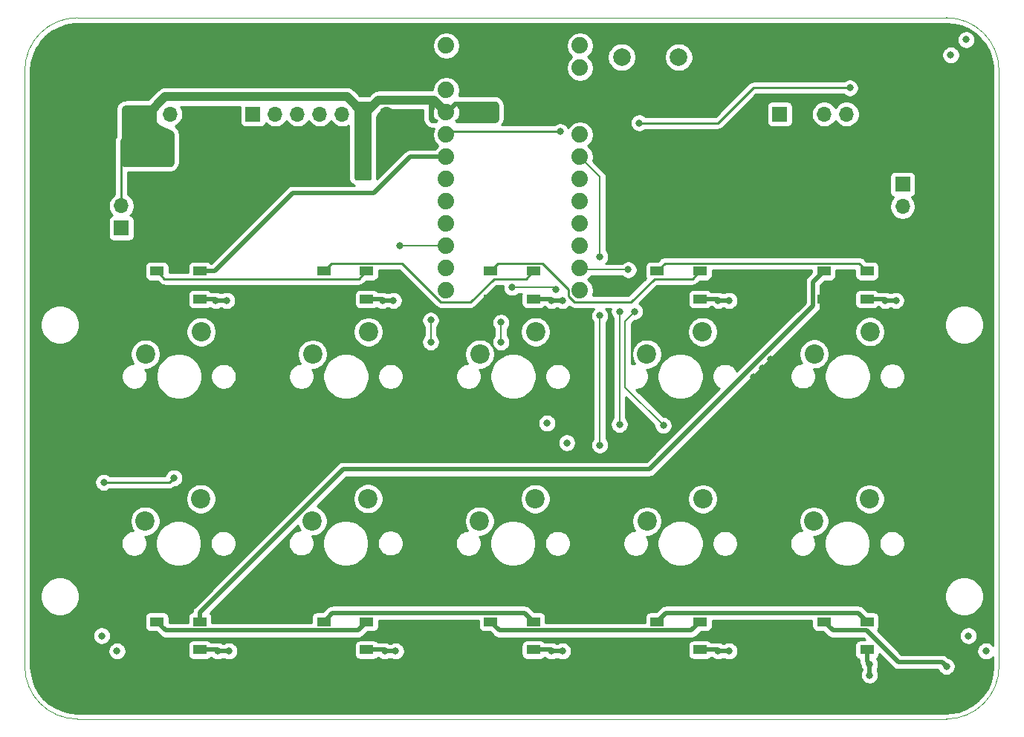
<source format=gbr>
G04 #@! TF.GenerationSoftware,KiCad,Pcbnew,(5.1.8)-1*
G04 #@! TF.CreationDate,2021-06-03T22:44:18-04:00*
G04 #@! TF.ProjectId,inkkeys,696e6b6b-6579-4732-9e6b-696361645f70,rev?*
G04 #@! TF.SameCoordinates,Original*
G04 #@! TF.FileFunction,Copper,L1,Top*
G04 #@! TF.FilePolarity,Positive*
%FSLAX46Y46*%
G04 Gerber Fmt 4.6, Leading zero omitted, Abs format (unit mm)*
G04 Created by KiCad (PCBNEW (5.1.8)-1) date 2021-06-03 22:44:18*
%MOMM*%
%LPD*%
G01*
G04 APERTURE LIST*
G04 #@! TA.AperFunction,Profile*
%ADD10C,0.100000*%
G04 #@! TD*
G04 #@! TA.AperFunction,ComponentPad*
%ADD11C,2.000000*%
G04 #@! TD*
G04 #@! TA.AperFunction,ComponentPad*
%ADD12O,1.700000X1.700000*%
G04 #@! TD*
G04 #@! TA.AperFunction,ComponentPad*
%ADD13R,1.700000X1.700000*%
G04 #@! TD*
G04 #@! TA.AperFunction,ComponentPad*
%ADD14C,2.200000*%
G04 #@! TD*
G04 #@! TA.AperFunction,SMDPad,CuDef*
%ADD15R,1.500000X1.000000*%
G04 #@! TD*
G04 #@! TA.AperFunction,ComponentPad*
%ADD16C,1.879600*%
G04 #@! TD*
G04 #@! TA.AperFunction,ViaPad*
%ADD17C,0.800000*%
G04 #@! TD*
G04 #@! TA.AperFunction,Conductor*
%ADD18C,0.500000*%
G04 #@! TD*
G04 #@! TA.AperFunction,Conductor*
%ADD19C,1.000000*%
G04 #@! TD*
G04 #@! TA.AperFunction,Conductor*
%ADD20C,0.250000*%
G04 #@! TD*
G04 #@! TA.AperFunction,Conductor*
%ADD21C,0.200000*%
G04 #@! TD*
G04 #@! TA.AperFunction,Conductor*
%ADD22C,0.254000*%
G04 #@! TD*
G04 #@! TA.AperFunction,Conductor*
%ADD23C,0.150000*%
G04 #@! TD*
G04 APERTURE END LIST*
D10*
X202000000Y-60000000D02*
G75*
G02*
X208000000Y-66000000I0J-6000000D01*
G01*
X208000000Y-134000000D02*
G75*
G02*
X202000000Y-140000000I-6000000J0D01*
G01*
X103000000Y-140000000D02*
G75*
G02*
X97000000Y-134000000I0J6000000D01*
G01*
X97000000Y-66000000D02*
G75*
G02*
X103000000Y-60000000I6000000J0D01*
G01*
X97000000Y-134000000D02*
X97000000Y-66000000D01*
X202000000Y-140000000D02*
X103000000Y-140000000D01*
X208000000Y-66000000D02*
X208000000Y-134000000D01*
X103000000Y-60000000D02*
X202000000Y-60000000D01*
D11*
G04 #@! TO.P,SW12,1*
G04 #@! TO.N,Net-(B1-Pad22)*
X165000000Y-64500000D03*
G04 #@! TO.P,SW12,2*
G04 #@! TO.N,GND*
X165000000Y-69000000D03*
G04 #@! TO.P,SW12,1*
G04 #@! TO.N,Net-(B1-Pad22)*
X171500000Y-64500000D03*
G04 #@! TO.P,SW12,2*
G04 #@! TO.N,GND*
X171500000Y-69000000D03*
G04 #@! TD*
D12*
G04 #@! TO.P,J3,3*
G04 #@! TO.N,GND*
X197000000Y-84080000D03*
G04 #@! TO.P,J3,2*
G04 #@! TO.N,Net-(D23-Pad1)*
X197000000Y-81540000D03*
D13*
G04 #@! TO.P,J3,1*
G04 #@! TO.N,+5V*
X197000000Y-79000000D03*
G04 #@! TD*
D12*
G04 #@! TO.P,J2,5*
G04 #@! TO.N,GND*
X193160000Y-71000000D03*
G04 #@! TO.P,J2,4*
G04 #@! TO.N,/RS1*
X190620000Y-71000000D03*
G04 #@! TO.P,J2,3*
G04 #@! TO.N,/RC*
X188080000Y-71000000D03*
G04 #@! TO.P,J2,2*
G04 #@! TO.N,GND*
X185540000Y-71000000D03*
D13*
G04 #@! TO.P,J2,1*
G04 #@! TO.N,/RA*
X183000000Y-71000000D03*
G04 #@! TD*
D12*
G04 #@! TO.P,SW13,2*
G04 #@! TO.N,+5V*
X108000000Y-81460000D03*
D13*
G04 #@! TO.P,SW13,1*
G04 #@! TO.N,Net-(B1-Pad13)*
X108000000Y-84000000D03*
G04 #@! TD*
D14*
G04 #@! TO.P,SW10,2*
G04 #@! TO.N,Net-(D10-Pad2)*
X186900000Y-117440000D03*
G04 #@! TO.P,SW10,1*
G04 #@! TO.N,/Row2*
X193250000Y-114900000D03*
G04 #@! TD*
G04 #@! TO.P,SW9,2*
G04 #@! TO.N,Net-(D9-Pad2)*
X186930000Y-98360000D03*
G04 #@! TO.P,SW9,1*
G04 #@! TO.N,/Row1*
X193280000Y-95820000D03*
G04 #@! TD*
G04 #@! TO.P,SW8,2*
G04 #@! TO.N,Net-(D8-Pad2)*
X167880000Y-117440000D03*
G04 #@! TO.P,SW8,1*
G04 #@! TO.N,/Row2*
X174230000Y-114900000D03*
G04 #@! TD*
G04 #@! TO.P,SW7,2*
G04 #@! TO.N,Net-(D7-Pad2)*
X167870000Y-98370000D03*
G04 #@! TO.P,SW7,1*
G04 #@! TO.N,/Row1*
X174220000Y-95830000D03*
G04 #@! TD*
G04 #@! TO.P,SW6,2*
G04 #@! TO.N,Net-(D6-Pad2)*
X148810000Y-117420000D03*
G04 #@! TO.P,SW6,1*
G04 #@! TO.N,/Row2*
X155160000Y-114880000D03*
G04 #@! TD*
G04 #@! TO.P,SW5,2*
G04 #@! TO.N,Net-(D5-Pad2)*
X148830000Y-98380000D03*
G04 #@! TO.P,SW5,1*
G04 #@! TO.N,/Row1*
X155180000Y-95840000D03*
G04 #@! TD*
G04 #@! TO.P,SW4,2*
G04 #@! TO.N,Net-(D4-Pad2)*
X129760000Y-117410000D03*
G04 #@! TO.P,SW4,1*
G04 #@! TO.N,/Row2*
X136110000Y-114870000D03*
G04 #@! TD*
G04 #@! TO.P,SW3,2*
G04 #@! TO.N,Net-(D3-Pad2)*
X129780000Y-98390000D03*
G04 #@! TO.P,SW3,1*
G04 #@! TO.N,/Row1*
X136130000Y-95850000D03*
G04 #@! TD*
G04 #@! TO.P,SW2,2*
G04 #@! TO.N,Net-(D2-Pad2)*
X110710000Y-117430000D03*
G04 #@! TO.P,SW2,1*
G04 #@! TO.N,/Row2*
X117060000Y-114890000D03*
G04 #@! TD*
G04 #@! TO.P,SW1,2*
G04 #@! TO.N,Net-(D1-Pad2)*
X110740000Y-98370000D03*
G04 #@! TO.P,SW1,1*
G04 #@! TO.N,/Row1*
X117090000Y-95830000D03*
G04 #@! TD*
D12*
G04 #@! TO.P,RV1,3*
G04 #@! TO.N,GND*
X116080000Y-71000000D03*
G04 #@! TO.P,RV1,2*
G04 #@! TO.N,/SLIDER_OUT*
X113540000Y-71000000D03*
D13*
G04 #@! TO.P,RV1,1*
G04 #@! TO.N,+5V*
X111000000Y-71000000D03*
G04 #@! TD*
D12*
G04 #@! TO.P,J1,7*
G04 #@! TO.N,GND*
X138240000Y-71000000D03*
G04 #@! TO.P,J1,6*
G04 #@! TO.N,+5V*
X135700000Y-71000000D03*
G04 #@! TO.P,J1,5*
G04 #@! TO.N,/OLED_SCL*
X133160000Y-71000000D03*
G04 #@! TO.P,J1,4*
G04 #@! TO.N,/OLED_SDA*
X130620000Y-71000000D03*
G04 #@! TO.P,J1,3*
G04 #@! TO.N,/OLED_RES*
X128080000Y-71000000D03*
G04 #@! TO.P,J1,2*
G04 #@! TO.N,/OLED_DC*
X125540000Y-71000000D03*
D13*
G04 #@! TO.P,J1,1*
G04 #@! TO.N,/OLED_CS*
X123000000Y-71000000D03*
G04 #@! TD*
D15*
G04 #@! TO.P,D25,1*
G04 #@! TO.N,Net-(D11-Pad4)*
X188050000Y-128900000D03*
G04 #@! TO.P,D25,2*
G04 #@! TO.N,GND*
X188050000Y-132100000D03*
G04 #@! TO.P,D25,4*
G04 #@! TO.N,Net-(D22-Pad1)*
X192950000Y-128900000D03*
G04 #@! TO.P,D25,3*
G04 #@! TO.N,+5V*
X192950000Y-132100000D03*
G04 #@! TD*
G04 #@! TO.P,D24,1*
G04 #@! TO.N,Net-(D13-Pad4)*
X188050000Y-88900000D03*
G04 #@! TO.P,D24,2*
G04 #@! TO.N,GND*
X188050000Y-92100000D03*
G04 #@! TO.P,D24,4*
G04 #@! TO.N,Net-(D21-Pad1)*
X192950000Y-88900000D03*
G04 #@! TO.P,D24,3*
G04 #@! TO.N,+5V*
X192950000Y-92100000D03*
G04 #@! TD*
G04 #@! TO.P,D22,1*
G04 #@! TO.N,Net-(D22-Pad1)*
X169050000Y-128900000D03*
G04 #@! TO.P,D22,2*
G04 #@! TO.N,GND*
X169050000Y-132100000D03*
G04 #@! TO.P,D22,4*
G04 #@! TO.N,Net-(D19-Pad1)*
X173950000Y-128900000D03*
G04 #@! TO.P,D22,3*
G04 #@! TO.N,+5V*
X173950000Y-132100000D03*
G04 #@! TD*
G04 #@! TO.P,D21,1*
G04 #@! TO.N,Net-(D21-Pad1)*
X169050000Y-88900000D03*
G04 #@! TO.P,D21,2*
G04 #@! TO.N,GND*
X169050000Y-92100000D03*
G04 #@! TO.P,D21,4*
G04 #@! TO.N,Net-(D18-Pad1)*
X173950000Y-88900000D03*
G04 #@! TO.P,D21,3*
G04 #@! TO.N,+5V*
X173950000Y-92100000D03*
G04 #@! TD*
G04 #@! TO.P,D19,1*
G04 #@! TO.N,Net-(D19-Pad1)*
X150050000Y-128900000D03*
G04 #@! TO.P,D19,2*
G04 #@! TO.N,GND*
X150050000Y-132100000D03*
G04 #@! TO.P,D19,4*
G04 #@! TO.N,Net-(D16-Pad1)*
X154950000Y-128900000D03*
G04 #@! TO.P,D19,3*
G04 #@! TO.N,+5V*
X154950000Y-132100000D03*
G04 #@! TD*
G04 #@! TO.P,D18,1*
G04 #@! TO.N,Net-(D18-Pad1)*
X150050000Y-88900000D03*
G04 #@! TO.P,D18,2*
G04 #@! TO.N,GND*
X150050000Y-92100000D03*
G04 #@! TO.P,D18,4*
G04 #@! TO.N,Net-(D15-Pad1)*
X154950000Y-88900000D03*
G04 #@! TO.P,D18,3*
G04 #@! TO.N,+5V*
X154950000Y-92100000D03*
G04 #@! TD*
G04 #@! TO.P,D16,1*
G04 #@! TO.N,Net-(D16-Pad1)*
X131050000Y-128900000D03*
G04 #@! TO.P,D16,2*
G04 #@! TO.N,GND*
X131050000Y-132100000D03*
G04 #@! TO.P,D16,4*
G04 #@! TO.N,Net-(D13-Pad1)*
X135950000Y-128900000D03*
G04 #@! TO.P,D16,3*
G04 #@! TO.N,+5V*
X135950000Y-132100000D03*
G04 #@! TD*
G04 #@! TO.P,D15,1*
G04 #@! TO.N,Net-(D15-Pad1)*
X131050000Y-88900000D03*
G04 #@! TO.P,D15,2*
G04 #@! TO.N,GND*
X131050000Y-92100000D03*
G04 #@! TO.P,D15,4*
G04 #@! TO.N,Net-(D12-Pad1)*
X135950000Y-88900000D03*
G04 #@! TO.P,D15,3*
G04 #@! TO.N,+5V*
X135950000Y-92100000D03*
G04 #@! TD*
G04 #@! TO.P,D13,1*
G04 #@! TO.N,Net-(D13-Pad1)*
X112050000Y-128900000D03*
G04 #@! TO.P,D13,2*
G04 #@! TO.N,GND*
X112050000Y-132100000D03*
G04 #@! TO.P,D13,4*
G04 #@! TO.N,Net-(D13-Pad4)*
X116950000Y-128900000D03*
G04 #@! TO.P,D13,3*
G04 #@! TO.N,+5V*
X116950000Y-132100000D03*
G04 #@! TD*
G04 #@! TO.P,D12,1*
G04 #@! TO.N,Net-(D12-Pad1)*
X112050000Y-88900000D03*
G04 #@! TO.P,D12,2*
G04 #@! TO.N,GND*
X112050000Y-92100000D03*
G04 #@! TO.P,D12,4*
G04 #@! TO.N,/RGB_D_OUT*
X116950000Y-88900000D03*
G04 #@! TO.P,D12,3*
G04 #@! TO.N,+5V*
X116950000Y-92100000D03*
G04 #@! TD*
D16*
G04 #@! TO.P,B1,24*
G04 #@! TO.N,Net-(B1-Pad24)*
X145010000Y-63180000D03*
G04 #@! TO.P,B1,23*
G04 #@! TO.N,GND*
X145010000Y-65720000D03*
G04 #@! TO.P,B1,22*
G04 #@! TO.N,Net-(B1-Pad22)*
X145010000Y-68260000D03*
G04 #@! TO.P,B1,21*
G04 #@! TO.N,+5V*
X145010000Y-70800000D03*
G04 #@! TO.P,B1,20*
G04 #@! TO.N,/RS1*
X145010000Y-73340000D03*
G04 #@! TO.P,B1,19*
G04 #@! TO.N,/RGB_D_OUT*
X145010000Y-75880000D03*
G04 #@! TO.P,B1,18*
G04 #@! TO.N,/OLED_CS*
X145010000Y-78420000D03*
G04 #@! TO.P,B1,17*
G04 #@! TO.N,/OLED_DC*
X145010000Y-80960000D03*
G04 #@! TO.P,B1,16*
G04 #@! TO.N,/OLED_SCL*
X145010000Y-83500000D03*
G04 #@! TO.P,B1,15*
G04 #@! TO.N,/OLED_RES*
X145010000Y-86040000D03*
G04 #@! TO.P,B1,14*
G04 #@! TO.N,/OLED_SDA*
X145010000Y-88580000D03*
G04 #@! TO.P,B1,13*
G04 #@! TO.N,Net-(B1-Pad13)*
X145010000Y-91120000D03*
G04 #@! TO.P,B1,12*
G04 #@! TO.N,/SLIDER_OUT*
X160250000Y-91120000D03*
G04 #@! TO.P,B1,11*
G04 #@! TO.N,/Col5*
X160250000Y-88580000D03*
G04 #@! TO.P,B1,10*
G04 #@! TO.N,/Col4*
X160250000Y-86040000D03*
G04 #@! TO.P,B1,9*
G04 #@! TO.N,/Col3*
X160250000Y-83500000D03*
G04 #@! TO.P,B1,8*
G04 #@! TO.N,/Col2*
X160250000Y-80960000D03*
G04 #@! TO.P,B1,7*
G04 #@! TO.N,/Col1*
X160250000Y-78420000D03*
G04 #@! TO.P,B1,6*
G04 #@! TO.N,/Row2*
X160250000Y-75880000D03*
G04 #@! TO.P,B1,5*
G04 #@! TO.N,/Row1*
X160250000Y-73340000D03*
G04 #@! TO.P,B1,4*
G04 #@! TO.N,GND*
X160250000Y-70800000D03*
G04 #@! TO.P,B1,3*
X160250000Y-68260000D03*
G04 #@! TO.P,B1,2*
G04 #@! TO.N,Net-(B1-Pad2)*
X160250000Y-65720000D03*
G04 #@! TO.P,B1,1*
G04 #@! TO.N,Net-(B1-Pad1)*
X160250000Y-63180000D03*
G04 #@! TD*
D17*
G04 #@! TO.N,GND*
X171000000Y-92000000D03*
X164000000Y-75000000D03*
X165000000Y-75000000D03*
X166000000Y-75000000D03*
X166000000Y-76000000D03*
X165000000Y-76000000D03*
X164000000Y-76000000D03*
X164000000Y-77000000D03*
X165000000Y-77000000D03*
X166000000Y-77000000D03*
X166000000Y-78000000D03*
X165000000Y-78000000D03*
X164000000Y-78000000D03*
X164000000Y-79000000D03*
X165000000Y-79000000D03*
X166000000Y-79000000D03*
X183000000Y-80000000D03*
X188000000Y-80000000D03*
X191000000Y-74000000D03*
X194000000Y-74000000D03*
X161000000Y-106000000D03*
X161000000Y-105000000D03*
X161000000Y-104000000D03*
X161000000Y-103000000D03*
X161000000Y-102000000D03*
X160000000Y-102000000D03*
X160000000Y-103000000D03*
X160000000Y-104000000D03*
X160000000Y-105000000D03*
X160000000Y-106000000D03*
X159000000Y-106000000D03*
X159000000Y-105000000D03*
X159000000Y-104000000D03*
X158000000Y-106000000D03*
X158000000Y-105000000D03*
X142000000Y-118000000D03*
X143000000Y-118000000D03*
X144000000Y-118000000D03*
X145000000Y-118000000D03*
X145000000Y-119000000D03*
X145000000Y-120000000D03*
X145000000Y-120000000D03*
X145000000Y-121000000D03*
X144000000Y-121000000D03*
X143000000Y-121000000D03*
X142000000Y-121000000D03*
X142000000Y-119000000D03*
X143000000Y-119000000D03*
X144000000Y-119000000D03*
X144000000Y-120000000D03*
X143000000Y-120000000D03*
X142000000Y-120000000D03*
X180000000Y-118000000D03*
X181000000Y-118000000D03*
X182000000Y-118000000D03*
X183000000Y-118000000D03*
X183000000Y-119000000D03*
X183000000Y-120000000D03*
X183000000Y-121000000D03*
X182000000Y-121000000D03*
X181000000Y-121000000D03*
X180000000Y-121000000D03*
X180000000Y-120000000D03*
X180000000Y-119000000D03*
X181000000Y-119000000D03*
X181000000Y-120000000D03*
X182000000Y-120000000D03*
X182000000Y-119000000D03*
X162000000Y-118000000D03*
X161000000Y-118000000D03*
X163000000Y-118000000D03*
X164000000Y-118000000D03*
X164000000Y-119000000D03*
X164000000Y-120000000D03*
X164000000Y-121000000D03*
X163000000Y-121000000D03*
X162000000Y-121000000D03*
X161000000Y-121000000D03*
X161000000Y-120000000D03*
X161000000Y-119000000D03*
X162000000Y-119000000D03*
X163000000Y-119000000D03*
X163000000Y-120000000D03*
X162000000Y-120000000D03*
X126000000Y-121000000D03*
X126000000Y-122000000D03*
X125000000Y-122000000D03*
X125000000Y-118000000D03*
X124000000Y-118000000D03*
X123000000Y-118000000D03*
X123000000Y-119000000D03*
X123000000Y-120000000D03*
X124000000Y-119000000D03*
X126000000Y-99000000D03*
X125000000Y-99000000D03*
X124000000Y-99000000D03*
X123000000Y-99000000D03*
X123000000Y-100000000D03*
X123000000Y-101000000D03*
X123000000Y-102000000D03*
X123000000Y-102000000D03*
X124000000Y-102000000D03*
X125000000Y-102000000D03*
X126000000Y-102000000D03*
X126000000Y-101000000D03*
X126000000Y-100000000D03*
X125000000Y-100000000D03*
X124000000Y-100000000D03*
X124000000Y-101000000D03*
X125000000Y-101000000D03*
X145000000Y-99000000D03*
X144000000Y-99000000D03*
X143000000Y-100000000D03*
X144000000Y-100000000D03*
X145000000Y-100000000D03*
X145000000Y-101000000D03*
X144000000Y-101000000D03*
X143000000Y-101000000D03*
X142000000Y-101000000D03*
X142000000Y-102000000D03*
X143000000Y-102000000D03*
X144000000Y-102000000D03*
X145000000Y-102000000D03*
X183000000Y-99000000D03*
X182000000Y-99000000D03*
X182000000Y-100000000D03*
X183000000Y-100000000D03*
X183000000Y-101000000D03*
X182000000Y-101000000D03*
X181000000Y-101000000D03*
X181000000Y-100000000D03*
X180000000Y-102000000D03*
X181000000Y-102000000D03*
X182000000Y-102000000D03*
X183000000Y-102000000D03*
X180000000Y-101000000D03*
G04 #@! TO.N,+5V*
X109000000Y-74000000D03*
X110000000Y-74000000D03*
X111000000Y-74000000D03*
X112000000Y-74000000D03*
X113000000Y-74000000D03*
X113000000Y-75000000D03*
X112000000Y-75000000D03*
X111000000Y-75000000D03*
X110000000Y-75000000D03*
X109000000Y-75000000D03*
X109000000Y-76000000D03*
X110000000Y-76000000D03*
X111000000Y-76000000D03*
X112000000Y-76000000D03*
X113000000Y-76000000D03*
X147000000Y-71000000D03*
X147000000Y-70000000D03*
X148000000Y-70000000D03*
X148000000Y-71000000D03*
X149000000Y-71000000D03*
X149000000Y-70000000D03*
X150000000Y-70000000D03*
X150000000Y-71000000D03*
X135000000Y-73000000D03*
X135000000Y-74000000D03*
X135000000Y-75000000D03*
X135000000Y-76000000D03*
X135000000Y-77000000D03*
X136000000Y-73000000D03*
X136000000Y-74000000D03*
X136000000Y-75000000D03*
X136000000Y-76000000D03*
X136000000Y-77000000D03*
X135000000Y-78000000D03*
X136000000Y-78000000D03*
X118750000Y-92250000D03*
X120000000Y-92250000D03*
X137750000Y-92250000D03*
X139000000Y-92250000D03*
X157000000Y-92250000D03*
X158250000Y-92250000D03*
X176000000Y-92250000D03*
X177250000Y-92250000D03*
X195000000Y-92250000D03*
X196250000Y-92250000D03*
X119000000Y-132250000D03*
X120250000Y-132250000D03*
X138000000Y-132250000D03*
X139250000Y-132250000D03*
X157000000Y-132250000D03*
X158250000Y-132250000D03*
X176000000Y-132250000D03*
X177250000Y-132250000D03*
X193250000Y-133750000D03*
X193250000Y-135000000D03*
X206500000Y-132250000D03*
X204500000Y-130500000D03*
X105750000Y-130500000D03*
X107500000Y-132250000D03*
X204250000Y-62500000D03*
X202500000Y-64250000D03*
X158750000Y-108500000D03*
X156500000Y-106250000D03*
G04 #@! TO.N,/OLED_RES*
X139750000Y-86000000D03*
G04 #@! TO.N,/SLIDER_OUT*
X152500000Y-90750000D03*
X157500000Y-91000000D03*
G04 #@! TO.N,/Col5*
X169750000Y-106500000D03*
X166500000Y-93500000D03*
X165750000Y-88750000D03*
G04 #@! TO.N,/Col4*
X164750000Y-106400000D03*
X164750000Y-93500000D03*
G04 #@! TO.N,/Col3*
X151250000Y-97000000D03*
X151250000Y-94750000D03*
G04 #@! TO.N,/Col2*
X143250000Y-97000000D03*
X143250000Y-94500000D03*
G04 #@! TO.N,/Row2*
X162500000Y-108750000D03*
X162500000Y-94000000D03*
X162500000Y-87250000D03*
G04 #@! TO.N,/RS1*
X191000000Y-68000000D03*
X167000000Y-72000000D03*
X158000000Y-73000000D03*
G04 #@! TO.N,Net-(D11-Pad4)*
X202000000Y-134000000D03*
G04 #@! TO.N,Net-(D20-Pad1)*
X106000000Y-113000000D03*
X114000000Y-112500000D03*
G04 #@! TD*
D18*
G04 #@! TO.N,GND*
X170900000Y-92100000D02*
X171000000Y-92000000D01*
X169050000Y-92100000D02*
X170900000Y-92100000D01*
D19*
G04 #@! TO.N,+5V*
X137300001Y-69399999D02*
X135700000Y-71000000D01*
X143609999Y-69399999D02*
X137300001Y-69399999D01*
X145010000Y-70800000D02*
X143609999Y-69399999D01*
X111000000Y-71000000D02*
X113000000Y-69000000D01*
X133700000Y-69000000D02*
X135700000Y-71000000D01*
X113000000Y-69000000D02*
X133700000Y-69000000D01*
D20*
X108000000Y-74000000D02*
X111000000Y-71000000D01*
X108000000Y-81460000D02*
X108000000Y-74000000D01*
D18*
X118600000Y-92100000D02*
X118750000Y-92250000D01*
X116950000Y-92100000D02*
X118600000Y-92100000D01*
X118750000Y-92250000D02*
X120000000Y-92250000D01*
X137600000Y-92100000D02*
X137750000Y-92250000D01*
X135950000Y-92100000D02*
X137600000Y-92100000D01*
X137750000Y-92250000D02*
X139000000Y-92250000D01*
X156850000Y-92100000D02*
X157000000Y-92250000D01*
X154950000Y-92100000D02*
X156850000Y-92100000D01*
X157000000Y-92250000D02*
X158250000Y-92250000D01*
X175850000Y-92100000D02*
X176000000Y-92250000D01*
X173950000Y-92100000D02*
X175850000Y-92100000D01*
X176000000Y-92250000D02*
X177250000Y-92250000D01*
X194850000Y-92100000D02*
X195000000Y-92250000D01*
X192950000Y-92100000D02*
X194850000Y-92100000D01*
X195000000Y-92250000D02*
X196250000Y-92250000D01*
X118850000Y-132100000D02*
X119000000Y-132250000D01*
X116950000Y-132100000D02*
X118850000Y-132100000D01*
X119000000Y-132250000D02*
X120250000Y-132250000D01*
X137850000Y-132100000D02*
X138000000Y-132250000D01*
X135950000Y-132100000D02*
X137850000Y-132100000D01*
X138000000Y-132250000D02*
X139250000Y-132250000D01*
X156850000Y-132100000D02*
X157000000Y-132250000D01*
X154950000Y-132100000D02*
X156850000Y-132100000D01*
X157000000Y-132250000D02*
X158250000Y-132250000D01*
X175850000Y-132100000D02*
X176000000Y-132250000D01*
X173950000Y-132100000D02*
X175850000Y-132100000D01*
X176000000Y-132250000D02*
X177250000Y-132250000D01*
X192950000Y-133450000D02*
X193250000Y-133750000D01*
X192950000Y-132100000D02*
X192950000Y-133450000D01*
X193250000Y-133750000D02*
X193250000Y-135000000D01*
D20*
G04 #@! TO.N,Net-(D12-Pad1)*
X135074999Y-89775001D02*
X135950000Y-88900000D01*
X112925001Y-89775001D02*
X135074999Y-89775001D01*
X112050000Y-88900000D02*
X112925001Y-89775001D01*
D18*
G04 #@! TO.N,/RGB_D_OUT*
X116950000Y-88900000D02*
X118600000Y-88900000D01*
X118600000Y-88900000D02*
X127500000Y-80000000D01*
X127500000Y-80000000D02*
X136750000Y-80000000D01*
X140870000Y-75880000D02*
X145010000Y-75880000D01*
X136750000Y-80000000D02*
X140870000Y-75880000D01*
D21*
G04 #@! TO.N,/OLED_RES*
X144970000Y-86000000D02*
X145010000Y-86040000D01*
X139750000Y-86000000D02*
X144970000Y-86000000D01*
G04 #@! TO.N,/SLIDER_OUT*
X157250000Y-90750000D02*
X157500000Y-91000000D01*
X152500000Y-90750000D02*
X157250000Y-90750000D01*
G04 #@! TO.N,/Col5*
X165399999Y-94600001D02*
X166500000Y-93500000D01*
X165399999Y-102149999D02*
X165399999Y-94600001D01*
X169750000Y-106500000D02*
X165399999Y-102149999D01*
X160420000Y-88750000D02*
X160250000Y-88580000D01*
X165750000Y-88750000D02*
X160420000Y-88750000D01*
G04 #@! TO.N,/Col4*
X164750000Y-106400000D02*
X164750000Y-93500000D01*
G04 #@! TO.N,/Col3*
X151250000Y-97000000D02*
X151250000Y-94750000D01*
G04 #@! TO.N,/Col2*
X143250000Y-97000000D02*
X143250000Y-94500000D01*
G04 #@! TO.N,/Row2*
X162500000Y-108750000D02*
X162500000Y-94000000D01*
X162500000Y-78130000D02*
X160250000Y-75880000D01*
X162500000Y-87250000D02*
X162500000Y-78130000D01*
D18*
G04 #@! TO.N,Net-(D13-Pad1)*
X134949999Y-129900001D02*
X135950000Y-128900000D01*
X113050001Y-129900001D02*
X134949999Y-129900001D01*
X112050000Y-128900000D02*
X113050001Y-129900001D01*
G04 #@! TO.N,Net-(D13-Pad4)*
X186799999Y-92868003D02*
X168168002Y-111500000D01*
X186799999Y-90150001D02*
X186799999Y-92868003D01*
X188050000Y-88900000D02*
X186799999Y-90150001D01*
X116950000Y-127851998D02*
X116950000Y-128900000D01*
X133301998Y-111500000D02*
X116950000Y-127851998D01*
X168168002Y-111500000D02*
X133301998Y-111500000D01*
D20*
G04 #@! TO.N,Net-(D15-Pad1)*
X154074999Y-89775001D02*
X154950000Y-88900000D01*
X147790197Y-92434801D02*
X150449997Y-89775001D01*
X150449997Y-89775001D02*
X154074999Y-89775001D01*
X144378895Y-92434801D02*
X147790197Y-92434801D01*
X139969093Y-88024999D02*
X144378895Y-92434801D01*
X131925001Y-88024999D02*
X139969093Y-88024999D01*
X131050000Y-88900000D02*
X131925001Y-88024999D01*
D18*
G04 #@! TO.N,Net-(D16-Pad1)*
X153949999Y-127899999D02*
X154950000Y-128900000D01*
X132050001Y-127899999D02*
X153949999Y-127899999D01*
X131050000Y-128900000D02*
X132050001Y-127899999D01*
D20*
G04 #@! TO.N,Net-(D18-Pad1)*
X173074999Y-89775001D02*
X173950000Y-88900000D01*
X168724999Y-89775001D02*
X173074999Y-89775001D01*
X159618895Y-92434801D02*
X166065199Y-92434801D01*
X158935199Y-91751105D02*
X159618895Y-92434801D01*
X166065199Y-92434801D02*
X168724999Y-89775001D01*
X158935199Y-90960197D02*
X158935199Y-91751105D01*
X156000001Y-88024999D02*
X158935199Y-90960197D01*
X150925001Y-88024999D02*
X156000001Y-88024999D01*
X150050000Y-88900000D02*
X150925001Y-88024999D01*
D18*
G04 #@! TO.N,Net-(D19-Pad1)*
X172949999Y-129900001D02*
X173950000Y-128900000D01*
X151050001Y-129900001D02*
X172949999Y-129900001D01*
X150050000Y-128900000D02*
X151050001Y-129900001D01*
D20*
G04 #@! TO.N,Net-(D21-Pad1)*
X192074999Y-88024999D02*
X192950000Y-88900000D01*
X169925001Y-88024999D02*
X192074999Y-88024999D01*
X169050000Y-88900000D02*
X169925001Y-88024999D01*
D18*
G04 #@! TO.N,Net-(D22-Pad1)*
X191949999Y-127899999D02*
X192950000Y-128900000D01*
X170050001Y-127899999D02*
X191949999Y-127899999D01*
X169050000Y-128900000D02*
X170050001Y-127899999D01*
D20*
G04 #@! TO.N,/RS1*
X191000000Y-68000000D02*
X180000000Y-68000000D01*
X176000000Y-72000000D02*
X167000000Y-72000000D01*
X180000000Y-68000000D02*
X176000000Y-72000000D01*
X145350000Y-73000000D02*
X145010000Y-73340000D01*
X158000000Y-73000000D02*
X145350000Y-73000000D01*
D18*
G04 #@! TO.N,Net-(D11-Pad4)*
X192900003Y-129900001D02*
X196500000Y-133499998D01*
X189050001Y-129900001D02*
X192900003Y-129900001D01*
X188050000Y-128900000D02*
X189050001Y-129900001D01*
X201499998Y-133499998D02*
X202000000Y-134000000D01*
X196500000Y-133499998D02*
X201499998Y-133499998D01*
D20*
G04 #@! TO.N,Net-(D20-Pad1)*
X113500000Y-113000000D02*
X114000000Y-112500000D01*
X106000000Y-113000000D02*
X113500000Y-113000000D01*
G04 #@! TD*
D22*
G04 #@! TO.N,GND*
X202867705Y-60758650D02*
X203712096Y-60970746D01*
X204510516Y-61317909D01*
X205241513Y-61790813D01*
X205885456Y-62376756D01*
X206425050Y-63060001D01*
X206845810Y-63822206D01*
X207136431Y-64642895D01*
X207291219Y-65511866D01*
X207315000Y-66016152D01*
X207315001Y-131606784D01*
X207303937Y-131590226D01*
X207159774Y-131446063D01*
X206990256Y-131332795D01*
X206801898Y-131254774D01*
X206601939Y-131215000D01*
X206398061Y-131215000D01*
X206198102Y-131254774D01*
X206009744Y-131332795D01*
X205840226Y-131446063D01*
X205696063Y-131590226D01*
X205582795Y-131759744D01*
X205504774Y-131948102D01*
X205465000Y-132148061D01*
X205465000Y-132351939D01*
X205504774Y-132551898D01*
X205582795Y-132740256D01*
X205696063Y-132909774D01*
X205840226Y-133053937D01*
X206009744Y-133167205D01*
X206198102Y-133245226D01*
X206398061Y-133285000D01*
X206601939Y-133285000D01*
X206801898Y-133245226D01*
X206990256Y-133167205D01*
X207159774Y-133053937D01*
X207303937Y-132909774D01*
X207315001Y-132893216D01*
X207315001Y-133971872D01*
X207241350Y-134867705D01*
X207029254Y-135712096D01*
X206682091Y-136510516D01*
X206209190Y-137241510D01*
X205623246Y-137885453D01*
X204939998Y-138425050D01*
X204177791Y-138845812D01*
X203357104Y-139136431D01*
X202488134Y-139291219D01*
X201983848Y-139315000D01*
X103028116Y-139315000D01*
X102132295Y-139241350D01*
X101287904Y-139029254D01*
X100489484Y-138682091D01*
X99758490Y-138209190D01*
X99114547Y-137623246D01*
X98574950Y-136939998D01*
X98154188Y-136177791D01*
X97863569Y-135357104D01*
X97708781Y-134488134D01*
X97685000Y-133983848D01*
X97685000Y-132148061D01*
X106465000Y-132148061D01*
X106465000Y-132351939D01*
X106504774Y-132551898D01*
X106582795Y-132740256D01*
X106696063Y-132909774D01*
X106840226Y-133053937D01*
X107009744Y-133167205D01*
X107198102Y-133245226D01*
X107398061Y-133285000D01*
X107601939Y-133285000D01*
X107801898Y-133245226D01*
X107990256Y-133167205D01*
X108159774Y-133053937D01*
X108303937Y-132909774D01*
X108417205Y-132740256D01*
X108495226Y-132551898D01*
X108535000Y-132351939D01*
X108535000Y-132148061D01*
X108495226Y-131948102D01*
X108417205Y-131759744D01*
X108310468Y-131600000D01*
X115561928Y-131600000D01*
X115561928Y-132600000D01*
X115574188Y-132724482D01*
X115610498Y-132844180D01*
X115669463Y-132954494D01*
X115748815Y-133051185D01*
X115845506Y-133130537D01*
X115955820Y-133189502D01*
X116075518Y-133225812D01*
X116200000Y-133238072D01*
X117700000Y-133238072D01*
X117824482Y-133225812D01*
X117944180Y-133189502D01*
X118054494Y-133130537D01*
X118151185Y-133051185D01*
X118205501Y-132985000D01*
X118271289Y-132985000D01*
X118340226Y-133053937D01*
X118509744Y-133167205D01*
X118698102Y-133245226D01*
X118898061Y-133285000D01*
X119101939Y-133285000D01*
X119301898Y-133245226D01*
X119490256Y-133167205D01*
X119538454Y-133135000D01*
X119711546Y-133135000D01*
X119759744Y-133167205D01*
X119948102Y-133245226D01*
X120148061Y-133285000D01*
X120351939Y-133285000D01*
X120551898Y-133245226D01*
X120740256Y-133167205D01*
X120909774Y-133053937D01*
X121053937Y-132909774D01*
X121167205Y-132740256D01*
X121245226Y-132551898D01*
X121285000Y-132351939D01*
X121285000Y-132148061D01*
X121245226Y-131948102D01*
X121167205Y-131759744D01*
X121060468Y-131600000D01*
X134561928Y-131600000D01*
X134561928Y-132600000D01*
X134574188Y-132724482D01*
X134610498Y-132844180D01*
X134669463Y-132954494D01*
X134748815Y-133051185D01*
X134845506Y-133130537D01*
X134955820Y-133189502D01*
X135075518Y-133225812D01*
X135200000Y-133238072D01*
X136700000Y-133238072D01*
X136824482Y-133225812D01*
X136944180Y-133189502D01*
X137054494Y-133130537D01*
X137151185Y-133051185D01*
X137205501Y-132985000D01*
X137271289Y-132985000D01*
X137340226Y-133053937D01*
X137509744Y-133167205D01*
X137698102Y-133245226D01*
X137898061Y-133285000D01*
X138101939Y-133285000D01*
X138301898Y-133245226D01*
X138490256Y-133167205D01*
X138538454Y-133135000D01*
X138711546Y-133135000D01*
X138759744Y-133167205D01*
X138948102Y-133245226D01*
X139148061Y-133285000D01*
X139351939Y-133285000D01*
X139551898Y-133245226D01*
X139740256Y-133167205D01*
X139909774Y-133053937D01*
X140053937Y-132909774D01*
X140167205Y-132740256D01*
X140245226Y-132551898D01*
X140285000Y-132351939D01*
X140285000Y-132148061D01*
X140245226Y-131948102D01*
X140167205Y-131759744D01*
X140060468Y-131600000D01*
X153561928Y-131600000D01*
X153561928Y-132600000D01*
X153574188Y-132724482D01*
X153610498Y-132844180D01*
X153669463Y-132954494D01*
X153748815Y-133051185D01*
X153845506Y-133130537D01*
X153955820Y-133189502D01*
X154075518Y-133225812D01*
X154200000Y-133238072D01*
X155700000Y-133238072D01*
X155824482Y-133225812D01*
X155944180Y-133189502D01*
X156054494Y-133130537D01*
X156151185Y-133051185D01*
X156205501Y-132985000D01*
X156271289Y-132985000D01*
X156340226Y-133053937D01*
X156509744Y-133167205D01*
X156698102Y-133245226D01*
X156898061Y-133285000D01*
X157101939Y-133285000D01*
X157301898Y-133245226D01*
X157490256Y-133167205D01*
X157538454Y-133135000D01*
X157711546Y-133135000D01*
X157759744Y-133167205D01*
X157948102Y-133245226D01*
X158148061Y-133285000D01*
X158351939Y-133285000D01*
X158551898Y-133245226D01*
X158740256Y-133167205D01*
X158909774Y-133053937D01*
X159053937Y-132909774D01*
X159167205Y-132740256D01*
X159245226Y-132551898D01*
X159285000Y-132351939D01*
X159285000Y-132148061D01*
X159245226Y-131948102D01*
X159167205Y-131759744D01*
X159060468Y-131600000D01*
X172561928Y-131600000D01*
X172561928Y-132600000D01*
X172574188Y-132724482D01*
X172610498Y-132844180D01*
X172669463Y-132954494D01*
X172748815Y-133051185D01*
X172845506Y-133130537D01*
X172955820Y-133189502D01*
X173075518Y-133225812D01*
X173200000Y-133238072D01*
X174700000Y-133238072D01*
X174824482Y-133225812D01*
X174944180Y-133189502D01*
X175054494Y-133130537D01*
X175151185Y-133051185D01*
X175205501Y-132985000D01*
X175271289Y-132985000D01*
X175340226Y-133053937D01*
X175509744Y-133167205D01*
X175698102Y-133245226D01*
X175898061Y-133285000D01*
X176101939Y-133285000D01*
X176301898Y-133245226D01*
X176490256Y-133167205D01*
X176538454Y-133135000D01*
X176711546Y-133135000D01*
X176759744Y-133167205D01*
X176948102Y-133245226D01*
X177148061Y-133285000D01*
X177351939Y-133285000D01*
X177551898Y-133245226D01*
X177740256Y-133167205D01*
X177909774Y-133053937D01*
X178053937Y-132909774D01*
X178167205Y-132740256D01*
X178245226Y-132551898D01*
X178285000Y-132351939D01*
X178285000Y-132148061D01*
X178245226Y-131948102D01*
X178167205Y-131759744D01*
X178053937Y-131590226D01*
X177909774Y-131446063D01*
X177740256Y-131332795D01*
X177551898Y-131254774D01*
X177351939Y-131215000D01*
X177148061Y-131215000D01*
X176948102Y-131254774D01*
X176759744Y-131332795D01*
X176711546Y-131365000D01*
X176538454Y-131365000D01*
X176490256Y-131332795D01*
X176301898Y-131254774D01*
X176101939Y-131215000D01*
X175898061Y-131215000D01*
X175896543Y-131215302D01*
X175893477Y-131215000D01*
X175893469Y-131215000D01*
X175850000Y-131210719D01*
X175806531Y-131215000D01*
X175205501Y-131215000D01*
X175151185Y-131148815D01*
X175054494Y-131069463D01*
X174944180Y-131010498D01*
X174824482Y-130974188D01*
X174700000Y-130961928D01*
X173200000Y-130961928D01*
X173075518Y-130974188D01*
X172955820Y-131010498D01*
X172845506Y-131069463D01*
X172748815Y-131148815D01*
X172669463Y-131245506D01*
X172610498Y-131355820D01*
X172574188Y-131475518D01*
X172561928Y-131600000D01*
X159060468Y-131600000D01*
X159053937Y-131590226D01*
X158909774Y-131446063D01*
X158740256Y-131332795D01*
X158551898Y-131254774D01*
X158351939Y-131215000D01*
X158148061Y-131215000D01*
X157948102Y-131254774D01*
X157759744Y-131332795D01*
X157711546Y-131365000D01*
X157538454Y-131365000D01*
X157490256Y-131332795D01*
X157301898Y-131254774D01*
X157101939Y-131215000D01*
X156898061Y-131215000D01*
X156896543Y-131215302D01*
X156893477Y-131215000D01*
X156893469Y-131215000D01*
X156850000Y-131210719D01*
X156806531Y-131215000D01*
X156205501Y-131215000D01*
X156151185Y-131148815D01*
X156054494Y-131069463D01*
X155944180Y-131010498D01*
X155824482Y-130974188D01*
X155700000Y-130961928D01*
X154200000Y-130961928D01*
X154075518Y-130974188D01*
X153955820Y-131010498D01*
X153845506Y-131069463D01*
X153748815Y-131148815D01*
X153669463Y-131245506D01*
X153610498Y-131355820D01*
X153574188Y-131475518D01*
X153561928Y-131600000D01*
X140060468Y-131600000D01*
X140053937Y-131590226D01*
X139909774Y-131446063D01*
X139740256Y-131332795D01*
X139551898Y-131254774D01*
X139351939Y-131215000D01*
X139148061Y-131215000D01*
X138948102Y-131254774D01*
X138759744Y-131332795D01*
X138711546Y-131365000D01*
X138538454Y-131365000D01*
X138490256Y-131332795D01*
X138301898Y-131254774D01*
X138101939Y-131215000D01*
X137898061Y-131215000D01*
X137896543Y-131215302D01*
X137893477Y-131215000D01*
X137893469Y-131215000D01*
X137850000Y-131210719D01*
X137806531Y-131215000D01*
X137205501Y-131215000D01*
X137151185Y-131148815D01*
X137054494Y-131069463D01*
X136944180Y-131010498D01*
X136824482Y-130974188D01*
X136700000Y-130961928D01*
X135200000Y-130961928D01*
X135075518Y-130974188D01*
X134955820Y-131010498D01*
X134845506Y-131069463D01*
X134748815Y-131148815D01*
X134669463Y-131245506D01*
X134610498Y-131355820D01*
X134574188Y-131475518D01*
X134561928Y-131600000D01*
X121060468Y-131600000D01*
X121053937Y-131590226D01*
X120909774Y-131446063D01*
X120740256Y-131332795D01*
X120551898Y-131254774D01*
X120351939Y-131215000D01*
X120148061Y-131215000D01*
X119948102Y-131254774D01*
X119759744Y-131332795D01*
X119711546Y-131365000D01*
X119538454Y-131365000D01*
X119490256Y-131332795D01*
X119301898Y-131254774D01*
X119101939Y-131215000D01*
X118898061Y-131215000D01*
X118896543Y-131215302D01*
X118893477Y-131215000D01*
X118893469Y-131215000D01*
X118850000Y-131210719D01*
X118806531Y-131215000D01*
X118205501Y-131215000D01*
X118151185Y-131148815D01*
X118054494Y-131069463D01*
X117944180Y-131010498D01*
X117824482Y-130974188D01*
X117700000Y-130961928D01*
X116200000Y-130961928D01*
X116075518Y-130974188D01*
X115955820Y-131010498D01*
X115845506Y-131069463D01*
X115748815Y-131148815D01*
X115669463Y-131245506D01*
X115610498Y-131355820D01*
X115574188Y-131475518D01*
X115561928Y-131600000D01*
X108310468Y-131600000D01*
X108303937Y-131590226D01*
X108159774Y-131446063D01*
X107990256Y-131332795D01*
X107801898Y-131254774D01*
X107601939Y-131215000D01*
X107398061Y-131215000D01*
X107198102Y-131254774D01*
X107009744Y-131332795D01*
X106840226Y-131446063D01*
X106696063Y-131590226D01*
X106582795Y-131759744D01*
X106504774Y-131948102D01*
X106465000Y-132148061D01*
X97685000Y-132148061D01*
X97685000Y-130398061D01*
X104715000Y-130398061D01*
X104715000Y-130601939D01*
X104754774Y-130801898D01*
X104832795Y-130990256D01*
X104946063Y-131159774D01*
X105090226Y-131303937D01*
X105259744Y-131417205D01*
X105448102Y-131495226D01*
X105648061Y-131535000D01*
X105851939Y-131535000D01*
X106051898Y-131495226D01*
X106240256Y-131417205D01*
X106409774Y-131303937D01*
X106553937Y-131159774D01*
X106667205Y-130990256D01*
X106745226Y-130801898D01*
X106785000Y-130601939D01*
X106785000Y-130398061D01*
X106745226Y-130198102D01*
X106667205Y-130009744D01*
X106553937Y-129840226D01*
X106409774Y-129696063D01*
X106240256Y-129582795D01*
X106051898Y-129504774D01*
X105851939Y-129465000D01*
X105648061Y-129465000D01*
X105448102Y-129504774D01*
X105259744Y-129582795D01*
X105090226Y-129696063D01*
X104946063Y-129840226D01*
X104832795Y-130009744D01*
X104754774Y-130198102D01*
X104715000Y-130398061D01*
X97685000Y-130398061D01*
X97685000Y-125779872D01*
X98765000Y-125779872D01*
X98765000Y-126220128D01*
X98850890Y-126651925D01*
X99019369Y-127058669D01*
X99263962Y-127424729D01*
X99575271Y-127736038D01*
X99941331Y-127980631D01*
X100348075Y-128149110D01*
X100779872Y-128235000D01*
X101220128Y-128235000D01*
X101651925Y-128149110D01*
X102058669Y-127980631D01*
X102424729Y-127736038D01*
X102736038Y-127424729D01*
X102980631Y-127058669D01*
X103149110Y-126651925D01*
X103235000Y-126220128D01*
X103235000Y-125779872D01*
X103149110Y-125348075D01*
X102980631Y-124941331D01*
X102736038Y-124575271D01*
X102424729Y-124263962D01*
X102058669Y-124019369D01*
X101651925Y-123850890D01*
X101220128Y-123765000D01*
X100779872Y-123765000D01*
X100348075Y-123850890D01*
X99941331Y-124019369D01*
X99575271Y-124263962D01*
X99263962Y-124575271D01*
X99019369Y-124941331D01*
X98850890Y-125348075D01*
X98765000Y-125779872D01*
X97685000Y-125779872D01*
X97685000Y-119823740D01*
X107955000Y-119823740D01*
X107955000Y-120116260D01*
X108012068Y-120403158D01*
X108124010Y-120673411D01*
X108286525Y-120916632D01*
X108493368Y-121123475D01*
X108736589Y-121285990D01*
X109006842Y-121397932D01*
X109293740Y-121455000D01*
X109586260Y-121455000D01*
X109873158Y-121397932D01*
X110143411Y-121285990D01*
X110386632Y-121123475D01*
X110593475Y-120916632D01*
X110755990Y-120673411D01*
X110867932Y-120403158D01*
X110925000Y-120116260D01*
X110925000Y-119823740D01*
X110902471Y-119710475D01*
X111885000Y-119710475D01*
X111885000Y-120229525D01*
X111986261Y-120738601D01*
X112184893Y-121218141D01*
X112473262Y-121649715D01*
X112840285Y-122016738D01*
X113271859Y-122305107D01*
X113751399Y-122503739D01*
X114260475Y-122605000D01*
X114779525Y-122605000D01*
X115288601Y-122503739D01*
X115768141Y-122305107D01*
X116199715Y-122016738D01*
X116566738Y-121649715D01*
X116855107Y-121218141D01*
X117053739Y-120738601D01*
X117155000Y-120229525D01*
X117155000Y-119823740D01*
X118115000Y-119823740D01*
X118115000Y-120116260D01*
X118172068Y-120403158D01*
X118284010Y-120673411D01*
X118446525Y-120916632D01*
X118653368Y-121123475D01*
X118896589Y-121285990D01*
X119166842Y-121397932D01*
X119453740Y-121455000D01*
X119746260Y-121455000D01*
X120033158Y-121397932D01*
X120303411Y-121285990D01*
X120546632Y-121123475D01*
X120753475Y-120916632D01*
X120915990Y-120673411D01*
X121027932Y-120403158D01*
X121085000Y-120116260D01*
X121085000Y-119823740D01*
X121027932Y-119536842D01*
X120915990Y-119266589D01*
X120753475Y-119023368D01*
X120546632Y-118816525D01*
X120303411Y-118654010D01*
X120033158Y-118542068D01*
X119746260Y-118485000D01*
X119453740Y-118485000D01*
X119166842Y-118542068D01*
X118896589Y-118654010D01*
X118653368Y-118816525D01*
X118446525Y-119023368D01*
X118284010Y-119266589D01*
X118172068Y-119536842D01*
X118115000Y-119823740D01*
X117155000Y-119823740D01*
X117155000Y-119710475D01*
X117053739Y-119201399D01*
X116855107Y-118721859D01*
X116566738Y-118290285D01*
X116199715Y-117923262D01*
X115768141Y-117634893D01*
X115288601Y-117436261D01*
X114779525Y-117335000D01*
X114260475Y-117335000D01*
X113751399Y-117436261D01*
X113271859Y-117634893D01*
X112840285Y-117923262D01*
X112473262Y-118290285D01*
X112184893Y-118721859D01*
X111986261Y-119201399D01*
X111885000Y-119710475D01*
X110902471Y-119710475D01*
X110867932Y-119536842D01*
X110755990Y-119266589D01*
X110688110Y-119165000D01*
X110880883Y-119165000D01*
X111216081Y-119098325D01*
X111531831Y-118967537D01*
X111815998Y-118777663D01*
X112057663Y-118535998D01*
X112247537Y-118251831D01*
X112378325Y-117936081D01*
X112445000Y-117600883D01*
X112445000Y-117259117D01*
X112378325Y-116923919D01*
X112247537Y-116608169D01*
X112057663Y-116324002D01*
X111815998Y-116082337D01*
X111531831Y-115892463D01*
X111216081Y-115761675D01*
X110880883Y-115695000D01*
X110539117Y-115695000D01*
X110203919Y-115761675D01*
X109888169Y-115892463D01*
X109604002Y-116082337D01*
X109362337Y-116324002D01*
X109172463Y-116608169D01*
X109041675Y-116923919D01*
X108975000Y-117259117D01*
X108975000Y-117600883D01*
X109041675Y-117936081D01*
X109172463Y-118251831D01*
X109328261Y-118485000D01*
X109293740Y-118485000D01*
X109006842Y-118542068D01*
X108736589Y-118654010D01*
X108493368Y-118816525D01*
X108286525Y-119023368D01*
X108124010Y-119266589D01*
X108012068Y-119536842D01*
X107955000Y-119823740D01*
X97685000Y-119823740D01*
X97685000Y-114719117D01*
X115325000Y-114719117D01*
X115325000Y-115060883D01*
X115391675Y-115396081D01*
X115522463Y-115711831D01*
X115712337Y-115995998D01*
X115954002Y-116237663D01*
X116238169Y-116427537D01*
X116553919Y-116558325D01*
X116889117Y-116625000D01*
X117230883Y-116625000D01*
X117566081Y-116558325D01*
X117881831Y-116427537D01*
X118165998Y-116237663D01*
X118407663Y-115995998D01*
X118597537Y-115711831D01*
X118728325Y-115396081D01*
X118795000Y-115060883D01*
X118795000Y-114719117D01*
X118728325Y-114383919D01*
X118597537Y-114068169D01*
X118407663Y-113784002D01*
X118165998Y-113542337D01*
X117881831Y-113352463D01*
X117566081Y-113221675D01*
X117230883Y-113155000D01*
X116889117Y-113155000D01*
X116553919Y-113221675D01*
X116238169Y-113352463D01*
X115954002Y-113542337D01*
X115712337Y-113784002D01*
X115522463Y-114068169D01*
X115391675Y-114383919D01*
X115325000Y-114719117D01*
X97685000Y-114719117D01*
X97685000Y-112898061D01*
X104965000Y-112898061D01*
X104965000Y-113101939D01*
X105004774Y-113301898D01*
X105082795Y-113490256D01*
X105196063Y-113659774D01*
X105340226Y-113803937D01*
X105509744Y-113917205D01*
X105698102Y-113995226D01*
X105898061Y-114035000D01*
X106101939Y-114035000D01*
X106301898Y-113995226D01*
X106490256Y-113917205D01*
X106659774Y-113803937D01*
X106703711Y-113760000D01*
X113462678Y-113760000D01*
X113500000Y-113763676D01*
X113537322Y-113760000D01*
X113537333Y-113760000D01*
X113648986Y-113749003D01*
X113792247Y-113705546D01*
X113924276Y-113634974D01*
X114040001Y-113540001D01*
X114044105Y-113535000D01*
X114101939Y-113535000D01*
X114301898Y-113495226D01*
X114490256Y-113417205D01*
X114659774Y-113303937D01*
X114803937Y-113159774D01*
X114917205Y-112990256D01*
X114995226Y-112801898D01*
X115035000Y-112601939D01*
X115035000Y-112398061D01*
X114995226Y-112198102D01*
X114917205Y-112009744D01*
X114803937Y-111840226D01*
X114659774Y-111696063D01*
X114490256Y-111582795D01*
X114301898Y-111504774D01*
X114101939Y-111465000D01*
X113898061Y-111465000D01*
X113698102Y-111504774D01*
X113509744Y-111582795D01*
X113340226Y-111696063D01*
X113196063Y-111840226D01*
X113082795Y-112009744D01*
X113004774Y-112198102D01*
X112996440Y-112240000D01*
X106703711Y-112240000D01*
X106659774Y-112196063D01*
X106490256Y-112082795D01*
X106301898Y-112004774D01*
X106101939Y-111965000D01*
X105898061Y-111965000D01*
X105698102Y-112004774D01*
X105509744Y-112082795D01*
X105340226Y-112196063D01*
X105196063Y-112340226D01*
X105082795Y-112509744D01*
X105004774Y-112698102D01*
X104965000Y-112898061D01*
X97685000Y-112898061D01*
X97685000Y-108398061D01*
X157715000Y-108398061D01*
X157715000Y-108601939D01*
X157754774Y-108801898D01*
X157832795Y-108990256D01*
X157946063Y-109159774D01*
X158090226Y-109303937D01*
X158259744Y-109417205D01*
X158448102Y-109495226D01*
X158648061Y-109535000D01*
X158851939Y-109535000D01*
X159051898Y-109495226D01*
X159240256Y-109417205D01*
X159409774Y-109303937D01*
X159553937Y-109159774D01*
X159667205Y-108990256D01*
X159745226Y-108801898D01*
X159785000Y-108601939D01*
X159785000Y-108398061D01*
X159745226Y-108198102D01*
X159667205Y-108009744D01*
X159553937Y-107840226D01*
X159409774Y-107696063D01*
X159240256Y-107582795D01*
X159051898Y-107504774D01*
X158851939Y-107465000D01*
X158648061Y-107465000D01*
X158448102Y-107504774D01*
X158259744Y-107582795D01*
X158090226Y-107696063D01*
X157946063Y-107840226D01*
X157832795Y-108009744D01*
X157754774Y-108198102D01*
X157715000Y-108398061D01*
X97685000Y-108398061D01*
X97685000Y-106148061D01*
X155465000Y-106148061D01*
X155465000Y-106351939D01*
X155504774Y-106551898D01*
X155582795Y-106740256D01*
X155696063Y-106909774D01*
X155840226Y-107053937D01*
X156009744Y-107167205D01*
X156198102Y-107245226D01*
X156398061Y-107285000D01*
X156601939Y-107285000D01*
X156801898Y-107245226D01*
X156990256Y-107167205D01*
X157159774Y-107053937D01*
X157303937Y-106909774D01*
X157417205Y-106740256D01*
X157495226Y-106551898D01*
X157535000Y-106351939D01*
X157535000Y-106148061D01*
X157495226Y-105948102D01*
X157417205Y-105759744D01*
X157303937Y-105590226D01*
X157159774Y-105446063D01*
X156990256Y-105332795D01*
X156801898Y-105254774D01*
X156601939Y-105215000D01*
X156398061Y-105215000D01*
X156198102Y-105254774D01*
X156009744Y-105332795D01*
X155840226Y-105446063D01*
X155696063Y-105590226D01*
X155582795Y-105759744D01*
X155504774Y-105948102D01*
X155465000Y-106148061D01*
X97685000Y-106148061D01*
X97685000Y-100763740D01*
X107985000Y-100763740D01*
X107985000Y-101056260D01*
X108042068Y-101343158D01*
X108154010Y-101613411D01*
X108316525Y-101856632D01*
X108523368Y-102063475D01*
X108766589Y-102225990D01*
X109036842Y-102337932D01*
X109323740Y-102395000D01*
X109616260Y-102395000D01*
X109903158Y-102337932D01*
X110173411Y-102225990D01*
X110416632Y-102063475D01*
X110623475Y-101856632D01*
X110785990Y-101613411D01*
X110897932Y-101343158D01*
X110955000Y-101056260D01*
X110955000Y-100763740D01*
X110932471Y-100650475D01*
X111915000Y-100650475D01*
X111915000Y-101169525D01*
X112016261Y-101678601D01*
X112214893Y-102158141D01*
X112503262Y-102589715D01*
X112870285Y-102956738D01*
X113301859Y-103245107D01*
X113781399Y-103443739D01*
X114290475Y-103545000D01*
X114809525Y-103545000D01*
X115318601Y-103443739D01*
X115798141Y-103245107D01*
X116229715Y-102956738D01*
X116596738Y-102589715D01*
X116885107Y-102158141D01*
X117083739Y-101678601D01*
X117185000Y-101169525D01*
X117185000Y-100763740D01*
X118145000Y-100763740D01*
X118145000Y-101056260D01*
X118202068Y-101343158D01*
X118314010Y-101613411D01*
X118476525Y-101856632D01*
X118683368Y-102063475D01*
X118926589Y-102225990D01*
X119196842Y-102337932D01*
X119483740Y-102395000D01*
X119776260Y-102395000D01*
X120063158Y-102337932D01*
X120333411Y-102225990D01*
X120576632Y-102063475D01*
X120783475Y-101856632D01*
X120945990Y-101613411D01*
X121057932Y-101343158D01*
X121115000Y-101056260D01*
X121115000Y-100783740D01*
X127025000Y-100783740D01*
X127025000Y-101076260D01*
X127082068Y-101363158D01*
X127194010Y-101633411D01*
X127356525Y-101876632D01*
X127563368Y-102083475D01*
X127806589Y-102245990D01*
X128076842Y-102357932D01*
X128363740Y-102415000D01*
X128656260Y-102415000D01*
X128943158Y-102357932D01*
X129213411Y-102245990D01*
X129456632Y-102083475D01*
X129663475Y-101876632D01*
X129825990Y-101633411D01*
X129937932Y-101363158D01*
X129995000Y-101076260D01*
X129995000Y-100783740D01*
X129972471Y-100670475D01*
X130955000Y-100670475D01*
X130955000Y-101189525D01*
X131056261Y-101698601D01*
X131254893Y-102178141D01*
X131543262Y-102609715D01*
X131910285Y-102976738D01*
X132341859Y-103265107D01*
X132821399Y-103463739D01*
X133330475Y-103565000D01*
X133849525Y-103565000D01*
X134358601Y-103463739D01*
X134838141Y-103265107D01*
X135269715Y-102976738D01*
X135636738Y-102609715D01*
X135925107Y-102178141D01*
X136123739Y-101698601D01*
X136225000Y-101189525D01*
X136225000Y-100783740D01*
X137185000Y-100783740D01*
X137185000Y-101076260D01*
X137242068Y-101363158D01*
X137354010Y-101633411D01*
X137516525Y-101876632D01*
X137723368Y-102083475D01*
X137966589Y-102245990D01*
X138236842Y-102357932D01*
X138523740Y-102415000D01*
X138816260Y-102415000D01*
X139103158Y-102357932D01*
X139373411Y-102245990D01*
X139616632Y-102083475D01*
X139823475Y-101876632D01*
X139985990Y-101633411D01*
X140097932Y-101363158D01*
X140155000Y-101076260D01*
X140155000Y-100783740D01*
X140153011Y-100773740D01*
X146075000Y-100773740D01*
X146075000Y-101066260D01*
X146132068Y-101353158D01*
X146244010Y-101623411D01*
X146406525Y-101866632D01*
X146613368Y-102073475D01*
X146856589Y-102235990D01*
X147126842Y-102347932D01*
X147413740Y-102405000D01*
X147706260Y-102405000D01*
X147993158Y-102347932D01*
X148263411Y-102235990D01*
X148506632Y-102073475D01*
X148713475Y-101866632D01*
X148875990Y-101623411D01*
X148987932Y-101353158D01*
X149045000Y-101066260D01*
X149045000Y-100773740D01*
X149022471Y-100660475D01*
X150005000Y-100660475D01*
X150005000Y-101179525D01*
X150106261Y-101688601D01*
X150304893Y-102168141D01*
X150593262Y-102599715D01*
X150960285Y-102966738D01*
X151391859Y-103255107D01*
X151871399Y-103453739D01*
X152380475Y-103555000D01*
X152899525Y-103555000D01*
X153408601Y-103453739D01*
X153888141Y-103255107D01*
X154319715Y-102966738D01*
X154686738Y-102599715D01*
X154975107Y-102168141D01*
X155173739Y-101688601D01*
X155275000Y-101179525D01*
X155275000Y-100773740D01*
X156235000Y-100773740D01*
X156235000Y-101066260D01*
X156292068Y-101353158D01*
X156404010Y-101623411D01*
X156566525Y-101866632D01*
X156773368Y-102073475D01*
X157016589Y-102235990D01*
X157286842Y-102347932D01*
X157573740Y-102405000D01*
X157866260Y-102405000D01*
X158153158Y-102347932D01*
X158423411Y-102235990D01*
X158666632Y-102073475D01*
X158873475Y-101866632D01*
X159035990Y-101623411D01*
X159147932Y-101353158D01*
X159205000Y-101066260D01*
X159205000Y-100773740D01*
X159147932Y-100486842D01*
X159035990Y-100216589D01*
X158873475Y-99973368D01*
X158666632Y-99766525D01*
X158423411Y-99604010D01*
X158153158Y-99492068D01*
X157866260Y-99435000D01*
X157573740Y-99435000D01*
X157286842Y-99492068D01*
X157016589Y-99604010D01*
X156773368Y-99766525D01*
X156566525Y-99973368D01*
X156404010Y-100216589D01*
X156292068Y-100486842D01*
X156235000Y-100773740D01*
X155275000Y-100773740D01*
X155275000Y-100660475D01*
X155173739Y-100151399D01*
X154975107Y-99671859D01*
X154686738Y-99240285D01*
X154319715Y-98873262D01*
X153888141Y-98584893D01*
X153408601Y-98386261D01*
X152899525Y-98285000D01*
X152380475Y-98285000D01*
X151871399Y-98386261D01*
X151391859Y-98584893D01*
X150960285Y-98873262D01*
X150593262Y-99240285D01*
X150304893Y-99671859D01*
X150106261Y-100151399D01*
X150005000Y-100660475D01*
X149022471Y-100660475D01*
X148987932Y-100486842D01*
X148875990Y-100216589D01*
X148808110Y-100115000D01*
X149000883Y-100115000D01*
X149336081Y-100048325D01*
X149651831Y-99917537D01*
X149935998Y-99727663D01*
X150177663Y-99485998D01*
X150367537Y-99201831D01*
X150498325Y-98886081D01*
X150565000Y-98550883D01*
X150565000Y-98209117D01*
X150498325Y-97873919D01*
X150367537Y-97558169D01*
X150177663Y-97274002D01*
X149935998Y-97032337D01*
X149651831Y-96842463D01*
X149336081Y-96711675D01*
X149000883Y-96645000D01*
X148659117Y-96645000D01*
X148323919Y-96711675D01*
X148008169Y-96842463D01*
X147724002Y-97032337D01*
X147482337Y-97274002D01*
X147292463Y-97558169D01*
X147161675Y-97873919D01*
X147095000Y-98209117D01*
X147095000Y-98550883D01*
X147161675Y-98886081D01*
X147292463Y-99201831D01*
X147448261Y-99435000D01*
X147413740Y-99435000D01*
X147126842Y-99492068D01*
X146856589Y-99604010D01*
X146613368Y-99766525D01*
X146406525Y-99973368D01*
X146244010Y-100216589D01*
X146132068Y-100486842D01*
X146075000Y-100773740D01*
X140153011Y-100773740D01*
X140097932Y-100496842D01*
X139985990Y-100226589D01*
X139823475Y-99983368D01*
X139616632Y-99776525D01*
X139373411Y-99614010D01*
X139103158Y-99502068D01*
X138816260Y-99445000D01*
X138523740Y-99445000D01*
X138236842Y-99502068D01*
X137966589Y-99614010D01*
X137723368Y-99776525D01*
X137516525Y-99983368D01*
X137354010Y-100226589D01*
X137242068Y-100496842D01*
X137185000Y-100783740D01*
X136225000Y-100783740D01*
X136225000Y-100670475D01*
X136123739Y-100161399D01*
X135925107Y-99681859D01*
X135636738Y-99250285D01*
X135269715Y-98883262D01*
X134838141Y-98594893D01*
X134358601Y-98396261D01*
X133849525Y-98295000D01*
X133330475Y-98295000D01*
X132821399Y-98396261D01*
X132341859Y-98594893D01*
X131910285Y-98883262D01*
X131543262Y-99250285D01*
X131254893Y-99681859D01*
X131056261Y-100161399D01*
X130955000Y-100670475D01*
X129972471Y-100670475D01*
X129937932Y-100496842D01*
X129825990Y-100226589D01*
X129758110Y-100125000D01*
X129950883Y-100125000D01*
X130286081Y-100058325D01*
X130601831Y-99927537D01*
X130885998Y-99737663D01*
X131127663Y-99495998D01*
X131317537Y-99211831D01*
X131448325Y-98896081D01*
X131515000Y-98560883D01*
X131515000Y-98219117D01*
X131448325Y-97883919D01*
X131317537Y-97568169D01*
X131127663Y-97284002D01*
X130885998Y-97042337D01*
X130601831Y-96852463D01*
X130286081Y-96721675D01*
X129950883Y-96655000D01*
X129609117Y-96655000D01*
X129273919Y-96721675D01*
X128958169Y-96852463D01*
X128674002Y-97042337D01*
X128432337Y-97284002D01*
X128242463Y-97568169D01*
X128111675Y-97883919D01*
X128045000Y-98219117D01*
X128045000Y-98560883D01*
X128111675Y-98896081D01*
X128242463Y-99211831D01*
X128398261Y-99445000D01*
X128363740Y-99445000D01*
X128076842Y-99502068D01*
X127806589Y-99614010D01*
X127563368Y-99776525D01*
X127356525Y-99983368D01*
X127194010Y-100226589D01*
X127082068Y-100496842D01*
X127025000Y-100783740D01*
X121115000Y-100783740D01*
X121115000Y-100763740D01*
X121057932Y-100476842D01*
X120945990Y-100206589D01*
X120783475Y-99963368D01*
X120576632Y-99756525D01*
X120333411Y-99594010D01*
X120063158Y-99482068D01*
X119776260Y-99425000D01*
X119483740Y-99425000D01*
X119196842Y-99482068D01*
X118926589Y-99594010D01*
X118683368Y-99756525D01*
X118476525Y-99963368D01*
X118314010Y-100206589D01*
X118202068Y-100476842D01*
X118145000Y-100763740D01*
X117185000Y-100763740D01*
X117185000Y-100650475D01*
X117083739Y-100141399D01*
X116885107Y-99661859D01*
X116596738Y-99230285D01*
X116229715Y-98863262D01*
X115798141Y-98574893D01*
X115318601Y-98376261D01*
X114809525Y-98275000D01*
X114290475Y-98275000D01*
X113781399Y-98376261D01*
X113301859Y-98574893D01*
X112870285Y-98863262D01*
X112503262Y-99230285D01*
X112214893Y-99661859D01*
X112016261Y-100141399D01*
X111915000Y-100650475D01*
X110932471Y-100650475D01*
X110897932Y-100476842D01*
X110785990Y-100206589D01*
X110718110Y-100105000D01*
X110910883Y-100105000D01*
X111246081Y-100038325D01*
X111561831Y-99907537D01*
X111845998Y-99717663D01*
X112087663Y-99475998D01*
X112277537Y-99191831D01*
X112408325Y-98876081D01*
X112475000Y-98540883D01*
X112475000Y-98199117D01*
X112408325Y-97863919D01*
X112277537Y-97548169D01*
X112087663Y-97264002D01*
X111845998Y-97022337D01*
X111561831Y-96832463D01*
X111246081Y-96701675D01*
X110910883Y-96635000D01*
X110569117Y-96635000D01*
X110233919Y-96701675D01*
X109918169Y-96832463D01*
X109634002Y-97022337D01*
X109392337Y-97264002D01*
X109202463Y-97548169D01*
X109071675Y-97863919D01*
X109005000Y-98199117D01*
X109005000Y-98540883D01*
X109071675Y-98876081D01*
X109202463Y-99191831D01*
X109358261Y-99425000D01*
X109323740Y-99425000D01*
X109036842Y-99482068D01*
X108766589Y-99594010D01*
X108523368Y-99756525D01*
X108316525Y-99963368D01*
X108154010Y-100206589D01*
X108042068Y-100476842D01*
X107985000Y-100763740D01*
X97685000Y-100763740D01*
X97685000Y-94779872D01*
X98765000Y-94779872D01*
X98765000Y-95220128D01*
X98850890Y-95651925D01*
X99019369Y-96058669D01*
X99263962Y-96424729D01*
X99575271Y-96736038D01*
X99941331Y-96980631D01*
X100348075Y-97149110D01*
X100779872Y-97235000D01*
X101220128Y-97235000D01*
X101651925Y-97149110D01*
X102058669Y-96980631D01*
X102424729Y-96736038D01*
X102736038Y-96424729D01*
X102980631Y-96058669D01*
X103146130Y-95659117D01*
X115355000Y-95659117D01*
X115355000Y-96000883D01*
X115421675Y-96336081D01*
X115552463Y-96651831D01*
X115742337Y-96935998D01*
X115984002Y-97177663D01*
X116268169Y-97367537D01*
X116583919Y-97498325D01*
X116919117Y-97565000D01*
X117260883Y-97565000D01*
X117596081Y-97498325D01*
X117911831Y-97367537D01*
X118195998Y-97177663D01*
X118437663Y-96935998D01*
X118627537Y-96651831D01*
X118758325Y-96336081D01*
X118825000Y-96000883D01*
X118825000Y-95679117D01*
X134395000Y-95679117D01*
X134395000Y-96020883D01*
X134461675Y-96356081D01*
X134592463Y-96671831D01*
X134782337Y-96955998D01*
X135024002Y-97197663D01*
X135308169Y-97387537D01*
X135623919Y-97518325D01*
X135959117Y-97585000D01*
X136300883Y-97585000D01*
X136636081Y-97518325D01*
X136951831Y-97387537D01*
X137235998Y-97197663D01*
X137477663Y-96955998D01*
X137667537Y-96671831D01*
X137798325Y-96356081D01*
X137865000Y-96020883D01*
X137865000Y-95679117D01*
X137798325Y-95343919D01*
X137667537Y-95028169D01*
X137477663Y-94744002D01*
X137235998Y-94502337D01*
X137079938Y-94398061D01*
X142215000Y-94398061D01*
X142215000Y-94601939D01*
X142254774Y-94801898D01*
X142332795Y-94990256D01*
X142446063Y-95159774D01*
X142515001Y-95228712D01*
X142515000Y-96271289D01*
X142446063Y-96340226D01*
X142332795Y-96509744D01*
X142254774Y-96698102D01*
X142215000Y-96898061D01*
X142215000Y-97101939D01*
X142254774Y-97301898D01*
X142332795Y-97490256D01*
X142446063Y-97659774D01*
X142590226Y-97803937D01*
X142759744Y-97917205D01*
X142948102Y-97995226D01*
X143148061Y-98035000D01*
X143351939Y-98035000D01*
X143551898Y-97995226D01*
X143740256Y-97917205D01*
X143909774Y-97803937D01*
X144053937Y-97659774D01*
X144167205Y-97490256D01*
X144245226Y-97301898D01*
X144285000Y-97101939D01*
X144285000Y-96898061D01*
X144245226Y-96698102D01*
X144167205Y-96509744D01*
X144053937Y-96340226D01*
X143985000Y-96271289D01*
X143985000Y-95228711D01*
X144053937Y-95159774D01*
X144167205Y-94990256D01*
X144245226Y-94801898D01*
X144275825Y-94648061D01*
X150215000Y-94648061D01*
X150215000Y-94851939D01*
X150254774Y-95051898D01*
X150332795Y-95240256D01*
X150446063Y-95409774D01*
X150515001Y-95478712D01*
X150515000Y-96271289D01*
X150446063Y-96340226D01*
X150332795Y-96509744D01*
X150254774Y-96698102D01*
X150215000Y-96898061D01*
X150215000Y-97101939D01*
X150254774Y-97301898D01*
X150332795Y-97490256D01*
X150446063Y-97659774D01*
X150590226Y-97803937D01*
X150759744Y-97917205D01*
X150948102Y-97995226D01*
X151148061Y-98035000D01*
X151351939Y-98035000D01*
X151551898Y-97995226D01*
X151740256Y-97917205D01*
X151909774Y-97803937D01*
X152053937Y-97659774D01*
X152167205Y-97490256D01*
X152245226Y-97301898D01*
X152285000Y-97101939D01*
X152285000Y-96898061D01*
X152245226Y-96698102D01*
X152167205Y-96509744D01*
X152053937Y-96340226D01*
X151985000Y-96271289D01*
X151985000Y-95669117D01*
X153445000Y-95669117D01*
X153445000Y-96010883D01*
X153511675Y-96346081D01*
X153642463Y-96661831D01*
X153832337Y-96945998D01*
X154074002Y-97187663D01*
X154358169Y-97377537D01*
X154673919Y-97508325D01*
X155009117Y-97575000D01*
X155350883Y-97575000D01*
X155686081Y-97508325D01*
X156001831Y-97377537D01*
X156285998Y-97187663D01*
X156527663Y-96945998D01*
X156717537Y-96661831D01*
X156848325Y-96346081D01*
X156915000Y-96010883D01*
X156915000Y-95669117D01*
X156848325Y-95333919D01*
X156717537Y-95018169D01*
X156527663Y-94734002D01*
X156285998Y-94492337D01*
X156001831Y-94302463D01*
X155686081Y-94171675D01*
X155350883Y-94105000D01*
X155009117Y-94105000D01*
X154673919Y-94171675D01*
X154358169Y-94302463D01*
X154074002Y-94492337D01*
X153832337Y-94734002D01*
X153642463Y-95018169D01*
X153511675Y-95333919D01*
X153445000Y-95669117D01*
X151985000Y-95669117D01*
X151985000Y-95478711D01*
X152053937Y-95409774D01*
X152167205Y-95240256D01*
X152245226Y-95051898D01*
X152285000Y-94851939D01*
X152285000Y-94648061D01*
X152245226Y-94448102D01*
X152167205Y-94259744D01*
X152053937Y-94090226D01*
X151909774Y-93946063D01*
X151740256Y-93832795D01*
X151551898Y-93754774D01*
X151351939Y-93715000D01*
X151148061Y-93715000D01*
X150948102Y-93754774D01*
X150759744Y-93832795D01*
X150590226Y-93946063D01*
X150446063Y-94090226D01*
X150332795Y-94259744D01*
X150254774Y-94448102D01*
X150215000Y-94648061D01*
X144275825Y-94648061D01*
X144285000Y-94601939D01*
X144285000Y-94398061D01*
X144245226Y-94198102D01*
X144167205Y-94009744D01*
X144053937Y-93840226D01*
X143909774Y-93696063D01*
X143740256Y-93582795D01*
X143551898Y-93504774D01*
X143351939Y-93465000D01*
X143148061Y-93465000D01*
X142948102Y-93504774D01*
X142759744Y-93582795D01*
X142590226Y-93696063D01*
X142446063Y-93840226D01*
X142332795Y-94009744D01*
X142254774Y-94198102D01*
X142215000Y-94398061D01*
X137079938Y-94398061D01*
X136951831Y-94312463D01*
X136636081Y-94181675D01*
X136300883Y-94115000D01*
X135959117Y-94115000D01*
X135623919Y-94181675D01*
X135308169Y-94312463D01*
X135024002Y-94502337D01*
X134782337Y-94744002D01*
X134592463Y-95028169D01*
X134461675Y-95343919D01*
X134395000Y-95679117D01*
X118825000Y-95679117D01*
X118825000Y-95659117D01*
X118758325Y-95323919D01*
X118627537Y-95008169D01*
X118437663Y-94724002D01*
X118195998Y-94482337D01*
X117911831Y-94292463D01*
X117596081Y-94161675D01*
X117260883Y-94095000D01*
X116919117Y-94095000D01*
X116583919Y-94161675D01*
X116268169Y-94292463D01*
X115984002Y-94482337D01*
X115742337Y-94724002D01*
X115552463Y-95008169D01*
X115421675Y-95323919D01*
X115355000Y-95659117D01*
X103146130Y-95659117D01*
X103149110Y-95651925D01*
X103235000Y-95220128D01*
X103235000Y-94779872D01*
X103149110Y-94348075D01*
X102980631Y-93941331D01*
X102736038Y-93575271D01*
X102424729Y-93263962D01*
X102058669Y-93019369D01*
X101651925Y-92850890D01*
X101220128Y-92765000D01*
X100779872Y-92765000D01*
X100348075Y-92850890D01*
X99941331Y-93019369D01*
X99575271Y-93263962D01*
X99263962Y-93575271D01*
X99019369Y-93941331D01*
X98850890Y-94348075D01*
X98765000Y-94779872D01*
X97685000Y-94779872D01*
X97685000Y-91600000D01*
X115561928Y-91600000D01*
X115561928Y-92600000D01*
X115574188Y-92724482D01*
X115610498Y-92844180D01*
X115669463Y-92954494D01*
X115748815Y-93051185D01*
X115845506Y-93130537D01*
X115955820Y-93189502D01*
X116075518Y-93225812D01*
X116200000Y-93238072D01*
X117700000Y-93238072D01*
X117824482Y-93225812D01*
X117944180Y-93189502D01*
X118054494Y-93130537D01*
X118121979Y-93075154D01*
X118259744Y-93167205D01*
X118448102Y-93245226D01*
X118648061Y-93285000D01*
X118851939Y-93285000D01*
X119051898Y-93245226D01*
X119240256Y-93167205D01*
X119288454Y-93135000D01*
X119461546Y-93135000D01*
X119509744Y-93167205D01*
X119698102Y-93245226D01*
X119898061Y-93285000D01*
X120101939Y-93285000D01*
X120301898Y-93245226D01*
X120490256Y-93167205D01*
X120659774Y-93053937D01*
X120803937Y-92909774D01*
X120917205Y-92740256D01*
X120995226Y-92551898D01*
X121035000Y-92351939D01*
X121035000Y-92148061D01*
X120995226Y-91948102D01*
X120917205Y-91759744D01*
X120810468Y-91600000D01*
X134561928Y-91600000D01*
X134561928Y-92600000D01*
X134574188Y-92724482D01*
X134610498Y-92844180D01*
X134669463Y-92954494D01*
X134748815Y-93051185D01*
X134845506Y-93130537D01*
X134955820Y-93189502D01*
X135075518Y-93225812D01*
X135200000Y-93238072D01*
X136700000Y-93238072D01*
X136824482Y-93225812D01*
X136944180Y-93189502D01*
X137054494Y-93130537D01*
X137121979Y-93075154D01*
X137259744Y-93167205D01*
X137448102Y-93245226D01*
X137648061Y-93285000D01*
X137851939Y-93285000D01*
X138051898Y-93245226D01*
X138240256Y-93167205D01*
X138288454Y-93135000D01*
X138461546Y-93135000D01*
X138509744Y-93167205D01*
X138698102Y-93245226D01*
X138898061Y-93285000D01*
X139101939Y-93285000D01*
X139301898Y-93245226D01*
X139490256Y-93167205D01*
X139659774Y-93053937D01*
X139803937Y-92909774D01*
X139917205Y-92740256D01*
X139995226Y-92551898D01*
X140035000Y-92351939D01*
X140035000Y-92148061D01*
X139995226Y-91948102D01*
X139917205Y-91759744D01*
X139803937Y-91590226D01*
X139659774Y-91446063D01*
X139490256Y-91332795D01*
X139301898Y-91254774D01*
X139101939Y-91215000D01*
X138898061Y-91215000D01*
X138698102Y-91254774D01*
X138509744Y-91332795D01*
X138461546Y-91365000D01*
X138288454Y-91365000D01*
X138240256Y-91332795D01*
X138051898Y-91254774D01*
X137851939Y-91215000D01*
X137648061Y-91215000D01*
X137646543Y-91215302D01*
X137643477Y-91215000D01*
X137643469Y-91215000D01*
X137600000Y-91210719D01*
X137556531Y-91215000D01*
X137205501Y-91215000D01*
X137151185Y-91148815D01*
X137054494Y-91069463D01*
X136944180Y-91010498D01*
X136824482Y-90974188D01*
X136700000Y-90961928D01*
X135200000Y-90961928D01*
X135075518Y-90974188D01*
X134955820Y-91010498D01*
X134845506Y-91069463D01*
X134748815Y-91148815D01*
X134669463Y-91245506D01*
X134610498Y-91355820D01*
X134574188Y-91475518D01*
X134561928Y-91600000D01*
X120810468Y-91600000D01*
X120803937Y-91590226D01*
X120659774Y-91446063D01*
X120490256Y-91332795D01*
X120301898Y-91254774D01*
X120101939Y-91215000D01*
X119898061Y-91215000D01*
X119698102Y-91254774D01*
X119509744Y-91332795D01*
X119461546Y-91365000D01*
X119288454Y-91365000D01*
X119240256Y-91332795D01*
X119051898Y-91254774D01*
X118851939Y-91215000D01*
X118648061Y-91215000D01*
X118646543Y-91215302D01*
X118643477Y-91215000D01*
X118643469Y-91215000D01*
X118600000Y-91210719D01*
X118556531Y-91215000D01*
X118205501Y-91215000D01*
X118151185Y-91148815D01*
X118054494Y-91069463D01*
X117944180Y-91010498D01*
X117824482Y-90974188D01*
X117700000Y-90961928D01*
X116200000Y-90961928D01*
X116075518Y-90974188D01*
X115955820Y-91010498D01*
X115845506Y-91069463D01*
X115748815Y-91148815D01*
X115669463Y-91245506D01*
X115610498Y-91355820D01*
X115574188Y-91475518D01*
X115561928Y-91600000D01*
X97685000Y-91600000D01*
X97685000Y-83150000D01*
X106511928Y-83150000D01*
X106511928Y-84850000D01*
X106524188Y-84974482D01*
X106560498Y-85094180D01*
X106619463Y-85204494D01*
X106698815Y-85301185D01*
X106795506Y-85380537D01*
X106905820Y-85439502D01*
X107025518Y-85475812D01*
X107150000Y-85488072D01*
X108850000Y-85488072D01*
X108974482Y-85475812D01*
X109094180Y-85439502D01*
X109204494Y-85380537D01*
X109301185Y-85301185D01*
X109380537Y-85204494D01*
X109439502Y-85094180D01*
X109475812Y-84974482D01*
X109488072Y-84850000D01*
X109488072Y-83150000D01*
X109475812Y-83025518D01*
X109439502Y-82905820D01*
X109380537Y-82795506D01*
X109301185Y-82698815D01*
X109204494Y-82619463D01*
X109094180Y-82560498D01*
X109021620Y-82538487D01*
X109153475Y-82406632D01*
X109315990Y-82163411D01*
X109427932Y-81893158D01*
X109485000Y-81606260D01*
X109485000Y-81313740D01*
X109427932Y-81026842D01*
X109315990Y-80756589D01*
X109153475Y-80513368D01*
X108946632Y-80306525D01*
X108760000Y-80181822D01*
X108760000Y-77635000D01*
X113500000Y-77635000D01*
X113582883Y-77629568D01*
X113712293Y-77612531D01*
X113872414Y-77569627D01*
X113993004Y-77519677D01*
X114136567Y-77436790D01*
X114240120Y-77357330D01*
X114357330Y-77240120D01*
X114436790Y-77136567D01*
X114519677Y-76993004D01*
X114569627Y-76872414D01*
X114612531Y-76712293D01*
X114629568Y-76582883D01*
X114635000Y-76500000D01*
X114635000Y-73309017D01*
X114628929Y-73221416D01*
X114609898Y-73084783D01*
X114562022Y-72916254D01*
X114506378Y-72790021D01*
X114414270Y-72640986D01*
X114326249Y-72534764D01*
X114196923Y-72416575D01*
X114123078Y-72365833D01*
X114243411Y-72315990D01*
X114486632Y-72153475D01*
X114693475Y-71946632D01*
X114855990Y-71703411D01*
X114967932Y-71433158D01*
X115025000Y-71146260D01*
X115025000Y-70853740D01*
X114967932Y-70566842D01*
X114855990Y-70296589D01*
X114748020Y-70135000D01*
X121513405Y-70135000D01*
X121511928Y-70150000D01*
X121511928Y-71850000D01*
X121524188Y-71974482D01*
X121560498Y-72094180D01*
X121619463Y-72204494D01*
X121698815Y-72301185D01*
X121795506Y-72380537D01*
X121905820Y-72439502D01*
X122025518Y-72475812D01*
X122150000Y-72488072D01*
X123850000Y-72488072D01*
X123974482Y-72475812D01*
X124094180Y-72439502D01*
X124204494Y-72380537D01*
X124301185Y-72301185D01*
X124380537Y-72204494D01*
X124439502Y-72094180D01*
X124461513Y-72021620D01*
X124593368Y-72153475D01*
X124836589Y-72315990D01*
X125106842Y-72427932D01*
X125393740Y-72485000D01*
X125686260Y-72485000D01*
X125973158Y-72427932D01*
X126243411Y-72315990D01*
X126486632Y-72153475D01*
X126693475Y-71946632D01*
X126810000Y-71772240D01*
X126926525Y-71946632D01*
X127133368Y-72153475D01*
X127376589Y-72315990D01*
X127646842Y-72427932D01*
X127933740Y-72485000D01*
X128226260Y-72485000D01*
X128513158Y-72427932D01*
X128783411Y-72315990D01*
X129026632Y-72153475D01*
X129233475Y-71946632D01*
X129350000Y-71772240D01*
X129466525Y-71946632D01*
X129673368Y-72153475D01*
X129916589Y-72315990D01*
X130186842Y-72427932D01*
X130473740Y-72485000D01*
X130766260Y-72485000D01*
X131053158Y-72427932D01*
X131323411Y-72315990D01*
X131566632Y-72153475D01*
X131773475Y-71946632D01*
X131890000Y-71772240D01*
X132006525Y-71946632D01*
X132213368Y-72153475D01*
X132456589Y-72315990D01*
X132726842Y-72427932D01*
X133013740Y-72485000D01*
X133306260Y-72485000D01*
X133593158Y-72427932D01*
X133863411Y-72315990D01*
X133865000Y-72314928D01*
X133865000Y-78250000D01*
X133877201Y-78373881D01*
X133896231Y-78469552D01*
X133932366Y-78588673D01*
X133991046Y-78698457D01*
X134045239Y-78779563D01*
X134124211Y-78875791D01*
X134220437Y-78954761D01*
X134301543Y-79008954D01*
X134411326Y-79067634D01*
X134530448Y-79103769D01*
X134586910Y-79115000D01*
X127543469Y-79115000D01*
X127500000Y-79110719D01*
X127456531Y-79115000D01*
X127456523Y-79115000D01*
X127326510Y-79127805D01*
X127159687Y-79178411D01*
X127005941Y-79260589D01*
X126904953Y-79343468D01*
X126904951Y-79343470D01*
X126871183Y-79371183D01*
X126843470Y-79404951D01*
X118233422Y-88015000D01*
X118205501Y-88015000D01*
X118151185Y-87948815D01*
X118054494Y-87869463D01*
X117944180Y-87810498D01*
X117824482Y-87774188D01*
X117700000Y-87761928D01*
X116200000Y-87761928D01*
X116075518Y-87774188D01*
X115955820Y-87810498D01*
X115845506Y-87869463D01*
X115748815Y-87948815D01*
X115669463Y-88045506D01*
X115610498Y-88155820D01*
X115574188Y-88275518D01*
X115561928Y-88400000D01*
X115561928Y-89015001D01*
X113438072Y-89015001D01*
X113438072Y-88400000D01*
X113425812Y-88275518D01*
X113389502Y-88155820D01*
X113330537Y-88045506D01*
X113251185Y-87948815D01*
X113154494Y-87869463D01*
X113044180Y-87810498D01*
X112924482Y-87774188D01*
X112800000Y-87761928D01*
X111300000Y-87761928D01*
X111175518Y-87774188D01*
X111055820Y-87810498D01*
X110945506Y-87869463D01*
X110848815Y-87948815D01*
X110769463Y-88045506D01*
X110710498Y-88155820D01*
X110674188Y-88275518D01*
X110661928Y-88400000D01*
X110661928Y-89400000D01*
X110674188Y-89524482D01*
X110710498Y-89644180D01*
X110769463Y-89754494D01*
X110848815Y-89851185D01*
X110945506Y-89930537D01*
X111055820Y-89989502D01*
X111175518Y-90025812D01*
X111300000Y-90038072D01*
X112113270Y-90038072D01*
X112361202Y-90286004D01*
X112385000Y-90315002D01*
X112500725Y-90409975D01*
X112632754Y-90480547D01*
X112776015Y-90524004D01*
X112887668Y-90535001D01*
X112887677Y-90535001D01*
X112925000Y-90538677D01*
X112962323Y-90535001D01*
X135037677Y-90535001D01*
X135074999Y-90538677D01*
X135112321Y-90535001D01*
X135112332Y-90535001D01*
X135223985Y-90524004D01*
X135367246Y-90480547D01*
X135499275Y-90409975D01*
X135615000Y-90315002D01*
X135638802Y-90285999D01*
X135886729Y-90038072D01*
X136700000Y-90038072D01*
X136824482Y-90025812D01*
X136944180Y-89989502D01*
X137054494Y-89930537D01*
X137151185Y-89851185D01*
X137230537Y-89754494D01*
X137289502Y-89644180D01*
X137325812Y-89524482D01*
X137338072Y-89400000D01*
X137338072Y-88784999D01*
X139654292Y-88784999D01*
X143815096Y-92945804D01*
X143838894Y-92974802D01*
X143954619Y-93069775D01*
X144086648Y-93140347D01*
X144229909Y-93183804D01*
X144341562Y-93194801D01*
X144341570Y-93194801D01*
X144378895Y-93198477D01*
X144416220Y-93194801D01*
X147752875Y-93194801D01*
X147790197Y-93198477D01*
X147827519Y-93194801D01*
X147827530Y-93194801D01*
X147939183Y-93183804D01*
X148082444Y-93140347D01*
X148214473Y-93069775D01*
X148330198Y-92974802D01*
X148354001Y-92945798D01*
X150764799Y-90535001D01*
X151487489Y-90535001D01*
X151465000Y-90648061D01*
X151465000Y-90851939D01*
X151504774Y-91051898D01*
X151582795Y-91240256D01*
X151696063Y-91409774D01*
X151840226Y-91553937D01*
X152009744Y-91667205D01*
X152198102Y-91745226D01*
X152398061Y-91785000D01*
X152601939Y-91785000D01*
X152801898Y-91745226D01*
X152990256Y-91667205D01*
X153159774Y-91553937D01*
X153228711Y-91485000D01*
X153573254Y-91485000D01*
X153561928Y-91600000D01*
X153561928Y-92600000D01*
X153574188Y-92724482D01*
X153610498Y-92844180D01*
X153669463Y-92954494D01*
X153748815Y-93051185D01*
X153845506Y-93130537D01*
X153955820Y-93189502D01*
X154075518Y-93225812D01*
X154200000Y-93238072D01*
X155700000Y-93238072D01*
X155824482Y-93225812D01*
X155944180Y-93189502D01*
X156054494Y-93130537D01*
X156151185Y-93051185D01*
X156205501Y-92985000D01*
X156271289Y-92985000D01*
X156340226Y-93053937D01*
X156509744Y-93167205D01*
X156698102Y-93245226D01*
X156898061Y-93285000D01*
X157101939Y-93285000D01*
X157301898Y-93245226D01*
X157490256Y-93167205D01*
X157538454Y-93135000D01*
X157711546Y-93135000D01*
X157759744Y-93167205D01*
X157948102Y-93245226D01*
X158148061Y-93285000D01*
X158351939Y-93285000D01*
X158551898Y-93245226D01*
X158740256Y-93167205D01*
X158909774Y-93053937D01*
X159036502Y-92927209D01*
X159055096Y-92945803D01*
X159078894Y-92974802D01*
X159107892Y-92998600D01*
X159194618Y-93069775D01*
X159292688Y-93122195D01*
X159326648Y-93140347D01*
X159469909Y-93183804D01*
X159581562Y-93194801D01*
X159581571Y-93194801D01*
X159618894Y-93198477D01*
X159656217Y-93194801D01*
X161842115Y-93194801D01*
X161840226Y-93196063D01*
X161696063Y-93340226D01*
X161582795Y-93509744D01*
X161504774Y-93698102D01*
X161465000Y-93898061D01*
X161465000Y-94101939D01*
X161504774Y-94301898D01*
X161582795Y-94490256D01*
X161696063Y-94659774D01*
X161765001Y-94728712D01*
X161765000Y-108021289D01*
X161696063Y-108090226D01*
X161582795Y-108259744D01*
X161504774Y-108448102D01*
X161465000Y-108648061D01*
X161465000Y-108851939D01*
X161504774Y-109051898D01*
X161582795Y-109240256D01*
X161696063Y-109409774D01*
X161840226Y-109553937D01*
X162009744Y-109667205D01*
X162198102Y-109745226D01*
X162398061Y-109785000D01*
X162601939Y-109785000D01*
X162801898Y-109745226D01*
X162990256Y-109667205D01*
X163159774Y-109553937D01*
X163303937Y-109409774D01*
X163417205Y-109240256D01*
X163495226Y-109051898D01*
X163535000Y-108851939D01*
X163535000Y-108648061D01*
X163495226Y-108448102D01*
X163417205Y-108259744D01*
X163303937Y-108090226D01*
X163235000Y-108021289D01*
X163235000Y-94728711D01*
X163303937Y-94659774D01*
X163417205Y-94490256D01*
X163495226Y-94301898D01*
X163535000Y-94101939D01*
X163535000Y-93898061D01*
X163495226Y-93698102D01*
X163417205Y-93509744D01*
X163303937Y-93340226D01*
X163159774Y-93196063D01*
X163157885Y-93194801D01*
X163756141Y-93194801D01*
X163754774Y-93198102D01*
X163715000Y-93398061D01*
X163715000Y-93601939D01*
X163754774Y-93801898D01*
X163832795Y-93990256D01*
X163946063Y-94159774D01*
X164015001Y-94228712D01*
X164015000Y-105671289D01*
X163946063Y-105740226D01*
X163832795Y-105909744D01*
X163754774Y-106098102D01*
X163715000Y-106298061D01*
X163715000Y-106501939D01*
X163754774Y-106701898D01*
X163832795Y-106890256D01*
X163946063Y-107059774D01*
X164090226Y-107203937D01*
X164259744Y-107317205D01*
X164448102Y-107395226D01*
X164648061Y-107435000D01*
X164851939Y-107435000D01*
X165051898Y-107395226D01*
X165240256Y-107317205D01*
X165409774Y-107203937D01*
X165553937Y-107059774D01*
X165667205Y-106890256D01*
X165745226Y-106701898D01*
X165785000Y-106501939D01*
X165785000Y-106298061D01*
X165745226Y-106098102D01*
X165667205Y-105909744D01*
X165553937Y-105740226D01*
X165485000Y-105671289D01*
X165485000Y-103274446D01*
X168715000Y-106504447D01*
X168715000Y-106601939D01*
X168754774Y-106801898D01*
X168832795Y-106990256D01*
X168946063Y-107159774D01*
X169090226Y-107303937D01*
X169259744Y-107417205D01*
X169448102Y-107495226D01*
X169648061Y-107535000D01*
X169851939Y-107535000D01*
X170051898Y-107495226D01*
X170240256Y-107417205D01*
X170409774Y-107303937D01*
X170553937Y-107159774D01*
X170667205Y-106990256D01*
X170745226Y-106801898D01*
X170785000Y-106601939D01*
X170785000Y-106398061D01*
X170745226Y-106198102D01*
X170667205Y-106009744D01*
X170553937Y-105840226D01*
X170409774Y-105696063D01*
X170240256Y-105582795D01*
X170051898Y-105504774D01*
X169851939Y-105465000D01*
X169754447Y-105465000D01*
X166684446Y-102395000D01*
X166746260Y-102395000D01*
X167033158Y-102337932D01*
X167303411Y-102225990D01*
X167546632Y-102063475D01*
X167753475Y-101856632D01*
X167915990Y-101613411D01*
X168027932Y-101343158D01*
X168085000Y-101056260D01*
X168085000Y-100763740D01*
X168062471Y-100650475D01*
X169045000Y-100650475D01*
X169045000Y-101169525D01*
X169146261Y-101678601D01*
X169344893Y-102158141D01*
X169633262Y-102589715D01*
X170000285Y-102956738D01*
X170431859Y-103245107D01*
X170911399Y-103443739D01*
X171420475Y-103545000D01*
X171939525Y-103545000D01*
X172448601Y-103443739D01*
X172928141Y-103245107D01*
X173359715Y-102956738D01*
X173726738Y-102589715D01*
X174015107Y-102158141D01*
X174213739Y-101678601D01*
X174315000Y-101169525D01*
X174315000Y-100650475D01*
X174213739Y-100141399D01*
X174015107Y-99661859D01*
X173726738Y-99230285D01*
X173359715Y-98863262D01*
X172928141Y-98574893D01*
X172448601Y-98376261D01*
X171939525Y-98275000D01*
X171420475Y-98275000D01*
X170911399Y-98376261D01*
X170431859Y-98574893D01*
X170000285Y-98863262D01*
X169633262Y-99230285D01*
X169344893Y-99661859D01*
X169146261Y-100141399D01*
X169045000Y-100650475D01*
X168062471Y-100650475D01*
X168027932Y-100476842D01*
X167915990Y-100206589D01*
X167848110Y-100105000D01*
X168040883Y-100105000D01*
X168376081Y-100038325D01*
X168691831Y-99907537D01*
X168975998Y-99717663D01*
X169217663Y-99475998D01*
X169407537Y-99191831D01*
X169538325Y-98876081D01*
X169605000Y-98540883D01*
X169605000Y-98199117D01*
X169538325Y-97863919D01*
X169407537Y-97548169D01*
X169217663Y-97264002D01*
X168975998Y-97022337D01*
X168691831Y-96832463D01*
X168376081Y-96701675D01*
X168040883Y-96635000D01*
X167699117Y-96635000D01*
X167363919Y-96701675D01*
X167048169Y-96832463D01*
X166764002Y-97022337D01*
X166522337Y-97264002D01*
X166332463Y-97548169D01*
X166201675Y-97863919D01*
X166135000Y-98199117D01*
X166135000Y-98540883D01*
X166201675Y-98876081D01*
X166332463Y-99191831D01*
X166488261Y-99425000D01*
X166453740Y-99425000D01*
X166166842Y-99482068D01*
X166134999Y-99495258D01*
X166134999Y-95659117D01*
X172485000Y-95659117D01*
X172485000Y-96000883D01*
X172551675Y-96336081D01*
X172682463Y-96651831D01*
X172872337Y-96935998D01*
X173114002Y-97177663D01*
X173398169Y-97367537D01*
X173713919Y-97498325D01*
X174049117Y-97565000D01*
X174390883Y-97565000D01*
X174726081Y-97498325D01*
X175041831Y-97367537D01*
X175325998Y-97177663D01*
X175567663Y-96935998D01*
X175757537Y-96651831D01*
X175888325Y-96336081D01*
X175955000Y-96000883D01*
X175955000Y-95659117D01*
X175888325Y-95323919D01*
X175757537Y-95008169D01*
X175567663Y-94724002D01*
X175325998Y-94482337D01*
X175041831Y-94292463D01*
X174726081Y-94161675D01*
X174390883Y-94095000D01*
X174049117Y-94095000D01*
X173713919Y-94161675D01*
X173398169Y-94292463D01*
X173114002Y-94482337D01*
X172872337Y-94724002D01*
X172682463Y-95008169D01*
X172551675Y-95323919D01*
X172485000Y-95659117D01*
X166134999Y-95659117D01*
X166134999Y-94904447D01*
X166504447Y-94535000D01*
X166601939Y-94535000D01*
X166801898Y-94495226D01*
X166990256Y-94417205D01*
X167159774Y-94303937D01*
X167303937Y-94159774D01*
X167417205Y-93990256D01*
X167495226Y-93801898D01*
X167535000Y-93601939D01*
X167535000Y-93398061D01*
X167495226Y-93198102D01*
X167417205Y-93009744D01*
X167303937Y-92840226D01*
X167159774Y-92696063D01*
X166991305Y-92583496D01*
X167974801Y-91600000D01*
X172561928Y-91600000D01*
X172561928Y-92600000D01*
X172574188Y-92724482D01*
X172610498Y-92844180D01*
X172669463Y-92954494D01*
X172748815Y-93051185D01*
X172845506Y-93130537D01*
X172955820Y-93189502D01*
X173075518Y-93225812D01*
X173200000Y-93238072D01*
X174700000Y-93238072D01*
X174824482Y-93225812D01*
X174944180Y-93189502D01*
X175054494Y-93130537D01*
X175151185Y-93051185D01*
X175205501Y-92985000D01*
X175271289Y-92985000D01*
X175340226Y-93053937D01*
X175509744Y-93167205D01*
X175698102Y-93245226D01*
X175898061Y-93285000D01*
X176101939Y-93285000D01*
X176301898Y-93245226D01*
X176490256Y-93167205D01*
X176538454Y-93135000D01*
X176711546Y-93135000D01*
X176759744Y-93167205D01*
X176948102Y-93245226D01*
X177148061Y-93285000D01*
X177351939Y-93285000D01*
X177551898Y-93245226D01*
X177740256Y-93167205D01*
X177909774Y-93053937D01*
X178053937Y-92909774D01*
X178167205Y-92740256D01*
X178245226Y-92551898D01*
X178285000Y-92351939D01*
X178285000Y-92148061D01*
X178245226Y-91948102D01*
X178167205Y-91759744D01*
X178053937Y-91590226D01*
X177909774Y-91446063D01*
X177740256Y-91332795D01*
X177551898Y-91254774D01*
X177351939Y-91215000D01*
X177148061Y-91215000D01*
X176948102Y-91254774D01*
X176759744Y-91332795D01*
X176711546Y-91365000D01*
X176538454Y-91365000D01*
X176490256Y-91332795D01*
X176301898Y-91254774D01*
X176101939Y-91215000D01*
X175898061Y-91215000D01*
X175896543Y-91215302D01*
X175893477Y-91215000D01*
X175893469Y-91215000D01*
X175850000Y-91210719D01*
X175806531Y-91215000D01*
X175205501Y-91215000D01*
X175151185Y-91148815D01*
X175054494Y-91069463D01*
X174944180Y-91010498D01*
X174824482Y-90974188D01*
X174700000Y-90961928D01*
X173200000Y-90961928D01*
X173075518Y-90974188D01*
X172955820Y-91010498D01*
X172845506Y-91069463D01*
X172748815Y-91148815D01*
X172669463Y-91245506D01*
X172610498Y-91355820D01*
X172574188Y-91475518D01*
X172561928Y-91600000D01*
X167974801Y-91600000D01*
X169039801Y-90535001D01*
X173037677Y-90535001D01*
X173074999Y-90538677D01*
X173112321Y-90535001D01*
X173112332Y-90535001D01*
X173223985Y-90524004D01*
X173367246Y-90480547D01*
X173499275Y-90409975D01*
X173615000Y-90315002D01*
X173638802Y-90285999D01*
X173886729Y-90038072D01*
X174700000Y-90038072D01*
X174824482Y-90025812D01*
X174944180Y-89989502D01*
X175054494Y-89930537D01*
X175151185Y-89851185D01*
X175230537Y-89754494D01*
X175289502Y-89644180D01*
X175325812Y-89524482D01*
X175338072Y-89400000D01*
X175338072Y-88784999D01*
X186661928Y-88784999D01*
X186661928Y-89036494D01*
X186204955Y-89493467D01*
X186171182Y-89521184D01*
X186060588Y-89655943D01*
X185978410Y-89809689D01*
X185951993Y-89896773D01*
X185928090Y-89975570D01*
X185927804Y-89976512D01*
X185914999Y-90106525D01*
X185914999Y-90106532D01*
X185910718Y-90150001D01*
X185914999Y-90193470D01*
X185915000Y-92501423D01*
X178115192Y-100301231D01*
X178075990Y-100206589D01*
X177913475Y-99963368D01*
X177706632Y-99756525D01*
X177463411Y-99594010D01*
X177193158Y-99482068D01*
X176906260Y-99425000D01*
X176613740Y-99425000D01*
X176326842Y-99482068D01*
X176056589Y-99594010D01*
X175813368Y-99756525D01*
X175606525Y-99963368D01*
X175444010Y-100206589D01*
X175332068Y-100476842D01*
X175275000Y-100763740D01*
X175275000Y-101056260D01*
X175332068Y-101343158D01*
X175444010Y-101613411D01*
X175606525Y-101856632D01*
X175813368Y-102063475D01*
X176056589Y-102225990D01*
X176151231Y-102265192D01*
X167801424Y-110615000D01*
X133345463Y-110615000D01*
X133301997Y-110610719D01*
X133258531Y-110615000D01*
X133258521Y-110615000D01*
X133128508Y-110627805D01*
X132961685Y-110678411D01*
X132807939Y-110760589D01*
X132807937Y-110760590D01*
X132807938Y-110760590D01*
X132706951Y-110843468D01*
X132706949Y-110843470D01*
X132673181Y-110871183D01*
X132645468Y-110904951D01*
X116354956Y-127195464D01*
X116321183Y-127223181D01*
X116210589Y-127357940D01*
X116128411Y-127511686D01*
X116077805Y-127678509D01*
X116068162Y-127776419D01*
X115955820Y-127810498D01*
X115845506Y-127869463D01*
X115748815Y-127948815D01*
X115669463Y-128045506D01*
X115610498Y-128155820D01*
X115574188Y-128275518D01*
X115561928Y-128400000D01*
X115561928Y-129015001D01*
X113438072Y-129015001D01*
X113438072Y-128400000D01*
X113425812Y-128275518D01*
X113389502Y-128155820D01*
X113330537Y-128045506D01*
X113251185Y-127948815D01*
X113154494Y-127869463D01*
X113044180Y-127810498D01*
X112924482Y-127774188D01*
X112800000Y-127761928D01*
X111300000Y-127761928D01*
X111175518Y-127774188D01*
X111055820Y-127810498D01*
X110945506Y-127869463D01*
X110848815Y-127948815D01*
X110769463Y-128045506D01*
X110710498Y-128155820D01*
X110674188Y-128275518D01*
X110661928Y-128400000D01*
X110661928Y-129400000D01*
X110674188Y-129524482D01*
X110710498Y-129644180D01*
X110769463Y-129754494D01*
X110848815Y-129851185D01*
X110945506Y-129930537D01*
X111055820Y-129989502D01*
X111175518Y-130025812D01*
X111300000Y-130038072D01*
X111936493Y-130038072D01*
X112393471Y-130495050D01*
X112421184Y-130528818D01*
X112454952Y-130556531D01*
X112454954Y-130556533D01*
X112510281Y-130601939D01*
X112555942Y-130639412D01*
X112709688Y-130721590D01*
X112825904Y-130756844D01*
X112876510Y-130772196D01*
X112891307Y-130773653D01*
X113006524Y-130785001D01*
X113006532Y-130785001D01*
X113050001Y-130789282D01*
X113093470Y-130785001D01*
X134906530Y-130785001D01*
X134949999Y-130789282D01*
X134993468Y-130785001D01*
X134993476Y-130785001D01*
X135123489Y-130772196D01*
X135290312Y-130721590D01*
X135444058Y-130639412D01*
X135578816Y-130528818D01*
X135606533Y-130495045D01*
X136063506Y-130038072D01*
X136700000Y-130038072D01*
X136824482Y-130025812D01*
X136944180Y-129989502D01*
X137054494Y-129930537D01*
X137151185Y-129851185D01*
X137230537Y-129754494D01*
X137289502Y-129644180D01*
X137325812Y-129524482D01*
X137338072Y-129400000D01*
X137338072Y-128784999D01*
X148661928Y-128784999D01*
X148661928Y-129400000D01*
X148674188Y-129524482D01*
X148710498Y-129644180D01*
X148769463Y-129754494D01*
X148848815Y-129851185D01*
X148945506Y-129930537D01*
X149055820Y-129989502D01*
X149175518Y-130025812D01*
X149300000Y-130038072D01*
X149936493Y-130038072D01*
X150393471Y-130495050D01*
X150421184Y-130528818D01*
X150454952Y-130556531D01*
X150454954Y-130556533D01*
X150510281Y-130601939D01*
X150555942Y-130639412D01*
X150709688Y-130721590D01*
X150825904Y-130756844D01*
X150876510Y-130772196D01*
X150891307Y-130773653D01*
X151006524Y-130785001D01*
X151006532Y-130785001D01*
X151050001Y-130789282D01*
X151093470Y-130785001D01*
X172906530Y-130785001D01*
X172949999Y-130789282D01*
X172993468Y-130785001D01*
X172993476Y-130785001D01*
X173123489Y-130772196D01*
X173290312Y-130721590D01*
X173444058Y-130639412D01*
X173578816Y-130528818D01*
X173606533Y-130495045D01*
X174063506Y-130038072D01*
X174700000Y-130038072D01*
X174824482Y-130025812D01*
X174944180Y-129989502D01*
X175054494Y-129930537D01*
X175151185Y-129851185D01*
X175230537Y-129754494D01*
X175289502Y-129644180D01*
X175325812Y-129524482D01*
X175338072Y-129400000D01*
X175338072Y-128784999D01*
X186661928Y-128784999D01*
X186661928Y-129400000D01*
X186674188Y-129524482D01*
X186710498Y-129644180D01*
X186769463Y-129754494D01*
X186848815Y-129851185D01*
X186945506Y-129930537D01*
X187055820Y-129989502D01*
X187175518Y-130025812D01*
X187300000Y-130038072D01*
X187936493Y-130038072D01*
X188393471Y-130495050D01*
X188421184Y-130528818D01*
X188454952Y-130556531D01*
X188454954Y-130556533D01*
X188510281Y-130601939D01*
X188555942Y-130639412D01*
X188709688Y-130721590D01*
X188825904Y-130756844D01*
X188876510Y-130772196D01*
X188891307Y-130773653D01*
X189006524Y-130785001D01*
X189006532Y-130785001D01*
X189050001Y-130789282D01*
X189093470Y-130785001D01*
X192533425Y-130785001D01*
X192710352Y-130961928D01*
X192200000Y-130961928D01*
X192075518Y-130974188D01*
X191955820Y-131010498D01*
X191845506Y-131069463D01*
X191748815Y-131148815D01*
X191669463Y-131245506D01*
X191610498Y-131355820D01*
X191574188Y-131475518D01*
X191561928Y-131600000D01*
X191561928Y-132600000D01*
X191574188Y-132724482D01*
X191610498Y-132844180D01*
X191669463Y-132954494D01*
X191748815Y-133051185D01*
X191845506Y-133130537D01*
X191955820Y-133189502D01*
X192065001Y-133222622D01*
X192065001Y-133406521D01*
X192060719Y-133450000D01*
X192077805Y-133623490D01*
X192128412Y-133790313D01*
X192210590Y-133944059D01*
X192240596Y-133980622D01*
X192254774Y-134051898D01*
X192332795Y-134240256D01*
X192365000Y-134288455D01*
X192365001Y-134461545D01*
X192332795Y-134509744D01*
X192254774Y-134698102D01*
X192215000Y-134898061D01*
X192215000Y-135101939D01*
X192254774Y-135301898D01*
X192332795Y-135490256D01*
X192446063Y-135659774D01*
X192590226Y-135803937D01*
X192759744Y-135917205D01*
X192948102Y-135995226D01*
X193148061Y-136035000D01*
X193351939Y-136035000D01*
X193551898Y-135995226D01*
X193740256Y-135917205D01*
X193909774Y-135803937D01*
X194053937Y-135659774D01*
X194167205Y-135490256D01*
X194245226Y-135301898D01*
X194285000Y-135101939D01*
X194285000Y-134898061D01*
X194245226Y-134698102D01*
X194167205Y-134509744D01*
X194135000Y-134461546D01*
X194135000Y-134288454D01*
X194167205Y-134240256D01*
X194245226Y-134051898D01*
X194285000Y-133851939D01*
X194285000Y-133648061D01*
X194245226Y-133448102D01*
X194167205Y-133259744D01*
X194071530Y-133116556D01*
X194151185Y-133051185D01*
X194230537Y-132954494D01*
X194289502Y-132844180D01*
X194325812Y-132724482D01*
X194338072Y-132600000D01*
X194338072Y-132589649D01*
X195843470Y-134095047D01*
X195871183Y-134128815D01*
X195904951Y-134156528D01*
X195904953Y-134156530D01*
X196005941Y-134239409D01*
X196159686Y-134321587D01*
X196221417Y-134340313D01*
X196326510Y-134372193D01*
X196456523Y-134384998D01*
X196456531Y-134384998D01*
X196500000Y-134389279D01*
X196543469Y-134384998D01*
X201039195Y-134384998D01*
X201082795Y-134490256D01*
X201196063Y-134659774D01*
X201340226Y-134803937D01*
X201509744Y-134917205D01*
X201698102Y-134995226D01*
X201898061Y-135035000D01*
X202101939Y-135035000D01*
X202301898Y-134995226D01*
X202490256Y-134917205D01*
X202659774Y-134803937D01*
X202803937Y-134659774D01*
X202917205Y-134490256D01*
X202995226Y-134301898D01*
X203035000Y-134101939D01*
X203035000Y-133898061D01*
X202995226Y-133698102D01*
X202917205Y-133509744D01*
X202803937Y-133340226D01*
X202659774Y-133196063D01*
X202490256Y-133082795D01*
X202301898Y-133004774D01*
X202245043Y-132993465D01*
X202156532Y-132904954D01*
X202128815Y-132871181D01*
X201994057Y-132760587D01*
X201840311Y-132678409D01*
X201673488Y-132627803D01*
X201543475Y-132614998D01*
X201543467Y-132614998D01*
X201499998Y-132610717D01*
X201456529Y-132614998D01*
X196866579Y-132614998D01*
X194649642Y-130398061D01*
X203465000Y-130398061D01*
X203465000Y-130601939D01*
X203504774Y-130801898D01*
X203582795Y-130990256D01*
X203696063Y-131159774D01*
X203840226Y-131303937D01*
X204009744Y-131417205D01*
X204198102Y-131495226D01*
X204398061Y-131535000D01*
X204601939Y-131535000D01*
X204801898Y-131495226D01*
X204990256Y-131417205D01*
X205159774Y-131303937D01*
X205303937Y-131159774D01*
X205417205Y-130990256D01*
X205495226Y-130801898D01*
X205535000Y-130601939D01*
X205535000Y-130398061D01*
X205495226Y-130198102D01*
X205417205Y-130009744D01*
X205303937Y-129840226D01*
X205159774Y-129696063D01*
X204990256Y-129582795D01*
X204801898Y-129504774D01*
X204601939Y-129465000D01*
X204398061Y-129465000D01*
X204198102Y-129504774D01*
X204009744Y-129582795D01*
X203840226Y-129696063D01*
X203696063Y-129840226D01*
X203582795Y-130009744D01*
X203504774Y-130198102D01*
X203465000Y-130398061D01*
X194649642Y-130398061D01*
X194124591Y-129873010D01*
X194151185Y-129851185D01*
X194230537Y-129754494D01*
X194289502Y-129644180D01*
X194325812Y-129524482D01*
X194338072Y-129400000D01*
X194338072Y-128400000D01*
X194325812Y-128275518D01*
X194289502Y-128155820D01*
X194230537Y-128045506D01*
X194151185Y-127948815D01*
X194054494Y-127869463D01*
X193944180Y-127810498D01*
X193824482Y-127774188D01*
X193700000Y-127761928D01*
X193063506Y-127761928D01*
X192606533Y-127304955D01*
X192578816Y-127271182D01*
X192444058Y-127160588D01*
X192290312Y-127078410D01*
X192123489Y-127027804D01*
X191993476Y-127014999D01*
X191993468Y-127014999D01*
X191949999Y-127010718D01*
X191906530Y-127014999D01*
X170093470Y-127014999D01*
X170050001Y-127010718D01*
X170006532Y-127014999D01*
X170006524Y-127014999D01*
X169891307Y-127026347D01*
X169876510Y-127027804D01*
X169825904Y-127043156D01*
X169709688Y-127078410D01*
X169555942Y-127160588D01*
X169555940Y-127160589D01*
X169555941Y-127160589D01*
X169454954Y-127243467D01*
X169454952Y-127243469D01*
X169421184Y-127271182D01*
X169393471Y-127304950D01*
X168936493Y-127761928D01*
X168300000Y-127761928D01*
X168175518Y-127774188D01*
X168055820Y-127810498D01*
X167945506Y-127869463D01*
X167848815Y-127948815D01*
X167769463Y-128045506D01*
X167710498Y-128155820D01*
X167674188Y-128275518D01*
X167661928Y-128400000D01*
X167661928Y-129015001D01*
X156338072Y-129015001D01*
X156338072Y-128400000D01*
X156325812Y-128275518D01*
X156289502Y-128155820D01*
X156230537Y-128045506D01*
X156151185Y-127948815D01*
X156054494Y-127869463D01*
X155944180Y-127810498D01*
X155824482Y-127774188D01*
X155700000Y-127761928D01*
X155063506Y-127761928D01*
X154606533Y-127304955D01*
X154578816Y-127271182D01*
X154444058Y-127160588D01*
X154290312Y-127078410D01*
X154123489Y-127027804D01*
X153993476Y-127014999D01*
X153993468Y-127014999D01*
X153949999Y-127010718D01*
X153906530Y-127014999D01*
X132093470Y-127014999D01*
X132050001Y-127010718D01*
X132006532Y-127014999D01*
X132006524Y-127014999D01*
X131891307Y-127026347D01*
X131876510Y-127027804D01*
X131825904Y-127043156D01*
X131709688Y-127078410D01*
X131555942Y-127160588D01*
X131555940Y-127160589D01*
X131555941Y-127160589D01*
X131454954Y-127243467D01*
X131454952Y-127243469D01*
X131421184Y-127271182D01*
X131393471Y-127304950D01*
X130936493Y-127761928D01*
X130300000Y-127761928D01*
X130175518Y-127774188D01*
X130055820Y-127810498D01*
X129945506Y-127869463D01*
X129848815Y-127948815D01*
X129769463Y-128045506D01*
X129710498Y-128155820D01*
X129674188Y-128275518D01*
X129661928Y-128400000D01*
X129661928Y-129015001D01*
X118338072Y-129015001D01*
X118338072Y-128400000D01*
X118325812Y-128275518D01*
X118289502Y-128155820D01*
X118230537Y-128045506D01*
X118151185Y-127948815D01*
X118125687Y-127927889D01*
X120273704Y-125779872D01*
X201765000Y-125779872D01*
X201765000Y-126220128D01*
X201850890Y-126651925D01*
X202019369Y-127058669D01*
X202263962Y-127424729D01*
X202575271Y-127736038D01*
X202941331Y-127980631D01*
X203348075Y-128149110D01*
X203779872Y-128235000D01*
X204220128Y-128235000D01*
X204651925Y-128149110D01*
X205058669Y-127980631D01*
X205424729Y-127736038D01*
X205736038Y-127424729D01*
X205980631Y-127058669D01*
X206149110Y-126651925D01*
X206235000Y-126220128D01*
X206235000Y-125779872D01*
X206149110Y-125348075D01*
X205980631Y-124941331D01*
X205736038Y-124575271D01*
X205424729Y-124263962D01*
X205058669Y-124019369D01*
X204651925Y-123850890D01*
X204220128Y-123765000D01*
X203779872Y-123765000D01*
X203348075Y-123850890D01*
X202941331Y-124019369D01*
X202575271Y-124263962D01*
X202263962Y-124575271D01*
X202019369Y-124941331D01*
X201850890Y-125348075D01*
X201765000Y-125779872D01*
X120273704Y-125779872D01*
X128105096Y-117948481D01*
X128222463Y-118231831D01*
X128378261Y-118465000D01*
X128343740Y-118465000D01*
X128056842Y-118522068D01*
X127786589Y-118634010D01*
X127543368Y-118796525D01*
X127336525Y-119003368D01*
X127174010Y-119246589D01*
X127062068Y-119516842D01*
X127005000Y-119803740D01*
X127005000Y-120096260D01*
X127062068Y-120383158D01*
X127174010Y-120653411D01*
X127336525Y-120896632D01*
X127543368Y-121103475D01*
X127786589Y-121265990D01*
X128056842Y-121377932D01*
X128343740Y-121435000D01*
X128636260Y-121435000D01*
X128923158Y-121377932D01*
X129193411Y-121265990D01*
X129436632Y-121103475D01*
X129643475Y-120896632D01*
X129805990Y-120653411D01*
X129917932Y-120383158D01*
X129975000Y-120096260D01*
X129975000Y-119803740D01*
X129952471Y-119690475D01*
X130935000Y-119690475D01*
X130935000Y-120209525D01*
X131036261Y-120718601D01*
X131234893Y-121198141D01*
X131523262Y-121629715D01*
X131890285Y-121996738D01*
X132321859Y-122285107D01*
X132801399Y-122483739D01*
X133310475Y-122585000D01*
X133829525Y-122585000D01*
X134338601Y-122483739D01*
X134818141Y-122285107D01*
X135249715Y-121996738D01*
X135616738Y-121629715D01*
X135905107Y-121198141D01*
X136103739Y-120718601D01*
X136205000Y-120209525D01*
X136205000Y-119803740D01*
X137165000Y-119803740D01*
X137165000Y-120096260D01*
X137222068Y-120383158D01*
X137334010Y-120653411D01*
X137496525Y-120896632D01*
X137703368Y-121103475D01*
X137946589Y-121265990D01*
X138216842Y-121377932D01*
X138503740Y-121435000D01*
X138796260Y-121435000D01*
X139083158Y-121377932D01*
X139353411Y-121265990D01*
X139596632Y-121103475D01*
X139803475Y-120896632D01*
X139965990Y-120653411D01*
X140077932Y-120383158D01*
X140135000Y-120096260D01*
X140135000Y-119813740D01*
X146055000Y-119813740D01*
X146055000Y-120106260D01*
X146112068Y-120393158D01*
X146224010Y-120663411D01*
X146386525Y-120906632D01*
X146593368Y-121113475D01*
X146836589Y-121275990D01*
X147106842Y-121387932D01*
X147393740Y-121445000D01*
X147686260Y-121445000D01*
X147973158Y-121387932D01*
X148243411Y-121275990D01*
X148486632Y-121113475D01*
X148693475Y-120906632D01*
X148855990Y-120663411D01*
X148967932Y-120393158D01*
X149025000Y-120106260D01*
X149025000Y-119813740D01*
X149002471Y-119700475D01*
X149985000Y-119700475D01*
X149985000Y-120219525D01*
X150086261Y-120728601D01*
X150284893Y-121208141D01*
X150573262Y-121639715D01*
X150940285Y-122006738D01*
X151371859Y-122295107D01*
X151851399Y-122493739D01*
X152360475Y-122595000D01*
X152879525Y-122595000D01*
X153388601Y-122493739D01*
X153868141Y-122295107D01*
X154299715Y-122006738D01*
X154666738Y-121639715D01*
X154955107Y-121208141D01*
X155153739Y-120728601D01*
X155255000Y-120219525D01*
X155255000Y-119813740D01*
X156215000Y-119813740D01*
X156215000Y-120106260D01*
X156272068Y-120393158D01*
X156384010Y-120663411D01*
X156546525Y-120906632D01*
X156753368Y-121113475D01*
X156996589Y-121275990D01*
X157266842Y-121387932D01*
X157553740Y-121445000D01*
X157846260Y-121445000D01*
X158133158Y-121387932D01*
X158403411Y-121275990D01*
X158646632Y-121113475D01*
X158853475Y-120906632D01*
X159015990Y-120663411D01*
X159127932Y-120393158D01*
X159185000Y-120106260D01*
X159185000Y-119833740D01*
X165125000Y-119833740D01*
X165125000Y-120126260D01*
X165182068Y-120413158D01*
X165294010Y-120683411D01*
X165456525Y-120926632D01*
X165663368Y-121133475D01*
X165906589Y-121295990D01*
X166176842Y-121407932D01*
X166463740Y-121465000D01*
X166756260Y-121465000D01*
X167043158Y-121407932D01*
X167313411Y-121295990D01*
X167556632Y-121133475D01*
X167763475Y-120926632D01*
X167925990Y-120683411D01*
X168037932Y-120413158D01*
X168095000Y-120126260D01*
X168095000Y-119833740D01*
X168072471Y-119720475D01*
X169055000Y-119720475D01*
X169055000Y-120239525D01*
X169156261Y-120748601D01*
X169354893Y-121228141D01*
X169643262Y-121659715D01*
X170010285Y-122026738D01*
X170441859Y-122315107D01*
X170921399Y-122513739D01*
X171430475Y-122615000D01*
X171949525Y-122615000D01*
X172458601Y-122513739D01*
X172938141Y-122315107D01*
X173369715Y-122026738D01*
X173736738Y-121659715D01*
X174025107Y-121228141D01*
X174223739Y-120748601D01*
X174325000Y-120239525D01*
X174325000Y-119833740D01*
X175285000Y-119833740D01*
X175285000Y-120126260D01*
X175342068Y-120413158D01*
X175454010Y-120683411D01*
X175616525Y-120926632D01*
X175823368Y-121133475D01*
X176066589Y-121295990D01*
X176336842Y-121407932D01*
X176623740Y-121465000D01*
X176916260Y-121465000D01*
X177203158Y-121407932D01*
X177473411Y-121295990D01*
X177716632Y-121133475D01*
X177923475Y-120926632D01*
X178085990Y-120683411D01*
X178197932Y-120413158D01*
X178255000Y-120126260D01*
X178255000Y-119833740D01*
X184145000Y-119833740D01*
X184145000Y-120126260D01*
X184202068Y-120413158D01*
X184314010Y-120683411D01*
X184476525Y-120926632D01*
X184683368Y-121133475D01*
X184926589Y-121295990D01*
X185196842Y-121407932D01*
X185483740Y-121465000D01*
X185776260Y-121465000D01*
X186063158Y-121407932D01*
X186333411Y-121295990D01*
X186576632Y-121133475D01*
X186783475Y-120926632D01*
X186945990Y-120683411D01*
X187057932Y-120413158D01*
X187115000Y-120126260D01*
X187115000Y-119833740D01*
X187092471Y-119720475D01*
X188075000Y-119720475D01*
X188075000Y-120239525D01*
X188176261Y-120748601D01*
X188374893Y-121228141D01*
X188663262Y-121659715D01*
X189030285Y-122026738D01*
X189461859Y-122315107D01*
X189941399Y-122513739D01*
X190450475Y-122615000D01*
X190969525Y-122615000D01*
X191478601Y-122513739D01*
X191958141Y-122315107D01*
X192389715Y-122026738D01*
X192756738Y-121659715D01*
X193045107Y-121228141D01*
X193243739Y-120748601D01*
X193345000Y-120239525D01*
X193345000Y-119833740D01*
X194305000Y-119833740D01*
X194305000Y-120126260D01*
X194362068Y-120413158D01*
X194474010Y-120683411D01*
X194636525Y-120926632D01*
X194843368Y-121133475D01*
X195086589Y-121295990D01*
X195356842Y-121407932D01*
X195643740Y-121465000D01*
X195936260Y-121465000D01*
X196223158Y-121407932D01*
X196493411Y-121295990D01*
X196736632Y-121133475D01*
X196943475Y-120926632D01*
X197105990Y-120683411D01*
X197217932Y-120413158D01*
X197275000Y-120126260D01*
X197275000Y-119833740D01*
X197217932Y-119546842D01*
X197105990Y-119276589D01*
X196943475Y-119033368D01*
X196736632Y-118826525D01*
X196493411Y-118664010D01*
X196223158Y-118552068D01*
X195936260Y-118495000D01*
X195643740Y-118495000D01*
X195356842Y-118552068D01*
X195086589Y-118664010D01*
X194843368Y-118826525D01*
X194636525Y-119033368D01*
X194474010Y-119276589D01*
X194362068Y-119546842D01*
X194305000Y-119833740D01*
X193345000Y-119833740D01*
X193345000Y-119720475D01*
X193243739Y-119211399D01*
X193045107Y-118731859D01*
X192756738Y-118300285D01*
X192389715Y-117933262D01*
X191958141Y-117644893D01*
X191478601Y-117446261D01*
X190969525Y-117345000D01*
X190450475Y-117345000D01*
X189941399Y-117446261D01*
X189461859Y-117644893D01*
X189030285Y-117933262D01*
X188663262Y-118300285D01*
X188374893Y-118731859D01*
X188176261Y-119211399D01*
X188075000Y-119720475D01*
X187092471Y-119720475D01*
X187057932Y-119546842D01*
X186945990Y-119276589D01*
X186878110Y-119175000D01*
X187070883Y-119175000D01*
X187406081Y-119108325D01*
X187721831Y-118977537D01*
X188005998Y-118787663D01*
X188247663Y-118545998D01*
X188437537Y-118261831D01*
X188568325Y-117946081D01*
X188635000Y-117610883D01*
X188635000Y-117269117D01*
X188568325Y-116933919D01*
X188437537Y-116618169D01*
X188247663Y-116334002D01*
X188005998Y-116092337D01*
X187721831Y-115902463D01*
X187406081Y-115771675D01*
X187070883Y-115705000D01*
X186729117Y-115705000D01*
X186393919Y-115771675D01*
X186078169Y-115902463D01*
X185794002Y-116092337D01*
X185552337Y-116334002D01*
X185362463Y-116618169D01*
X185231675Y-116933919D01*
X185165000Y-117269117D01*
X185165000Y-117610883D01*
X185231675Y-117946081D01*
X185362463Y-118261831D01*
X185518261Y-118495000D01*
X185483740Y-118495000D01*
X185196842Y-118552068D01*
X184926589Y-118664010D01*
X184683368Y-118826525D01*
X184476525Y-119033368D01*
X184314010Y-119276589D01*
X184202068Y-119546842D01*
X184145000Y-119833740D01*
X178255000Y-119833740D01*
X178197932Y-119546842D01*
X178085990Y-119276589D01*
X177923475Y-119033368D01*
X177716632Y-118826525D01*
X177473411Y-118664010D01*
X177203158Y-118552068D01*
X176916260Y-118495000D01*
X176623740Y-118495000D01*
X176336842Y-118552068D01*
X176066589Y-118664010D01*
X175823368Y-118826525D01*
X175616525Y-119033368D01*
X175454010Y-119276589D01*
X175342068Y-119546842D01*
X175285000Y-119833740D01*
X174325000Y-119833740D01*
X174325000Y-119720475D01*
X174223739Y-119211399D01*
X174025107Y-118731859D01*
X173736738Y-118300285D01*
X173369715Y-117933262D01*
X172938141Y-117644893D01*
X172458601Y-117446261D01*
X171949525Y-117345000D01*
X171430475Y-117345000D01*
X170921399Y-117446261D01*
X170441859Y-117644893D01*
X170010285Y-117933262D01*
X169643262Y-118300285D01*
X169354893Y-118731859D01*
X169156261Y-119211399D01*
X169055000Y-119720475D01*
X168072471Y-119720475D01*
X168037932Y-119546842D01*
X167925990Y-119276589D01*
X167858110Y-119175000D01*
X168050883Y-119175000D01*
X168386081Y-119108325D01*
X168701831Y-118977537D01*
X168985998Y-118787663D01*
X169227663Y-118545998D01*
X169417537Y-118261831D01*
X169548325Y-117946081D01*
X169615000Y-117610883D01*
X169615000Y-117269117D01*
X169548325Y-116933919D01*
X169417537Y-116618169D01*
X169227663Y-116334002D01*
X168985998Y-116092337D01*
X168701831Y-115902463D01*
X168386081Y-115771675D01*
X168050883Y-115705000D01*
X167709117Y-115705000D01*
X167373919Y-115771675D01*
X167058169Y-115902463D01*
X166774002Y-116092337D01*
X166532337Y-116334002D01*
X166342463Y-116618169D01*
X166211675Y-116933919D01*
X166145000Y-117269117D01*
X166145000Y-117610883D01*
X166211675Y-117946081D01*
X166342463Y-118261831D01*
X166498261Y-118495000D01*
X166463740Y-118495000D01*
X166176842Y-118552068D01*
X165906589Y-118664010D01*
X165663368Y-118826525D01*
X165456525Y-119033368D01*
X165294010Y-119276589D01*
X165182068Y-119546842D01*
X165125000Y-119833740D01*
X159185000Y-119833740D01*
X159185000Y-119813740D01*
X159127932Y-119526842D01*
X159015990Y-119256589D01*
X158853475Y-119013368D01*
X158646632Y-118806525D01*
X158403411Y-118644010D01*
X158133158Y-118532068D01*
X157846260Y-118475000D01*
X157553740Y-118475000D01*
X157266842Y-118532068D01*
X156996589Y-118644010D01*
X156753368Y-118806525D01*
X156546525Y-119013368D01*
X156384010Y-119256589D01*
X156272068Y-119526842D01*
X156215000Y-119813740D01*
X155255000Y-119813740D01*
X155255000Y-119700475D01*
X155153739Y-119191399D01*
X154955107Y-118711859D01*
X154666738Y-118280285D01*
X154299715Y-117913262D01*
X153868141Y-117624893D01*
X153388601Y-117426261D01*
X152879525Y-117325000D01*
X152360475Y-117325000D01*
X151851399Y-117426261D01*
X151371859Y-117624893D01*
X150940285Y-117913262D01*
X150573262Y-118280285D01*
X150284893Y-118711859D01*
X150086261Y-119191399D01*
X149985000Y-119700475D01*
X149002471Y-119700475D01*
X148967932Y-119526842D01*
X148855990Y-119256589D01*
X148788110Y-119155000D01*
X148980883Y-119155000D01*
X149316081Y-119088325D01*
X149631831Y-118957537D01*
X149915998Y-118767663D01*
X150157663Y-118525998D01*
X150347537Y-118241831D01*
X150478325Y-117926081D01*
X150545000Y-117590883D01*
X150545000Y-117249117D01*
X150478325Y-116913919D01*
X150347537Y-116598169D01*
X150157663Y-116314002D01*
X149915998Y-116072337D01*
X149631831Y-115882463D01*
X149316081Y-115751675D01*
X148980883Y-115685000D01*
X148639117Y-115685000D01*
X148303919Y-115751675D01*
X147988169Y-115882463D01*
X147704002Y-116072337D01*
X147462337Y-116314002D01*
X147272463Y-116598169D01*
X147141675Y-116913919D01*
X147075000Y-117249117D01*
X147075000Y-117590883D01*
X147141675Y-117926081D01*
X147272463Y-118241831D01*
X147428261Y-118475000D01*
X147393740Y-118475000D01*
X147106842Y-118532068D01*
X146836589Y-118644010D01*
X146593368Y-118806525D01*
X146386525Y-119013368D01*
X146224010Y-119256589D01*
X146112068Y-119526842D01*
X146055000Y-119813740D01*
X140135000Y-119813740D01*
X140135000Y-119803740D01*
X140077932Y-119516842D01*
X139965990Y-119246589D01*
X139803475Y-119003368D01*
X139596632Y-118796525D01*
X139353411Y-118634010D01*
X139083158Y-118522068D01*
X138796260Y-118465000D01*
X138503740Y-118465000D01*
X138216842Y-118522068D01*
X137946589Y-118634010D01*
X137703368Y-118796525D01*
X137496525Y-119003368D01*
X137334010Y-119246589D01*
X137222068Y-119516842D01*
X137165000Y-119803740D01*
X136205000Y-119803740D01*
X136205000Y-119690475D01*
X136103739Y-119181399D01*
X135905107Y-118701859D01*
X135616738Y-118270285D01*
X135249715Y-117903262D01*
X134818141Y-117614893D01*
X134338601Y-117416261D01*
X133829525Y-117315000D01*
X133310475Y-117315000D01*
X132801399Y-117416261D01*
X132321859Y-117614893D01*
X131890285Y-117903262D01*
X131523262Y-118270285D01*
X131234893Y-118701859D01*
X131036261Y-119181399D01*
X130935000Y-119690475D01*
X129952471Y-119690475D01*
X129917932Y-119516842D01*
X129805990Y-119246589D01*
X129738110Y-119145000D01*
X129930883Y-119145000D01*
X130266081Y-119078325D01*
X130581831Y-118947537D01*
X130865998Y-118757663D01*
X131107663Y-118515998D01*
X131297537Y-118231831D01*
X131428325Y-117916081D01*
X131495000Y-117580883D01*
X131495000Y-117239117D01*
X131428325Y-116903919D01*
X131297537Y-116588169D01*
X131107663Y-116304002D01*
X130865998Y-116062337D01*
X130581831Y-115872463D01*
X130298481Y-115755096D01*
X131354460Y-114699117D01*
X134375000Y-114699117D01*
X134375000Y-115040883D01*
X134441675Y-115376081D01*
X134572463Y-115691831D01*
X134762337Y-115975998D01*
X135004002Y-116217663D01*
X135288169Y-116407537D01*
X135603919Y-116538325D01*
X135939117Y-116605000D01*
X136280883Y-116605000D01*
X136616081Y-116538325D01*
X136931831Y-116407537D01*
X137215998Y-116217663D01*
X137457663Y-115975998D01*
X137647537Y-115691831D01*
X137778325Y-115376081D01*
X137845000Y-115040883D01*
X137845000Y-114709117D01*
X153425000Y-114709117D01*
X153425000Y-115050883D01*
X153491675Y-115386081D01*
X153622463Y-115701831D01*
X153812337Y-115985998D01*
X154054002Y-116227663D01*
X154338169Y-116417537D01*
X154653919Y-116548325D01*
X154989117Y-116615000D01*
X155330883Y-116615000D01*
X155666081Y-116548325D01*
X155981831Y-116417537D01*
X156265998Y-116227663D01*
X156507663Y-115985998D01*
X156697537Y-115701831D01*
X156828325Y-115386081D01*
X156895000Y-115050883D01*
X156895000Y-114729117D01*
X172495000Y-114729117D01*
X172495000Y-115070883D01*
X172561675Y-115406081D01*
X172692463Y-115721831D01*
X172882337Y-116005998D01*
X173124002Y-116247663D01*
X173408169Y-116437537D01*
X173723919Y-116568325D01*
X174059117Y-116635000D01*
X174400883Y-116635000D01*
X174736081Y-116568325D01*
X175051831Y-116437537D01*
X175335998Y-116247663D01*
X175577663Y-116005998D01*
X175767537Y-115721831D01*
X175898325Y-115406081D01*
X175965000Y-115070883D01*
X175965000Y-114729117D01*
X191515000Y-114729117D01*
X191515000Y-115070883D01*
X191581675Y-115406081D01*
X191712463Y-115721831D01*
X191902337Y-116005998D01*
X192144002Y-116247663D01*
X192428169Y-116437537D01*
X192743919Y-116568325D01*
X193079117Y-116635000D01*
X193420883Y-116635000D01*
X193756081Y-116568325D01*
X194071831Y-116437537D01*
X194355998Y-116247663D01*
X194597663Y-116005998D01*
X194787537Y-115721831D01*
X194918325Y-115406081D01*
X194985000Y-115070883D01*
X194985000Y-114729117D01*
X194918325Y-114393919D01*
X194787537Y-114078169D01*
X194597663Y-113794002D01*
X194355998Y-113552337D01*
X194071831Y-113362463D01*
X193756081Y-113231675D01*
X193420883Y-113165000D01*
X193079117Y-113165000D01*
X192743919Y-113231675D01*
X192428169Y-113362463D01*
X192144002Y-113552337D01*
X191902337Y-113794002D01*
X191712463Y-114078169D01*
X191581675Y-114393919D01*
X191515000Y-114729117D01*
X175965000Y-114729117D01*
X175898325Y-114393919D01*
X175767537Y-114078169D01*
X175577663Y-113794002D01*
X175335998Y-113552337D01*
X175051831Y-113362463D01*
X174736081Y-113231675D01*
X174400883Y-113165000D01*
X174059117Y-113165000D01*
X173723919Y-113231675D01*
X173408169Y-113362463D01*
X173124002Y-113552337D01*
X172882337Y-113794002D01*
X172692463Y-114078169D01*
X172561675Y-114393919D01*
X172495000Y-114729117D01*
X156895000Y-114729117D01*
X156895000Y-114709117D01*
X156828325Y-114373919D01*
X156697537Y-114058169D01*
X156507663Y-113774002D01*
X156265998Y-113532337D01*
X155981831Y-113342463D01*
X155666081Y-113211675D01*
X155330883Y-113145000D01*
X154989117Y-113145000D01*
X154653919Y-113211675D01*
X154338169Y-113342463D01*
X154054002Y-113532337D01*
X153812337Y-113774002D01*
X153622463Y-114058169D01*
X153491675Y-114373919D01*
X153425000Y-114709117D01*
X137845000Y-114709117D01*
X137845000Y-114699117D01*
X137778325Y-114363919D01*
X137647537Y-114048169D01*
X137457663Y-113764002D01*
X137215998Y-113522337D01*
X136931831Y-113332463D01*
X136616081Y-113201675D01*
X136280883Y-113135000D01*
X135939117Y-113135000D01*
X135603919Y-113201675D01*
X135288169Y-113332463D01*
X135004002Y-113522337D01*
X134762337Y-113764002D01*
X134572463Y-114048169D01*
X134441675Y-114363919D01*
X134375000Y-114699117D01*
X131354460Y-114699117D01*
X133668577Y-112385000D01*
X168124533Y-112385000D01*
X168168002Y-112389281D01*
X168211471Y-112385000D01*
X168211479Y-112385000D01*
X168341492Y-112372195D01*
X168508315Y-112321589D01*
X168662061Y-112239411D01*
X168796819Y-112128817D01*
X168824536Y-112095044D01*
X180165840Y-100753740D01*
X184175000Y-100753740D01*
X184175000Y-101046260D01*
X184232068Y-101333158D01*
X184344010Y-101603411D01*
X184506525Y-101846632D01*
X184713368Y-102053475D01*
X184956589Y-102215990D01*
X185226842Y-102327932D01*
X185513740Y-102385000D01*
X185806260Y-102385000D01*
X186093158Y-102327932D01*
X186363411Y-102215990D01*
X186606632Y-102053475D01*
X186813475Y-101846632D01*
X186975990Y-101603411D01*
X187087932Y-101333158D01*
X187145000Y-101046260D01*
X187145000Y-100753740D01*
X187122471Y-100640475D01*
X188105000Y-100640475D01*
X188105000Y-101159525D01*
X188206261Y-101668601D01*
X188404893Y-102148141D01*
X188693262Y-102579715D01*
X189060285Y-102946738D01*
X189491859Y-103235107D01*
X189971399Y-103433739D01*
X190480475Y-103535000D01*
X190999525Y-103535000D01*
X191508601Y-103433739D01*
X191988141Y-103235107D01*
X192419715Y-102946738D01*
X192786738Y-102579715D01*
X193075107Y-102148141D01*
X193273739Y-101668601D01*
X193375000Y-101159525D01*
X193375000Y-100753740D01*
X194335000Y-100753740D01*
X194335000Y-101046260D01*
X194392068Y-101333158D01*
X194504010Y-101603411D01*
X194666525Y-101846632D01*
X194873368Y-102053475D01*
X195116589Y-102215990D01*
X195386842Y-102327932D01*
X195673740Y-102385000D01*
X195966260Y-102385000D01*
X196253158Y-102327932D01*
X196523411Y-102215990D01*
X196766632Y-102053475D01*
X196973475Y-101846632D01*
X197135990Y-101603411D01*
X197247932Y-101333158D01*
X197305000Y-101046260D01*
X197305000Y-100753740D01*
X197247932Y-100466842D01*
X197135990Y-100196589D01*
X196973475Y-99953368D01*
X196766632Y-99746525D01*
X196523411Y-99584010D01*
X196253158Y-99472068D01*
X195966260Y-99415000D01*
X195673740Y-99415000D01*
X195386842Y-99472068D01*
X195116589Y-99584010D01*
X194873368Y-99746525D01*
X194666525Y-99953368D01*
X194504010Y-100196589D01*
X194392068Y-100466842D01*
X194335000Y-100753740D01*
X193375000Y-100753740D01*
X193375000Y-100640475D01*
X193273739Y-100131399D01*
X193075107Y-99651859D01*
X192786738Y-99220285D01*
X192419715Y-98853262D01*
X191988141Y-98564893D01*
X191508601Y-98366261D01*
X190999525Y-98265000D01*
X190480475Y-98265000D01*
X189971399Y-98366261D01*
X189491859Y-98564893D01*
X189060285Y-98853262D01*
X188693262Y-99220285D01*
X188404893Y-99651859D01*
X188206261Y-100131399D01*
X188105000Y-100640475D01*
X187122471Y-100640475D01*
X187087932Y-100466842D01*
X186975990Y-100196589D01*
X186908110Y-100095000D01*
X187100883Y-100095000D01*
X187436081Y-100028325D01*
X187751831Y-99897537D01*
X188035998Y-99707663D01*
X188277663Y-99465998D01*
X188467537Y-99181831D01*
X188598325Y-98866081D01*
X188665000Y-98530883D01*
X188665000Y-98189117D01*
X188598325Y-97853919D01*
X188467537Y-97538169D01*
X188277663Y-97254002D01*
X188035998Y-97012337D01*
X187751831Y-96822463D01*
X187436081Y-96691675D01*
X187100883Y-96625000D01*
X186759117Y-96625000D01*
X186423919Y-96691675D01*
X186108169Y-96822463D01*
X185824002Y-97012337D01*
X185582337Y-97254002D01*
X185392463Y-97538169D01*
X185261675Y-97853919D01*
X185195000Y-98189117D01*
X185195000Y-98530883D01*
X185261675Y-98866081D01*
X185392463Y-99181831D01*
X185548261Y-99415000D01*
X185513740Y-99415000D01*
X185226842Y-99472068D01*
X184956589Y-99584010D01*
X184713368Y-99746525D01*
X184506525Y-99953368D01*
X184344010Y-100196589D01*
X184232068Y-100466842D01*
X184175000Y-100753740D01*
X180165840Y-100753740D01*
X185270463Y-95649117D01*
X191545000Y-95649117D01*
X191545000Y-95990883D01*
X191611675Y-96326081D01*
X191742463Y-96641831D01*
X191932337Y-96925998D01*
X192174002Y-97167663D01*
X192458169Y-97357537D01*
X192773919Y-97488325D01*
X193109117Y-97555000D01*
X193450883Y-97555000D01*
X193786081Y-97488325D01*
X194101831Y-97357537D01*
X194385998Y-97167663D01*
X194627663Y-96925998D01*
X194817537Y-96641831D01*
X194948325Y-96326081D01*
X195015000Y-95990883D01*
X195015000Y-95649117D01*
X194948325Y-95313919D01*
X194817537Y-94998169D01*
X194671676Y-94779872D01*
X201765000Y-94779872D01*
X201765000Y-95220128D01*
X201850890Y-95651925D01*
X202019369Y-96058669D01*
X202263962Y-96424729D01*
X202575271Y-96736038D01*
X202941331Y-96980631D01*
X203348075Y-97149110D01*
X203779872Y-97235000D01*
X204220128Y-97235000D01*
X204651925Y-97149110D01*
X205058669Y-96980631D01*
X205424729Y-96736038D01*
X205736038Y-96424729D01*
X205980631Y-96058669D01*
X206149110Y-95651925D01*
X206235000Y-95220128D01*
X206235000Y-94779872D01*
X206149110Y-94348075D01*
X205980631Y-93941331D01*
X205736038Y-93575271D01*
X205424729Y-93263962D01*
X205058669Y-93019369D01*
X204651925Y-92850890D01*
X204220128Y-92765000D01*
X203779872Y-92765000D01*
X203348075Y-92850890D01*
X202941331Y-93019369D01*
X202575271Y-93263962D01*
X202263962Y-93575271D01*
X202019369Y-93941331D01*
X201850890Y-94348075D01*
X201765000Y-94779872D01*
X194671676Y-94779872D01*
X194627663Y-94714002D01*
X194385998Y-94472337D01*
X194101831Y-94282463D01*
X193786081Y-94151675D01*
X193450883Y-94085000D01*
X193109117Y-94085000D01*
X192773919Y-94151675D01*
X192458169Y-94282463D01*
X192174002Y-94472337D01*
X191932337Y-94714002D01*
X191742463Y-94998169D01*
X191611675Y-95313919D01*
X191545000Y-95649117D01*
X185270463Y-95649117D01*
X187395048Y-93524533D01*
X187428816Y-93496820D01*
X187539410Y-93362062D01*
X187621588Y-93208316D01*
X187672194Y-93041493D01*
X187684999Y-92911480D01*
X187684999Y-92911472D01*
X187689280Y-92868003D01*
X187684999Y-92824534D01*
X187684999Y-91600000D01*
X191561928Y-91600000D01*
X191561928Y-92600000D01*
X191574188Y-92724482D01*
X191610498Y-92844180D01*
X191669463Y-92954494D01*
X191748815Y-93051185D01*
X191845506Y-93130537D01*
X191955820Y-93189502D01*
X192075518Y-93225812D01*
X192200000Y-93238072D01*
X193700000Y-93238072D01*
X193824482Y-93225812D01*
X193944180Y-93189502D01*
X194054494Y-93130537D01*
X194151185Y-93051185D01*
X194205501Y-92985000D01*
X194271289Y-92985000D01*
X194340226Y-93053937D01*
X194509744Y-93167205D01*
X194698102Y-93245226D01*
X194898061Y-93285000D01*
X195101939Y-93285000D01*
X195301898Y-93245226D01*
X195490256Y-93167205D01*
X195538454Y-93135000D01*
X195711546Y-93135000D01*
X195759744Y-93167205D01*
X195948102Y-93245226D01*
X196148061Y-93285000D01*
X196351939Y-93285000D01*
X196551898Y-93245226D01*
X196740256Y-93167205D01*
X196909774Y-93053937D01*
X197053937Y-92909774D01*
X197167205Y-92740256D01*
X197245226Y-92551898D01*
X197285000Y-92351939D01*
X197285000Y-92148061D01*
X197245226Y-91948102D01*
X197167205Y-91759744D01*
X197053937Y-91590226D01*
X196909774Y-91446063D01*
X196740256Y-91332795D01*
X196551898Y-91254774D01*
X196351939Y-91215000D01*
X196148061Y-91215000D01*
X195948102Y-91254774D01*
X195759744Y-91332795D01*
X195711546Y-91365000D01*
X195538454Y-91365000D01*
X195490256Y-91332795D01*
X195301898Y-91254774D01*
X195101939Y-91215000D01*
X194898061Y-91215000D01*
X194896543Y-91215302D01*
X194893477Y-91215000D01*
X194893469Y-91215000D01*
X194850000Y-91210719D01*
X194806531Y-91215000D01*
X194205501Y-91215000D01*
X194151185Y-91148815D01*
X194054494Y-91069463D01*
X193944180Y-91010498D01*
X193824482Y-90974188D01*
X193700000Y-90961928D01*
X192200000Y-90961928D01*
X192075518Y-90974188D01*
X191955820Y-91010498D01*
X191845506Y-91069463D01*
X191748815Y-91148815D01*
X191669463Y-91245506D01*
X191610498Y-91355820D01*
X191574188Y-91475518D01*
X191561928Y-91600000D01*
X187684999Y-91600000D01*
X187684999Y-90516579D01*
X188163507Y-90038072D01*
X188800000Y-90038072D01*
X188924482Y-90025812D01*
X189044180Y-89989502D01*
X189154494Y-89930537D01*
X189251185Y-89851185D01*
X189330537Y-89754494D01*
X189389502Y-89644180D01*
X189425812Y-89524482D01*
X189438072Y-89400000D01*
X189438072Y-88784999D01*
X191561928Y-88784999D01*
X191561928Y-89400000D01*
X191574188Y-89524482D01*
X191610498Y-89644180D01*
X191669463Y-89754494D01*
X191748815Y-89851185D01*
X191845506Y-89930537D01*
X191955820Y-89989502D01*
X192075518Y-90025812D01*
X192200000Y-90038072D01*
X193700000Y-90038072D01*
X193824482Y-90025812D01*
X193944180Y-89989502D01*
X194054494Y-89930537D01*
X194151185Y-89851185D01*
X194230537Y-89754494D01*
X194289502Y-89644180D01*
X194325812Y-89524482D01*
X194338072Y-89400000D01*
X194338072Y-88400000D01*
X194325812Y-88275518D01*
X194289502Y-88155820D01*
X194230537Y-88045506D01*
X194151185Y-87948815D01*
X194054494Y-87869463D01*
X193944180Y-87810498D01*
X193824482Y-87774188D01*
X193700000Y-87761928D01*
X192886729Y-87761928D01*
X192638802Y-87514001D01*
X192615000Y-87484998D01*
X192499275Y-87390025D01*
X192367246Y-87319453D01*
X192223985Y-87275996D01*
X192112332Y-87264999D01*
X192112321Y-87264999D01*
X192074999Y-87261323D01*
X192037677Y-87264999D01*
X169962323Y-87264999D01*
X169925000Y-87261323D01*
X169887677Y-87264999D01*
X169887668Y-87264999D01*
X169776015Y-87275996D01*
X169632754Y-87319453D01*
X169500725Y-87390025D01*
X169385000Y-87484998D01*
X169361202Y-87513996D01*
X169113270Y-87761928D01*
X168300000Y-87761928D01*
X168175518Y-87774188D01*
X168055820Y-87810498D01*
X167945506Y-87869463D01*
X167848815Y-87948815D01*
X167769463Y-88045506D01*
X167710498Y-88155820D01*
X167674188Y-88275518D01*
X167661928Y-88400000D01*
X167661928Y-89400000D01*
X167674188Y-89524482D01*
X167710498Y-89644180D01*
X167735062Y-89690136D01*
X165750398Y-91674801D01*
X161724746Y-91674801D01*
X161764282Y-91579352D01*
X161824800Y-91275104D01*
X161824800Y-90964896D01*
X161764282Y-90660648D01*
X161645570Y-90374052D01*
X161473227Y-90116123D01*
X161253877Y-89896773D01*
X161183876Y-89850000D01*
X161253877Y-89803227D01*
X161473227Y-89583877D01*
X161539295Y-89485000D01*
X165021289Y-89485000D01*
X165090226Y-89553937D01*
X165259744Y-89667205D01*
X165448102Y-89745226D01*
X165648061Y-89785000D01*
X165851939Y-89785000D01*
X166051898Y-89745226D01*
X166240256Y-89667205D01*
X166409774Y-89553937D01*
X166553937Y-89409774D01*
X166667205Y-89240256D01*
X166745226Y-89051898D01*
X166785000Y-88851939D01*
X166785000Y-88648061D01*
X166745226Y-88448102D01*
X166667205Y-88259744D01*
X166553937Y-88090226D01*
X166409774Y-87946063D01*
X166240256Y-87832795D01*
X166051898Y-87754774D01*
X165851939Y-87715000D01*
X165648061Y-87715000D01*
X165448102Y-87754774D01*
X165259744Y-87832795D01*
X165090226Y-87946063D01*
X165021289Y-88015000D01*
X163198711Y-88015000D01*
X163303937Y-87909774D01*
X163417205Y-87740256D01*
X163495226Y-87551898D01*
X163535000Y-87351939D01*
X163535000Y-87148061D01*
X163495226Y-86948102D01*
X163417205Y-86759744D01*
X163303937Y-86590226D01*
X163235000Y-86521289D01*
X163235000Y-78166105D01*
X163236586Y-78150000D01*
X195511928Y-78150000D01*
X195511928Y-79850000D01*
X195524188Y-79974482D01*
X195560498Y-80094180D01*
X195619463Y-80204494D01*
X195698815Y-80301185D01*
X195795506Y-80380537D01*
X195905820Y-80439502D01*
X195978380Y-80461513D01*
X195846525Y-80593368D01*
X195684010Y-80836589D01*
X195572068Y-81106842D01*
X195515000Y-81393740D01*
X195515000Y-81686260D01*
X195572068Y-81973158D01*
X195684010Y-82243411D01*
X195846525Y-82486632D01*
X196053368Y-82693475D01*
X196296589Y-82855990D01*
X196566842Y-82967932D01*
X196853740Y-83025000D01*
X197146260Y-83025000D01*
X197433158Y-82967932D01*
X197703411Y-82855990D01*
X197946632Y-82693475D01*
X198153475Y-82486632D01*
X198315990Y-82243411D01*
X198427932Y-81973158D01*
X198485000Y-81686260D01*
X198485000Y-81393740D01*
X198427932Y-81106842D01*
X198315990Y-80836589D01*
X198153475Y-80593368D01*
X198021620Y-80461513D01*
X198094180Y-80439502D01*
X198204494Y-80380537D01*
X198301185Y-80301185D01*
X198380537Y-80204494D01*
X198439502Y-80094180D01*
X198475812Y-79974482D01*
X198488072Y-79850000D01*
X198488072Y-78150000D01*
X198475812Y-78025518D01*
X198439502Y-77905820D01*
X198380537Y-77795506D01*
X198301185Y-77698815D01*
X198204494Y-77619463D01*
X198094180Y-77560498D01*
X197974482Y-77524188D01*
X197850000Y-77511928D01*
X196150000Y-77511928D01*
X196025518Y-77524188D01*
X195905820Y-77560498D01*
X195795506Y-77619463D01*
X195698815Y-77698815D01*
X195619463Y-77795506D01*
X195560498Y-77905820D01*
X195524188Y-78025518D01*
X195511928Y-78150000D01*
X163236586Y-78150000D01*
X163238556Y-78130000D01*
X163224365Y-77985915D01*
X163182337Y-77847366D01*
X163114087Y-77719680D01*
X163045253Y-77635806D01*
X163022238Y-77607762D01*
X162994193Y-77584746D01*
X161759747Y-76350301D01*
X161764282Y-76339352D01*
X161824800Y-76035104D01*
X161824800Y-75724896D01*
X161764282Y-75420648D01*
X161645570Y-75134052D01*
X161473227Y-74876123D01*
X161253877Y-74656773D01*
X161183876Y-74610000D01*
X161253877Y-74563227D01*
X161473227Y-74343877D01*
X161645570Y-74085948D01*
X161764282Y-73799352D01*
X161824800Y-73495104D01*
X161824800Y-73184896D01*
X161764282Y-72880648D01*
X161645570Y-72594052D01*
X161473227Y-72336123D01*
X161253877Y-72116773D01*
X160995948Y-71944430D01*
X160884004Y-71898061D01*
X165965000Y-71898061D01*
X165965000Y-72101939D01*
X166004774Y-72301898D01*
X166082795Y-72490256D01*
X166196063Y-72659774D01*
X166340226Y-72803937D01*
X166509744Y-72917205D01*
X166698102Y-72995226D01*
X166898061Y-73035000D01*
X167101939Y-73035000D01*
X167301898Y-72995226D01*
X167490256Y-72917205D01*
X167659774Y-72803937D01*
X167703711Y-72760000D01*
X175962678Y-72760000D01*
X176000000Y-72763676D01*
X176037322Y-72760000D01*
X176037333Y-72760000D01*
X176148986Y-72749003D01*
X176292247Y-72705546D01*
X176424276Y-72634974D01*
X176540001Y-72540001D01*
X176563804Y-72510997D01*
X178924801Y-70150000D01*
X181511928Y-70150000D01*
X181511928Y-71850000D01*
X181524188Y-71974482D01*
X181560498Y-72094180D01*
X181619463Y-72204494D01*
X181698815Y-72301185D01*
X181795506Y-72380537D01*
X181905820Y-72439502D01*
X182025518Y-72475812D01*
X182150000Y-72488072D01*
X183850000Y-72488072D01*
X183974482Y-72475812D01*
X184094180Y-72439502D01*
X184204494Y-72380537D01*
X184301185Y-72301185D01*
X184380537Y-72204494D01*
X184439502Y-72094180D01*
X184475812Y-71974482D01*
X184488072Y-71850000D01*
X184488072Y-70853740D01*
X186595000Y-70853740D01*
X186595000Y-71146260D01*
X186652068Y-71433158D01*
X186764010Y-71703411D01*
X186926525Y-71946632D01*
X187133368Y-72153475D01*
X187376589Y-72315990D01*
X187646842Y-72427932D01*
X187933740Y-72485000D01*
X188226260Y-72485000D01*
X188513158Y-72427932D01*
X188783411Y-72315990D01*
X189026632Y-72153475D01*
X189233475Y-71946632D01*
X189350000Y-71772240D01*
X189466525Y-71946632D01*
X189673368Y-72153475D01*
X189916589Y-72315990D01*
X190186842Y-72427932D01*
X190473740Y-72485000D01*
X190766260Y-72485000D01*
X191053158Y-72427932D01*
X191323411Y-72315990D01*
X191566632Y-72153475D01*
X191773475Y-71946632D01*
X191935990Y-71703411D01*
X192047932Y-71433158D01*
X192105000Y-71146260D01*
X192105000Y-70853740D01*
X192047932Y-70566842D01*
X191935990Y-70296589D01*
X191773475Y-70053368D01*
X191566632Y-69846525D01*
X191323411Y-69684010D01*
X191053158Y-69572068D01*
X190766260Y-69515000D01*
X190473740Y-69515000D01*
X190186842Y-69572068D01*
X189916589Y-69684010D01*
X189673368Y-69846525D01*
X189466525Y-70053368D01*
X189350000Y-70227760D01*
X189233475Y-70053368D01*
X189026632Y-69846525D01*
X188783411Y-69684010D01*
X188513158Y-69572068D01*
X188226260Y-69515000D01*
X187933740Y-69515000D01*
X187646842Y-69572068D01*
X187376589Y-69684010D01*
X187133368Y-69846525D01*
X186926525Y-70053368D01*
X186764010Y-70296589D01*
X186652068Y-70566842D01*
X186595000Y-70853740D01*
X184488072Y-70853740D01*
X184488072Y-70150000D01*
X184475812Y-70025518D01*
X184439502Y-69905820D01*
X184380537Y-69795506D01*
X184301185Y-69698815D01*
X184204494Y-69619463D01*
X184094180Y-69560498D01*
X183974482Y-69524188D01*
X183850000Y-69511928D01*
X182150000Y-69511928D01*
X182025518Y-69524188D01*
X181905820Y-69560498D01*
X181795506Y-69619463D01*
X181698815Y-69698815D01*
X181619463Y-69795506D01*
X181560498Y-69905820D01*
X181524188Y-70025518D01*
X181511928Y-70150000D01*
X178924801Y-70150000D01*
X180314802Y-68760000D01*
X190296289Y-68760000D01*
X190340226Y-68803937D01*
X190509744Y-68917205D01*
X190698102Y-68995226D01*
X190898061Y-69035000D01*
X191101939Y-69035000D01*
X191301898Y-68995226D01*
X191490256Y-68917205D01*
X191659774Y-68803937D01*
X191803937Y-68659774D01*
X191917205Y-68490256D01*
X191995226Y-68301898D01*
X192035000Y-68101939D01*
X192035000Y-67898061D01*
X191995226Y-67698102D01*
X191917205Y-67509744D01*
X191803937Y-67340226D01*
X191659774Y-67196063D01*
X191490256Y-67082795D01*
X191301898Y-67004774D01*
X191101939Y-66965000D01*
X190898061Y-66965000D01*
X190698102Y-67004774D01*
X190509744Y-67082795D01*
X190340226Y-67196063D01*
X190296289Y-67240000D01*
X180037322Y-67240000D01*
X179999999Y-67236324D01*
X179962676Y-67240000D01*
X179962667Y-67240000D01*
X179851014Y-67250997D01*
X179707753Y-67294454D01*
X179575724Y-67365026D01*
X179459999Y-67459999D01*
X179436201Y-67488997D01*
X175685199Y-71240000D01*
X167703711Y-71240000D01*
X167659774Y-71196063D01*
X167490256Y-71082795D01*
X167301898Y-71004774D01*
X167101939Y-70965000D01*
X166898061Y-70965000D01*
X166698102Y-71004774D01*
X166509744Y-71082795D01*
X166340226Y-71196063D01*
X166196063Y-71340226D01*
X166082795Y-71509744D01*
X166004774Y-71698102D01*
X165965000Y-71898061D01*
X160884004Y-71898061D01*
X160709352Y-71825718D01*
X160405104Y-71765200D01*
X160094896Y-71765200D01*
X159790648Y-71825718D01*
X159504052Y-71944430D01*
X159246123Y-72116773D01*
X159026773Y-72336123D01*
X158913984Y-72504923D01*
X158803937Y-72340226D01*
X158659774Y-72196063D01*
X158490256Y-72082795D01*
X158301898Y-72004774D01*
X158101939Y-71965000D01*
X157898061Y-71965000D01*
X157698102Y-72004774D01*
X157509744Y-72082795D01*
X157340226Y-72196063D01*
X157296289Y-72240000D01*
X151357422Y-72240000D01*
X151436790Y-72136567D01*
X151519677Y-71993004D01*
X151569627Y-71872414D01*
X151612531Y-71712293D01*
X151629568Y-71582883D01*
X151635000Y-71500000D01*
X151635000Y-70000000D01*
X151629568Y-69917117D01*
X151612531Y-69787707D01*
X151569627Y-69627586D01*
X151519677Y-69506996D01*
X151436790Y-69363433D01*
X151357330Y-69259880D01*
X151240120Y-69142670D01*
X151136567Y-69063210D01*
X150993004Y-68980323D01*
X150872414Y-68930373D01*
X150712293Y-68887469D01*
X150582883Y-68870432D01*
X150500000Y-68865000D01*
X146463953Y-68865000D01*
X146524282Y-68719352D01*
X146584800Y-68415104D01*
X146584800Y-68104896D01*
X146524282Y-67800648D01*
X146405570Y-67514052D01*
X146233227Y-67256123D01*
X146013877Y-67036773D01*
X145755948Y-66864430D01*
X145469352Y-66745718D01*
X145165104Y-66685200D01*
X144854896Y-66685200D01*
X144550648Y-66745718D01*
X144264052Y-66864430D01*
X144006123Y-67036773D01*
X143786773Y-67256123D01*
X143614430Y-67514052D01*
X143495718Y-67800648D01*
X143435200Y-68104896D01*
X143435200Y-68264999D01*
X137355752Y-68264999D01*
X137300000Y-68259508D01*
X137077501Y-68281422D01*
X137041817Y-68292247D01*
X136863554Y-68346323D01*
X136666378Y-68451715D01*
X136493552Y-68593550D01*
X136458010Y-68636859D01*
X136229868Y-68865000D01*
X135170131Y-68865000D01*
X134541996Y-68236865D01*
X134506449Y-68193551D01*
X134333623Y-68051716D01*
X134136447Y-67946324D01*
X133922499Y-67881423D01*
X133755752Y-67865000D01*
X133755751Y-67865000D01*
X133700000Y-67859509D01*
X133644249Y-67865000D01*
X113055751Y-67865000D01*
X112999999Y-67859509D01*
X112777500Y-67881423D01*
X112727705Y-67896529D01*
X112563553Y-67946324D01*
X112366377Y-68051716D01*
X112193551Y-68193551D01*
X112158009Y-68236859D01*
X111029869Y-69365000D01*
X108500000Y-69365000D01*
X108417117Y-69370432D01*
X108287707Y-69387469D01*
X108127586Y-69430373D01*
X108006996Y-69480323D01*
X107863433Y-69563210D01*
X107759880Y-69642670D01*
X107642670Y-69759880D01*
X107563210Y-69863433D01*
X107480323Y-70006996D01*
X107430373Y-70127586D01*
X107387469Y-70287707D01*
X107370432Y-70417117D01*
X107365000Y-70500000D01*
X107365000Y-73575773D01*
X107294454Y-73707754D01*
X107250998Y-73851015D01*
X107236324Y-74000000D01*
X107240001Y-74037332D01*
X107240000Y-80181821D01*
X107053368Y-80306525D01*
X106846525Y-80513368D01*
X106684010Y-80756589D01*
X106572068Y-81026842D01*
X106515000Y-81313740D01*
X106515000Y-81606260D01*
X106572068Y-81893158D01*
X106684010Y-82163411D01*
X106846525Y-82406632D01*
X106978380Y-82538487D01*
X106905820Y-82560498D01*
X106795506Y-82619463D01*
X106698815Y-82698815D01*
X106619463Y-82795506D01*
X106560498Y-82905820D01*
X106524188Y-83025518D01*
X106511928Y-83150000D01*
X97685000Y-83150000D01*
X97685000Y-66028116D01*
X97758650Y-65132295D01*
X97970746Y-64287904D01*
X98317909Y-63489484D01*
X98618464Y-63024896D01*
X143435200Y-63024896D01*
X143435200Y-63335104D01*
X143495718Y-63639352D01*
X143614430Y-63925948D01*
X143786773Y-64183877D01*
X144006123Y-64403227D01*
X144264052Y-64575570D01*
X144550648Y-64694282D01*
X144854896Y-64754800D01*
X145165104Y-64754800D01*
X145469352Y-64694282D01*
X145755948Y-64575570D01*
X146013877Y-64403227D01*
X146233227Y-64183877D01*
X146405570Y-63925948D01*
X146524282Y-63639352D01*
X146584800Y-63335104D01*
X146584800Y-63024896D01*
X158675200Y-63024896D01*
X158675200Y-63335104D01*
X158735718Y-63639352D01*
X158854430Y-63925948D01*
X159026773Y-64183877D01*
X159246123Y-64403227D01*
X159316124Y-64450000D01*
X159246123Y-64496773D01*
X159026773Y-64716123D01*
X158854430Y-64974052D01*
X158735718Y-65260648D01*
X158675200Y-65564896D01*
X158675200Y-65875104D01*
X158735718Y-66179352D01*
X158854430Y-66465948D01*
X159026773Y-66723877D01*
X159246123Y-66943227D01*
X159504052Y-67115570D01*
X159790648Y-67234282D01*
X160094896Y-67294800D01*
X160405104Y-67294800D01*
X160709352Y-67234282D01*
X160995948Y-67115570D01*
X161253877Y-66943227D01*
X161473227Y-66723877D01*
X161645570Y-66465948D01*
X161764282Y-66179352D01*
X161824800Y-65875104D01*
X161824800Y-65564896D01*
X161764282Y-65260648D01*
X161645570Y-64974052D01*
X161473227Y-64716123D01*
X161253877Y-64496773D01*
X161183876Y-64450000D01*
X161253877Y-64403227D01*
X161318137Y-64338967D01*
X163365000Y-64338967D01*
X163365000Y-64661033D01*
X163427832Y-64976912D01*
X163551082Y-65274463D01*
X163730013Y-65542252D01*
X163957748Y-65769987D01*
X164225537Y-65948918D01*
X164523088Y-66072168D01*
X164838967Y-66135000D01*
X165161033Y-66135000D01*
X165476912Y-66072168D01*
X165774463Y-65948918D01*
X166042252Y-65769987D01*
X166269987Y-65542252D01*
X166448918Y-65274463D01*
X166572168Y-64976912D01*
X166635000Y-64661033D01*
X166635000Y-64338967D01*
X169865000Y-64338967D01*
X169865000Y-64661033D01*
X169927832Y-64976912D01*
X170051082Y-65274463D01*
X170230013Y-65542252D01*
X170457748Y-65769987D01*
X170725537Y-65948918D01*
X171023088Y-66072168D01*
X171338967Y-66135000D01*
X171661033Y-66135000D01*
X171976912Y-66072168D01*
X172274463Y-65948918D01*
X172542252Y-65769987D01*
X172769987Y-65542252D01*
X172948918Y-65274463D01*
X173072168Y-64976912D01*
X173135000Y-64661033D01*
X173135000Y-64338967D01*
X173097027Y-64148061D01*
X201465000Y-64148061D01*
X201465000Y-64351939D01*
X201504774Y-64551898D01*
X201582795Y-64740256D01*
X201696063Y-64909774D01*
X201840226Y-65053937D01*
X202009744Y-65167205D01*
X202198102Y-65245226D01*
X202398061Y-65285000D01*
X202601939Y-65285000D01*
X202801898Y-65245226D01*
X202990256Y-65167205D01*
X203159774Y-65053937D01*
X203303937Y-64909774D01*
X203417205Y-64740256D01*
X203495226Y-64551898D01*
X203535000Y-64351939D01*
X203535000Y-64148061D01*
X203495226Y-63948102D01*
X203417205Y-63759744D01*
X203303937Y-63590226D01*
X203159774Y-63446063D01*
X202990256Y-63332795D01*
X202801898Y-63254774D01*
X202601939Y-63215000D01*
X202398061Y-63215000D01*
X202198102Y-63254774D01*
X202009744Y-63332795D01*
X201840226Y-63446063D01*
X201696063Y-63590226D01*
X201582795Y-63759744D01*
X201504774Y-63948102D01*
X201465000Y-64148061D01*
X173097027Y-64148061D01*
X173072168Y-64023088D01*
X172948918Y-63725537D01*
X172769987Y-63457748D01*
X172542252Y-63230013D01*
X172274463Y-63051082D01*
X171976912Y-62927832D01*
X171661033Y-62865000D01*
X171338967Y-62865000D01*
X171023088Y-62927832D01*
X170725537Y-63051082D01*
X170457748Y-63230013D01*
X170230013Y-63457748D01*
X170051082Y-63725537D01*
X169927832Y-64023088D01*
X169865000Y-64338967D01*
X166635000Y-64338967D01*
X166572168Y-64023088D01*
X166448918Y-63725537D01*
X166269987Y-63457748D01*
X166042252Y-63230013D01*
X165774463Y-63051082D01*
X165476912Y-62927832D01*
X165161033Y-62865000D01*
X164838967Y-62865000D01*
X164523088Y-62927832D01*
X164225537Y-63051082D01*
X163957748Y-63230013D01*
X163730013Y-63457748D01*
X163551082Y-63725537D01*
X163427832Y-64023088D01*
X163365000Y-64338967D01*
X161318137Y-64338967D01*
X161473227Y-64183877D01*
X161645570Y-63925948D01*
X161764282Y-63639352D01*
X161824800Y-63335104D01*
X161824800Y-63024896D01*
X161764282Y-62720648D01*
X161645570Y-62434052D01*
X161621522Y-62398061D01*
X203215000Y-62398061D01*
X203215000Y-62601939D01*
X203254774Y-62801898D01*
X203332795Y-62990256D01*
X203446063Y-63159774D01*
X203590226Y-63303937D01*
X203759744Y-63417205D01*
X203948102Y-63495226D01*
X204148061Y-63535000D01*
X204351939Y-63535000D01*
X204551898Y-63495226D01*
X204740256Y-63417205D01*
X204909774Y-63303937D01*
X205053937Y-63159774D01*
X205167205Y-62990256D01*
X205245226Y-62801898D01*
X205285000Y-62601939D01*
X205285000Y-62398061D01*
X205245226Y-62198102D01*
X205167205Y-62009744D01*
X205053937Y-61840226D01*
X204909774Y-61696063D01*
X204740256Y-61582795D01*
X204551898Y-61504774D01*
X204351939Y-61465000D01*
X204148061Y-61465000D01*
X203948102Y-61504774D01*
X203759744Y-61582795D01*
X203590226Y-61696063D01*
X203446063Y-61840226D01*
X203332795Y-62009744D01*
X203254774Y-62198102D01*
X203215000Y-62398061D01*
X161621522Y-62398061D01*
X161473227Y-62176123D01*
X161253877Y-61956773D01*
X160995948Y-61784430D01*
X160709352Y-61665718D01*
X160405104Y-61605200D01*
X160094896Y-61605200D01*
X159790648Y-61665718D01*
X159504052Y-61784430D01*
X159246123Y-61956773D01*
X159026773Y-62176123D01*
X158854430Y-62434052D01*
X158735718Y-62720648D01*
X158675200Y-63024896D01*
X146584800Y-63024896D01*
X146524282Y-62720648D01*
X146405570Y-62434052D01*
X146233227Y-62176123D01*
X146013877Y-61956773D01*
X145755948Y-61784430D01*
X145469352Y-61665718D01*
X145165104Y-61605200D01*
X144854896Y-61605200D01*
X144550648Y-61665718D01*
X144264052Y-61784430D01*
X144006123Y-61956773D01*
X143786773Y-62176123D01*
X143614430Y-62434052D01*
X143495718Y-62720648D01*
X143435200Y-63024896D01*
X98618464Y-63024896D01*
X98790813Y-62758487D01*
X99376756Y-62114544D01*
X100060001Y-61574950D01*
X100822206Y-61154190D01*
X101642895Y-60863569D01*
X102511866Y-60708781D01*
X103016152Y-60685000D01*
X201971884Y-60685000D01*
X202867705Y-60758650D01*
G04 #@! TA.AperFunction,Conductor*
D23*
G36*
X202867705Y-60758650D02*
G01*
X203712096Y-60970746D01*
X204510516Y-61317909D01*
X205241513Y-61790813D01*
X205885456Y-62376756D01*
X206425050Y-63060001D01*
X206845810Y-63822206D01*
X207136431Y-64642895D01*
X207291219Y-65511866D01*
X207315000Y-66016152D01*
X207315001Y-131606784D01*
X207303937Y-131590226D01*
X207159774Y-131446063D01*
X206990256Y-131332795D01*
X206801898Y-131254774D01*
X206601939Y-131215000D01*
X206398061Y-131215000D01*
X206198102Y-131254774D01*
X206009744Y-131332795D01*
X205840226Y-131446063D01*
X205696063Y-131590226D01*
X205582795Y-131759744D01*
X205504774Y-131948102D01*
X205465000Y-132148061D01*
X205465000Y-132351939D01*
X205504774Y-132551898D01*
X205582795Y-132740256D01*
X205696063Y-132909774D01*
X205840226Y-133053937D01*
X206009744Y-133167205D01*
X206198102Y-133245226D01*
X206398061Y-133285000D01*
X206601939Y-133285000D01*
X206801898Y-133245226D01*
X206990256Y-133167205D01*
X207159774Y-133053937D01*
X207303937Y-132909774D01*
X207315001Y-132893216D01*
X207315001Y-133971872D01*
X207241350Y-134867705D01*
X207029254Y-135712096D01*
X206682091Y-136510516D01*
X206209190Y-137241510D01*
X205623246Y-137885453D01*
X204939998Y-138425050D01*
X204177791Y-138845812D01*
X203357104Y-139136431D01*
X202488134Y-139291219D01*
X201983848Y-139315000D01*
X103028116Y-139315000D01*
X102132295Y-139241350D01*
X101287904Y-139029254D01*
X100489484Y-138682091D01*
X99758490Y-138209190D01*
X99114547Y-137623246D01*
X98574950Y-136939998D01*
X98154188Y-136177791D01*
X97863569Y-135357104D01*
X97708781Y-134488134D01*
X97685000Y-133983848D01*
X97685000Y-132148061D01*
X106465000Y-132148061D01*
X106465000Y-132351939D01*
X106504774Y-132551898D01*
X106582795Y-132740256D01*
X106696063Y-132909774D01*
X106840226Y-133053937D01*
X107009744Y-133167205D01*
X107198102Y-133245226D01*
X107398061Y-133285000D01*
X107601939Y-133285000D01*
X107801898Y-133245226D01*
X107990256Y-133167205D01*
X108159774Y-133053937D01*
X108303937Y-132909774D01*
X108417205Y-132740256D01*
X108495226Y-132551898D01*
X108535000Y-132351939D01*
X108535000Y-132148061D01*
X108495226Y-131948102D01*
X108417205Y-131759744D01*
X108310468Y-131600000D01*
X115561928Y-131600000D01*
X115561928Y-132600000D01*
X115574188Y-132724482D01*
X115610498Y-132844180D01*
X115669463Y-132954494D01*
X115748815Y-133051185D01*
X115845506Y-133130537D01*
X115955820Y-133189502D01*
X116075518Y-133225812D01*
X116200000Y-133238072D01*
X117700000Y-133238072D01*
X117824482Y-133225812D01*
X117944180Y-133189502D01*
X118054494Y-133130537D01*
X118151185Y-133051185D01*
X118205501Y-132985000D01*
X118271289Y-132985000D01*
X118340226Y-133053937D01*
X118509744Y-133167205D01*
X118698102Y-133245226D01*
X118898061Y-133285000D01*
X119101939Y-133285000D01*
X119301898Y-133245226D01*
X119490256Y-133167205D01*
X119538454Y-133135000D01*
X119711546Y-133135000D01*
X119759744Y-133167205D01*
X119948102Y-133245226D01*
X120148061Y-133285000D01*
X120351939Y-133285000D01*
X120551898Y-133245226D01*
X120740256Y-133167205D01*
X120909774Y-133053937D01*
X121053937Y-132909774D01*
X121167205Y-132740256D01*
X121245226Y-132551898D01*
X121285000Y-132351939D01*
X121285000Y-132148061D01*
X121245226Y-131948102D01*
X121167205Y-131759744D01*
X121060468Y-131600000D01*
X134561928Y-131600000D01*
X134561928Y-132600000D01*
X134574188Y-132724482D01*
X134610498Y-132844180D01*
X134669463Y-132954494D01*
X134748815Y-133051185D01*
X134845506Y-133130537D01*
X134955820Y-133189502D01*
X135075518Y-133225812D01*
X135200000Y-133238072D01*
X136700000Y-133238072D01*
X136824482Y-133225812D01*
X136944180Y-133189502D01*
X137054494Y-133130537D01*
X137151185Y-133051185D01*
X137205501Y-132985000D01*
X137271289Y-132985000D01*
X137340226Y-133053937D01*
X137509744Y-133167205D01*
X137698102Y-133245226D01*
X137898061Y-133285000D01*
X138101939Y-133285000D01*
X138301898Y-133245226D01*
X138490256Y-133167205D01*
X138538454Y-133135000D01*
X138711546Y-133135000D01*
X138759744Y-133167205D01*
X138948102Y-133245226D01*
X139148061Y-133285000D01*
X139351939Y-133285000D01*
X139551898Y-133245226D01*
X139740256Y-133167205D01*
X139909774Y-133053937D01*
X140053937Y-132909774D01*
X140167205Y-132740256D01*
X140245226Y-132551898D01*
X140285000Y-132351939D01*
X140285000Y-132148061D01*
X140245226Y-131948102D01*
X140167205Y-131759744D01*
X140060468Y-131600000D01*
X153561928Y-131600000D01*
X153561928Y-132600000D01*
X153574188Y-132724482D01*
X153610498Y-132844180D01*
X153669463Y-132954494D01*
X153748815Y-133051185D01*
X153845506Y-133130537D01*
X153955820Y-133189502D01*
X154075518Y-133225812D01*
X154200000Y-133238072D01*
X155700000Y-133238072D01*
X155824482Y-133225812D01*
X155944180Y-133189502D01*
X156054494Y-133130537D01*
X156151185Y-133051185D01*
X156205501Y-132985000D01*
X156271289Y-132985000D01*
X156340226Y-133053937D01*
X156509744Y-133167205D01*
X156698102Y-133245226D01*
X156898061Y-133285000D01*
X157101939Y-133285000D01*
X157301898Y-133245226D01*
X157490256Y-133167205D01*
X157538454Y-133135000D01*
X157711546Y-133135000D01*
X157759744Y-133167205D01*
X157948102Y-133245226D01*
X158148061Y-133285000D01*
X158351939Y-133285000D01*
X158551898Y-133245226D01*
X158740256Y-133167205D01*
X158909774Y-133053937D01*
X159053937Y-132909774D01*
X159167205Y-132740256D01*
X159245226Y-132551898D01*
X159285000Y-132351939D01*
X159285000Y-132148061D01*
X159245226Y-131948102D01*
X159167205Y-131759744D01*
X159060468Y-131600000D01*
X172561928Y-131600000D01*
X172561928Y-132600000D01*
X172574188Y-132724482D01*
X172610498Y-132844180D01*
X172669463Y-132954494D01*
X172748815Y-133051185D01*
X172845506Y-133130537D01*
X172955820Y-133189502D01*
X173075518Y-133225812D01*
X173200000Y-133238072D01*
X174700000Y-133238072D01*
X174824482Y-133225812D01*
X174944180Y-133189502D01*
X175054494Y-133130537D01*
X175151185Y-133051185D01*
X175205501Y-132985000D01*
X175271289Y-132985000D01*
X175340226Y-133053937D01*
X175509744Y-133167205D01*
X175698102Y-133245226D01*
X175898061Y-133285000D01*
X176101939Y-133285000D01*
X176301898Y-133245226D01*
X176490256Y-133167205D01*
X176538454Y-133135000D01*
X176711546Y-133135000D01*
X176759744Y-133167205D01*
X176948102Y-133245226D01*
X177148061Y-133285000D01*
X177351939Y-133285000D01*
X177551898Y-133245226D01*
X177740256Y-133167205D01*
X177909774Y-133053937D01*
X178053937Y-132909774D01*
X178167205Y-132740256D01*
X178245226Y-132551898D01*
X178285000Y-132351939D01*
X178285000Y-132148061D01*
X178245226Y-131948102D01*
X178167205Y-131759744D01*
X178053937Y-131590226D01*
X177909774Y-131446063D01*
X177740256Y-131332795D01*
X177551898Y-131254774D01*
X177351939Y-131215000D01*
X177148061Y-131215000D01*
X176948102Y-131254774D01*
X176759744Y-131332795D01*
X176711546Y-131365000D01*
X176538454Y-131365000D01*
X176490256Y-131332795D01*
X176301898Y-131254774D01*
X176101939Y-131215000D01*
X175898061Y-131215000D01*
X175896543Y-131215302D01*
X175893477Y-131215000D01*
X175893469Y-131215000D01*
X175850000Y-131210719D01*
X175806531Y-131215000D01*
X175205501Y-131215000D01*
X175151185Y-131148815D01*
X175054494Y-131069463D01*
X174944180Y-131010498D01*
X174824482Y-130974188D01*
X174700000Y-130961928D01*
X173200000Y-130961928D01*
X173075518Y-130974188D01*
X172955820Y-131010498D01*
X172845506Y-131069463D01*
X172748815Y-131148815D01*
X172669463Y-131245506D01*
X172610498Y-131355820D01*
X172574188Y-131475518D01*
X172561928Y-131600000D01*
X159060468Y-131600000D01*
X159053937Y-131590226D01*
X158909774Y-131446063D01*
X158740256Y-131332795D01*
X158551898Y-131254774D01*
X158351939Y-131215000D01*
X158148061Y-131215000D01*
X157948102Y-131254774D01*
X157759744Y-131332795D01*
X157711546Y-131365000D01*
X157538454Y-131365000D01*
X157490256Y-131332795D01*
X157301898Y-131254774D01*
X157101939Y-131215000D01*
X156898061Y-131215000D01*
X156896543Y-131215302D01*
X156893477Y-131215000D01*
X156893469Y-131215000D01*
X156850000Y-131210719D01*
X156806531Y-131215000D01*
X156205501Y-131215000D01*
X156151185Y-131148815D01*
X156054494Y-131069463D01*
X155944180Y-131010498D01*
X155824482Y-130974188D01*
X155700000Y-130961928D01*
X154200000Y-130961928D01*
X154075518Y-130974188D01*
X153955820Y-131010498D01*
X153845506Y-131069463D01*
X153748815Y-131148815D01*
X153669463Y-131245506D01*
X153610498Y-131355820D01*
X153574188Y-131475518D01*
X153561928Y-131600000D01*
X140060468Y-131600000D01*
X140053937Y-131590226D01*
X139909774Y-131446063D01*
X139740256Y-131332795D01*
X139551898Y-131254774D01*
X139351939Y-131215000D01*
X139148061Y-131215000D01*
X138948102Y-131254774D01*
X138759744Y-131332795D01*
X138711546Y-131365000D01*
X138538454Y-131365000D01*
X138490256Y-131332795D01*
X138301898Y-131254774D01*
X138101939Y-131215000D01*
X137898061Y-131215000D01*
X137896543Y-131215302D01*
X137893477Y-131215000D01*
X137893469Y-131215000D01*
X137850000Y-131210719D01*
X137806531Y-131215000D01*
X137205501Y-131215000D01*
X137151185Y-131148815D01*
X137054494Y-131069463D01*
X136944180Y-131010498D01*
X136824482Y-130974188D01*
X136700000Y-130961928D01*
X135200000Y-130961928D01*
X135075518Y-130974188D01*
X134955820Y-131010498D01*
X134845506Y-131069463D01*
X134748815Y-131148815D01*
X134669463Y-131245506D01*
X134610498Y-131355820D01*
X134574188Y-131475518D01*
X134561928Y-131600000D01*
X121060468Y-131600000D01*
X121053937Y-131590226D01*
X120909774Y-131446063D01*
X120740256Y-131332795D01*
X120551898Y-131254774D01*
X120351939Y-131215000D01*
X120148061Y-131215000D01*
X119948102Y-131254774D01*
X119759744Y-131332795D01*
X119711546Y-131365000D01*
X119538454Y-131365000D01*
X119490256Y-131332795D01*
X119301898Y-131254774D01*
X119101939Y-131215000D01*
X118898061Y-131215000D01*
X118896543Y-131215302D01*
X118893477Y-131215000D01*
X118893469Y-131215000D01*
X118850000Y-131210719D01*
X118806531Y-131215000D01*
X118205501Y-131215000D01*
X118151185Y-131148815D01*
X118054494Y-131069463D01*
X117944180Y-131010498D01*
X117824482Y-130974188D01*
X117700000Y-130961928D01*
X116200000Y-130961928D01*
X116075518Y-130974188D01*
X115955820Y-131010498D01*
X115845506Y-131069463D01*
X115748815Y-131148815D01*
X115669463Y-131245506D01*
X115610498Y-131355820D01*
X115574188Y-131475518D01*
X115561928Y-131600000D01*
X108310468Y-131600000D01*
X108303937Y-131590226D01*
X108159774Y-131446063D01*
X107990256Y-131332795D01*
X107801898Y-131254774D01*
X107601939Y-131215000D01*
X107398061Y-131215000D01*
X107198102Y-131254774D01*
X107009744Y-131332795D01*
X106840226Y-131446063D01*
X106696063Y-131590226D01*
X106582795Y-131759744D01*
X106504774Y-131948102D01*
X106465000Y-132148061D01*
X97685000Y-132148061D01*
X97685000Y-130398061D01*
X104715000Y-130398061D01*
X104715000Y-130601939D01*
X104754774Y-130801898D01*
X104832795Y-130990256D01*
X104946063Y-131159774D01*
X105090226Y-131303937D01*
X105259744Y-131417205D01*
X105448102Y-131495226D01*
X105648061Y-131535000D01*
X105851939Y-131535000D01*
X106051898Y-131495226D01*
X106240256Y-131417205D01*
X106409774Y-131303937D01*
X106553937Y-131159774D01*
X106667205Y-130990256D01*
X106745226Y-130801898D01*
X106785000Y-130601939D01*
X106785000Y-130398061D01*
X106745226Y-130198102D01*
X106667205Y-130009744D01*
X106553937Y-129840226D01*
X106409774Y-129696063D01*
X106240256Y-129582795D01*
X106051898Y-129504774D01*
X105851939Y-129465000D01*
X105648061Y-129465000D01*
X105448102Y-129504774D01*
X105259744Y-129582795D01*
X105090226Y-129696063D01*
X104946063Y-129840226D01*
X104832795Y-130009744D01*
X104754774Y-130198102D01*
X104715000Y-130398061D01*
X97685000Y-130398061D01*
X97685000Y-125779872D01*
X98765000Y-125779872D01*
X98765000Y-126220128D01*
X98850890Y-126651925D01*
X99019369Y-127058669D01*
X99263962Y-127424729D01*
X99575271Y-127736038D01*
X99941331Y-127980631D01*
X100348075Y-128149110D01*
X100779872Y-128235000D01*
X101220128Y-128235000D01*
X101651925Y-128149110D01*
X102058669Y-127980631D01*
X102424729Y-127736038D01*
X102736038Y-127424729D01*
X102980631Y-127058669D01*
X103149110Y-126651925D01*
X103235000Y-126220128D01*
X103235000Y-125779872D01*
X103149110Y-125348075D01*
X102980631Y-124941331D01*
X102736038Y-124575271D01*
X102424729Y-124263962D01*
X102058669Y-124019369D01*
X101651925Y-123850890D01*
X101220128Y-123765000D01*
X100779872Y-123765000D01*
X100348075Y-123850890D01*
X99941331Y-124019369D01*
X99575271Y-124263962D01*
X99263962Y-124575271D01*
X99019369Y-124941331D01*
X98850890Y-125348075D01*
X98765000Y-125779872D01*
X97685000Y-125779872D01*
X97685000Y-119823740D01*
X107955000Y-119823740D01*
X107955000Y-120116260D01*
X108012068Y-120403158D01*
X108124010Y-120673411D01*
X108286525Y-120916632D01*
X108493368Y-121123475D01*
X108736589Y-121285990D01*
X109006842Y-121397932D01*
X109293740Y-121455000D01*
X109586260Y-121455000D01*
X109873158Y-121397932D01*
X110143411Y-121285990D01*
X110386632Y-121123475D01*
X110593475Y-120916632D01*
X110755990Y-120673411D01*
X110867932Y-120403158D01*
X110925000Y-120116260D01*
X110925000Y-119823740D01*
X110902471Y-119710475D01*
X111885000Y-119710475D01*
X111885000Y-120229525D01*
X111986261Y-120738601D01*
X112184893Y-121218141D01*
X112473262Y-121649715D01*
X112840285Y-122016738D01*
X113271859Y-122305107D01*
X113751399Y-122503739D01*
X114260475Y-122605000D01*
X114779525Y-122605000D01*
X115288601Y-122503739D01*
X115768141Y-122305107D01*
X116199715Y-122016738D01*
X116566738Y-121649715D01*
X116855107Y-121218141D01*
X117053739Y-120738601D01*
X117155000Y-120229525D01*
X117155000Y-119823740D01*
X118115000Y-119823740D01*
X118115000Y-120116260D01*
X118172068Y-120403158D01*
X118284010Y-120673411D01*
X118446525Y-120916632D01*
X118653368Y-121123475D01*
X118896589Y-121285990D01*
X119166842Y-121397932D01*
X119453740Y-121455000D01*
X119746260Y-121455000D01*
X120033158Y-121397932D01*
X120303411Y-121285990D01*
X120546632Y-121123475D01*
X120753475Y-120916632D01*
X120915990Y-120673411D01*
X121027932Y-120403158D01*
X121085000Y-120116260D01*
X121085000Y-119823740D01*
X121027932Y-119536842D01*
X120915990Y-119266589D01*
X120753475Y-119023368D01*
X120546632Y-118816525D01*
X120303411Y-118654010D01*
X120033158Y-118542068D01*
X119746260Y-118485000D01*
X119453740Y-118485000D01*
X119166842Y-118542068D01*
X118896589Y-118654010D01*
X118653368Y-118816525D01*
X118446525Y-119023368D01*
X118284010Y-119266589D01*
X118172068Y-119536842D01*
X118115000Y-119823740D01*
X117155000Y-119823740D01*
X117155000Y-119710475D01*
X117053739Y-119201399D01*
X116855107Y-118721859D01*
X116566738Y-118290285D01*
X116199715Y-117923262D01*
X115768141Y-117634893D01*
X115288601Y-117436261D01*
X114779525Y-117335000D01*
X114260475Y-117335000D01*
X113751399Y-117436261D01*
X113271859Y-117634893D01*
X112840285Y-117923262D01*
X112473262Y-118290285D01*
X112184893Y-118721859D01*
X111986261Y-119201399D01*
X111885000Y-119710475D01*
X110902471Y-119710475D01*
X110867932Y-119536842D01*
X110755990Y-119266589D01*
X110688110Y-119165000D01*
X110880883Y-119165000D01*
X111216081Y-119098325D01*
X111531831Y-118967537D01*
X111815998Y-118777663D01*
X112057663Y-118535998D01*
X112247537Y-118251831D01*
X112378325Y-117936081D01*
X112445000Y-117600883D01*
X112445000Y-117259117D01*
X112378325Y-116923919D01*
X112247537Y-116608169D01*
X112057663Y-116324002D01*
X111815998Y-116082337D01*
X111531831Y-115892463D01*
X111216081Y-115761675D01*
X110880883Y-115695000D01*
X110539117Y-115695000D01*
X110203919Y-115761675D01*
X109888169Y-115892463D01*
X109604002Y-116082337D01*
X109362337Y-116324002D01*
X109172463Y-116608169D01*
X109041675Y-116923919D01*
X108975000Y-117259117D01*
X108975000Y-117600883D01*
X109041675Y-117936081D01*
X109172463Y-118251831D01*
X109328261Y-118485000D01*
X109293740Y-118485000D01*
X109006842Y-118542068D01*
X108736589Y-118654010D01*
X108493368Y-118816525D01*
X108286525Y-119023368D01*
X108124010Y-119266589D01*
X108012068Y-119536842D01*
X107955000Y-119823740D01*
X97685000Y-119823740D01*
X97685000Y-114719117D01*
X115325000Y-114719117D01*
X115325000Y-115060883D01*
X115391675Y-115396081D01*
X115522463Y-115711831D01*
X115712337Y-115995998D01*
X115954002Y-116237663D01*
X116238169Y-116427537D01*
X116553919Y-116558325D01*
X116889117Y-116625000D01*
X117230883Y-116625000D01*
X117566081Y-116558325D01*
X117881831Y-116427537D01*
X118165998Y-116237663D01*
X118407663Y-115995998D01*
X118597537Y-115711831D01*
X118728325Y-115396081D01*
X118795000Y-115060883D01*
X118795000Y-114719117D01*
X118728325Y-114383919D01*
X118597537Y-114068169D01*
X118407663Y-113784002D01*
X118165998Y-113542337D01*
X117881831Y-113352463D01*
X117566081Y-113221675D01*
X117230883Y-113155000D01*
X116889117Y-113155000D01*
X116553919Y-113221675D01*
X116238169Y-113352463D01*
X115954002Y-113542337D01*
X115712337Y-113784002D01*
X115522463Y-114068169D01*
X115391675Y-114383919D01*
X115325000Y-114719117D01*
X97685000Y-114719117D01*
X97685000Y-112898061D01*
X104965000Y-112898061D01*
X104965000Y-113101939D01*
X105004774Y-113301898D01*
X105082795Y-113490256D01*
X105196063Y-113659774D01*
X105340226Y-113803937D01*
X105509744Y-113917205D01*
X105698102Y-113995226D01*
X105898061Y-114035000D01*
X106101939Y-114035000D01*
X106301898Y-113995226D01*
X106490256Y-113917205D01*
X106659774Y-113803937D01*
X106703711Y-113760000D01*
X113462678Y-113760000D01*
X113500000Y-113763676D01*
X113537322Y-113760000D01*
X113537333Y-113760000D01*
X113648986Y-113749003D01*
X113792247Y-113705546D01*
X113924276Y-113634974D01*
X114040001Y-113540001D01*
X114044105Y-113535000D01*
X114101939Y-113535000D01*
X114301898Y-113495226D01*
X114490256Y-113417205D01*
X114659774Y-113303937D01*
X114803937Y-113159774D01*
X114917205Y-112990256D01*
X114995226Y-112801898D01*
X115035000Y-112601939D01*
X115035000Y-112398061D01*
X114995226Y-112198102D01*
X114917205Y-112009744D01*
X114803937Y-111840226D01*
X114659774Y-111696063D01*
X114490256Y-111582795D01*
X114301898Y-111504774D01*
X114101939Y-111465000D01*
X113898061Y-111465000D01*
X113698102Y-111504774D01*
X113509744Y-111582795D01*
X113340226Y-111696063D01*
X113196063Y-111840226D01*
X113082795Y-112009744D01*
X113004774Y-112198102D01*
X112996440Y-112240000D01*
X106703711Y-112240000D01*
X106659774Y-112196063D01*
X106490256Y-112082795D01*
X106301898Y-112004774D01*
X106101939Y-111965000D01*
X105898061Y-111965000D01*
X105698102Y-112004774D01*
X105509744Y-112082795D01*
X105340226Y-112196063D01*
X105196063Y-112340226D01*
X105082795Y-112509744D01*
X105004774Y-112698102D01*
X104965000Y-112898061D01*
X97685000Y-112898061D01*
X97685000Y-108398061D01*
X157715000Y-108398061D01*
X157715000Y-108601939D01*
X157754774Y-108801898D01*
X157832795Y-108990256D01*
X157946063Y-109159774D01*
X158090226Y-109303937D01*
X158259744Y-109417205D01*
X158448102Y-109495226D01*
X158648061Y-109535000D01*
X158851939Y-109535000D01*
X159051898Y-109495226D01*
X159240256Y-109417205D01*
X159409774Y-109303937D01*
X159553937Y-109159774D01*
X159667205Y-108990256D01*
X159745226Y-108801898D01*
X159785000Y-108601939D01*
X159785000Y-108398061D01*
X159745226Y-108198102D01*
X159667205Y-108009744D01*
X159553937Y-107840226D01*
X159409774Y-107696063D01*
X159240256Y-107582795D01*
X159051898Y-107504774D01*
X158851939Y-107465000D01*
X158648061Y-107465000D01*
X158448102Y-107504774D01*
X158259744Y-107582795D01*
X158090226Y-107696063D01*
X157946063Y-107840226D01*
X157832795Y-108009744D01*
X157754774Y-108198102D01*
X157715000Y-108398061D01*
X97685000Y-108398061D01*
X97685000Y-106148061D01*
X155465000Y-106148061D01*
X155465000Y-106351939D01*
X155504774Y-106551898D01*
X155582795Y-106740256D01*
X155696063Y-106909774D01*
X155840226Y-107053937D01*
X156009744Y-107167205D01*
X156198102Y-107245226D01*
X156398061Y-107285000D01*
X156601939Y-107285000D01*
X156801898Y-107245226D01*
X156990256Y-107167205D01*
X157159774Y-107053937D01*
X157303937Y-106909774D01*
X157417205Y-106740256D01*
X157495226Y-106551898D01*
X157535000Y-106351939D01*
X157535000Y-106148061D01*
X157495226Y-105948102D01*
X157417205Y-105759744D01*
X157303937Y-105590226D01*
X157159774Y-105446063D01*
X156990256Y-105332795D01*
X156801898Y-105254774D01*
X156601939Y-105215000D01*
X156398061Y-105215000D01*
X156198102Y-105254774D01*
X156009744Y-105332795D01*
X155840226Y-105446063D01*
X155696063Y-105590226D01*
X155582795Y-105759744D01*
X155504774Y-105948102D01*
X155465000Y-106148061D01*
X97685000Y-106148061D01*
X97685000Y-100763740D01*
X107985000Y-100763740D01*
X107985000Y-101056260D01*
X108042068Y-101343158D01*
X108154010Y-101613411D01*
X108316525Y-101856632D01*
X108523368Y-102063475D01*
X108766589Y-102225990D01*
X109036842Y-102337932D01*
X109323740Y-102395000D01*
X109616260Y-102395000D01*
X109903158Y-102337932D01*
X110173411Y-102225990D01*
X110416632Y-102063475D01*
X110623475Y-101856632D01*
X110785990Y-101613411D01*
X110897932Y-101343158D01*
X110955000Y-101056260D01*
X110955000Y-100763740D01*
X110932471Y-100650475D01*
X111915000Y-100650475D01*
X111915000Y-101169525D01*
X112016261Y-101678601D01*
X112214893Y-102158141D01*
X112503262Y-102589715D01*
X112870285Y-102956738D01*
X113301859Y-103245107D01*
X113781399Y-103443739D01*
X114290475Y-103545000D01*
X114809525Y-103545000D01*
X115318601Y-103443739D01*
X115798141Y-103245107D01*
X116229715Y-102956738D01*
X116596738Y-102589715D01*
X116885107Y-102158141D01*
X117083739Y-101678601D01*
X117185000Y-101169525D01*
X117185000Y-100763740D01*
X118145000Y-100763740D01*
X118145000Y-101056260D01*
X118202068Y-101343158D01*
X118314010Y-101613411D01*
X118476525Y-101856632D01*
X118683368Y-102063475D01*
X118926589Y-102225990D01*
X119196842Y-102337932D01*
X119483740Y-102395000D01*
X119776260Y-102395000D01*
X120063158Y-102337932D01*
X120333411Y-102225990D01*
X120576632Y-102063475D01*
X120783475Y-101856632D01*
X120945990Y-101613411D01*
X121057932Y-101343158D01*
X121115000Y-101056260D01*
X121115000Y-100783740D01*
X127025000Y-100783740D01*
X127025000Y-101076260D01*
X127082068Y-101363158D01*
X127194010Y-101633411D01*
X127356525Y-101876632D01*
X127563368Y-102083475D01*
X127806589Y-102245990D01*
X128076842Y-102357932D01*
X128363740Y-102415000D01*
X128656260Y-102415000D01*
X128943158Y-102357932D01*
X129213411Y-102245990D01*
X129456632Y-102083475D01*
X129663475Y-101876632D01*
X129825990Y-101633411D01*
X129937932Y-101363158D01*
X129995000Y-101076260D01*
X129995000Y-100783740D01*
X129972471Y-100670475D01*
X130955000Y-100670475D01*
X130955000Y-101189525D01*
X131056261Y-101698601D01*
X131254893Y-102178141D01*
X131543262Y-102609715D01*
X131910285Y-102976738D01*
X132341859Y-103265107D01*
X132821399Y-103463739D01*
X133330475Y-103565000D01*
X133849525Y-103565000D01*
X134358601Y-103463739D01*
X134838141Y-103265107D01*
X135269715Y-102976738D01*
X135636738Y-102609715D01*
X135925107Y-102178141D01*
X136123739Y-101698601D01*
X136225000Y-101189525D01*
X136225000Y-100783740D01*
X137185000Y-100783740D01*
X137185000Y-101076260D01*
X137242068Y-101363158D01*
X137354010Y-101633411D01*
X137516525Y-101876632D01*
X137723368Y-102083475D01*
X137966589Y-102245990D01*
X138236842Y-102357932D01*
X138523740Y-102415000D01*
X138816260Y-102415000D01*
X139103158Y-102357932D01*
X139373411Y-102245990D01*
X139616632Y-102083475D01*
X139823475Y-101876632D01*
X139985990Y-101633411D01*
X140097932Y-101363158D01*
X140155000Y-101076260D01*
X140155000Y-100783740D01*
X140153011Y-100773740D01*
X146075000Y-100773740D01*
X146075000Y-101066260D01*
X146132068Y-101353158D01*
X146244010Y-101623411D01*
X146406525Y-101866632D01*
X146613368Y-102073475D01*
X146856589Y-102235990D01*
X147126842Y-102347932D01*
X147413740Y-102405000D01*
X147706260Y-102405000D01*
X147993158Y-102347932D01*
X148263411Y-102235990D01*
X148506632Y-102073475D01*
X148713475Y-101866632D01*
X148875990Y-101623411D01*
X148987932Y-101353158D01*
X149045000Y-101066260D01*
X149045000Y-100773740D01*
X149022471Y-100660475D01*
X150005000Y-100660475D01*
X150005000Y-101179525D01*
X150106261Y-101688601D01*
X150304893Y-102168141D01*
X150593262Y-102599715D01*
X150960285Y-102966738D01*
X151391859Y-103255107D01*
X151871399Y-103453739D01*
X152380475Y-103555000D01*
X152899525Y-103555000D01*
X153408601Y-103453739D01*
X153888141Y-103255107D01*
X154319715Y-102966738D01*
X154686738Y-102599715D01*
X154975107Y-102168141D01*
X155173739Y-101688601D01*
X155275000Y-101179525D01*
X155275000Y-100773740D01*
X156235000Y-100773740D01*
X156235000Y-101066260D01*
X156292068Y-101353158D01*
X156404010Y-101623411D01*
X156566525Y-101866632D01*
X156773368Y-102073475D01*
X157016589Y-102235990D01*
X157286842Y-102347932D01*
X157573740Y-102405000D01*
X157866260Y-102405000D01*
X158153158Y-102347932D01*
X158423411Y-102235990D01*
X158666632Y-102073475D01*
X158873475Y-101866632D01*
X159035990Y-101623411D01*
X159147932Y-101353158D01*
X159205000Y-101066260D01*
X159205000Y-100773740D01*
X159147932Y-100486842D01*
X159035990Y-100216589D01*
X158873475Y-99973368D01*
X158666632Y-99766525D01*
X158423411Y-99604010D01*
X158153158Y-99492068D01*
X157866260Y-99435000D01*
X157573740Y-99435000D01*
X157286842Y-99492068D01*
X157016589Y-99604010D01*
X156773368Y-99766525D01*
X156566525Y-99973368D01*
X156404010Y-100216589D01*
X156292068Y-100486842D01*
X156235000Y-100773740D01*
X155275000Y-100773740D01*
X155275000Y-100660475D01*
X155173739Y-100151399D01*
X154975107Y-99671859D01*
X154686738Y-99240285D01*
X154319715Y-98873262D01*
X153888141Y-98584893D01*
X153408601Y-98386261D01*
X152899525Y-98285000D01*
X152380475Y-98285000D01*
X151871399Y-98386261D01*
X151391859Y-98584893D01*
X150960285Y-98873262D01*
X150593262Y-99240285D01*
X150304893Y-99671859D01*
X150106261Y-100151399D01*
X150005000Y-100660475D01*
X149022471Y-100660475D01*
X148987932Y-100486842D01*
X148875990Y-100216589D01*
X148808110Y-100115000D01*
X149000883Y-100115000D01*
X149336081Y-100048325D01*
X149651831Y-99917537D01*
X149935998Y-99727663D01*
X150177663Y-99485998D01*
X150367537Y-99201831D01*
X150498325Y-98886081D01*
X150565000Y-98550883D01*
X150565000Y-98209117D01*
X150498325Y-97873919D01*
X150367537Y-97558169D01*
X150177663Y-97274002D01*
X149935998Y-97032337D01*
X149651831Y-96842463D01*
X149336081Y-96711675D01*
X149000883Y-96645000D01*
X148659117Y-96645000D01*
X148323919Y-96711675D01*
X148008169Y-96842463D01*
X147724002Y-97032337D01*
X147482337Y-97274002D01*
X147292463Y-97558169D01*
X147161675Y-97873919D01*
X147095000Y-98209117D01*
X147095000Y-98550883D01*
X147161675Y-98886081D01*
X147292463Y-99201831D01*
X147448261Y-99435000D01*
X147413740Y-99435000D01*
X147126842Y-99492068D01*
X146856589Y-99604010D01*
X146613368Y-99766525D01*
X146406525Y-99973368D01*
X146244010Y-100216589D01*
X146132068Y-100486842D01*
X146075000Y-100773740D01*
X140153011Y-100773740D01*
X140097932Y-100496842D01*
X139985990Y-100226589D01*
X139823475Y-99983368D01*
X139616632Y-99776525D01*
X139373411Y-99614010D01*
X139103158Y-99502068D01*
X138816260Y-99445000D01*
X138523740Y-99445000D01*
X138236842Y-99502068D01*
X137966589Y-99614010D01*
X137723368Y-99776525D01*
X137516525Y-99983368D01*
X137354010Y-100226589D01*
X137242068Y-100496842D01*
X137185000Y-100783740D01*
X136225000Y-100783740D01*
X136225000Y-100670475D01*
X136123739Y-100161399D01*
X135925107Y-99681859D01*
X135636738Y-99250285D01*
X135269715Y-98883262D01*
X134838141Y-98594893D01*
X134358601Y-98396261D01*
X133849525Y-98295000D01*
X133330475Y-98295000D01*
X132821399Y-98396261D01*
X132341859Y-98594893D01*
X131910285Y-98883262D01*
X131543262Y-99250285D01*
X131254893Y-99681859D01*
X131056261Y-100161399D01*
X130955000Y-100670475D01*
X129972471Y-100670475D01*
X129937932Y-100496842D01*
X129825990Y-100226589D01*
X129758110Y-100125000D01*
X129950883Y-100125000D01*
X130286081Y-100058325D01*
X130601831Y-99927537D01*
X130885998Y-99737663D01*
X131127663Y-99495998D01*
X131317537Y-99211831D01*
X131448325Y-98896081D01*
X131515000Y-98560883D01*
X131515000Y-98219117D01*
X131448325Y-97883919D01*
X131317537Y-97568169D01*
X131127663Y-97284002D01*
X130885998Y-97042337D01*
X130601831Y-96852463D01*
X130286081Y-96721675D01*
X129950883Y-96655000D01*
X129609117Y-96655000D01*
X129273919Y-96721675D01*
X128958169Y-96852463D01*
X128674002Y-97042337D01*
X128432337Y-97284002D01*
X128242463Y-97568169D01*
X128111675Y-97883919D01*
X128045000Y-98219117D01*
X128045000Y-98560883D01*
X128111675Y-98896081D01*
X128242463Y-99211831D01*
X128398261Y-99445000D01*
X128363740Y-99445000D01*
X128076842Y-99502068D01*
X127806589Y-99614010D01*
X127563368Y-99776525D01*
X127356525Y-99983368D01*
X127194010Y-100226589D01*
X127082068Y-100496842D01*
X127025000Y-100783740D01*
X121115000Y-100783740D01*
X121115000Y-100763740D01*
X121057932Y-100476842D01*
X120945990Y-100206589D01*
X120783475Y-99963368D01*
X120576632Y-99756525D01*
X120333411Y-99594010D01*
X120063158Y-99482068D01*
X119776260Y-99425000D01*
X119483740Y-99425000D01*
X119196842Y-99482068D01*
X118926589Y-99594010D01*
X118683368Y-99756525D01*
X118476525Y-99963368D01*
X118314010Y-100206589D01*
X118202068Y-100476842D01*
X118145000Y-100763740D01*
X117185000Y-100763740D01*
X117185000Y-100650475D01*
X117083739Y-100141399D01*
X116885107Y-99661859D01*
X116596738Y-99230285D01*
X116229715Y-98863262D01*
X115798141Y-98574893D01*
X115318601Y-98376261D01*
X114809525Y-98275000D01*
X114290475Y-98275000D01*
X113781399Y-98376261D01*
X113301859Y-98574893D01*
X112870285Y-98863262D01*
X112503262Y-99230285D01*
X112214893Y-99661859D01*
X112016261Y-100141399D01*
X111915000Y-100650475D01*
X110932471Y-100650475D01*
X110897932Y-100476842D01*
X110785990Y-100206589D01*
X110718110Y-100105000D01*
X110910883Y-100105000D01*
X111246081Y-100038325D01*
X111561831Y-99907537D01*
X111845998Y-99717663D01*
X112087663Y-99475998D01*
X112277537Y-99191831D01*
X112408325Y-98876081D01*
X112475000Y-98540883D01*
X112475000Y-98199117D01*
X112408325Y-97863919D01*
X112277537Y-97548169D01*
X112087663Y-97264002D01*
X111845998Y-97022337D01*
X111561831Y-96832463D01*
X111246081Y-96701675D01*
X110910883Y-96635000D01*
X110569117Y-96635000D01*
X110233919Y-96701675D01*
X109918169Y-96832463D01*
X109634002Y-97022337D01*
X109392337Y-97264002D01*
X109202463Y-97548169D01*
X109071675Y-97863919D01*
X109005000Y-98199117D01*
X109005000Y-98540883D01*
X109071675Y-98876081D01*
X109202463Y-99191831D01*
X109358261Y-99425000D01*
X109323740Y-99425000D01*
X109036842Y-99482068D01*
X108766589Y-99594010D01*
X108523368Y-99756525D01*
X108316525Y-99963368D01*
X108154010Y-100206589D01*
X108042068Y-100476842D01*
X107985000Y-100763740D01*
X97685000Y-100763740D01*
X97685000Y-94779872D01*
X98765000Y-94779872D01*
X98765000Y-95220128D01*
X98850890Y-95651925D01*
X99019369Y-96058669D01*
X99263962Y-96424729D01*
X99575271Y-96736038D01*
X99941331Y-96980631D01*
X100348075Y-97149110D01*
X100779872Y-97235000D01*
X101220128Y-97235000D01*
X101651925Y-97149110D01*
X102058669Y-96980631D01*
X102424729Y-96736038D01*
X102736038Y-96424729D01*
X102980631Y-96058669D01*
X103146130Y-95659117D01*
X115355000Y-95659117D01*
X115355000Y-96000883D01*
X115421675Y-96336081D01*
X115552463Y-96651831D01*
X115742337Y-96935998D01*
X115984002Y-97177663D01*
X116268169Y-97367537D01*
X116583919Y-97498325D01*
X116919117Y-97565000D01*
X117260883Y-97565000D01*
X117596081Y-97498325D01*
X117911831Y-97367537D01*
X118195998Y-97177663D01*
X118437663Y-96935998D01*
X118627537Y-96651831D01*
X118758325Y-96336081D01*
X118825000Y-96000883D01*
X118825000Y-95679117D01*
X134395000Y-95679117D01*
X134395000Y-96020883D01*
X134461675Y-96356081D01*
X134592463Y-96671831D01*
X134782337Y-96955998D01*
X135024002Y-97197663D01*
X135308169Y-97387537D01*
X135623919Y-97518325D01*
X135959117Y-97585000D01*
X136300883Y-97585000D01*
X136636081Y-97518325D01*
X136951831Y-97387537D01*
X137235998Y-97197663D01*
X137477663Y-96955998D01*
X137667537Y-96671831D01*
X137798325Y-96356081D01*
X137865000Y-96020883D01*
X137865000Y-95679117D01*
X137798325Y-95343919D01*
X137667537Y-95028169D01*
X137477663Y-94744002D01*
X137235998Y-94502337D01*
X137079938Y-94398061D01*
X142215000Y-94398061D01*
X142215000Y-94601939D01*
X142254774Y-94801898D01*
X142332795Y-94990256D01*
X142446063Y-95159774D01*
X142515001Y-95228712D01*
X142515000Y-96271289D01*
X142446063Y-96340226D01*
X142332795Y-96509744D01*
X142254774Y-96698102D01*
X142215000Y-96898061D01*
X142215000Y-97101939D01*
X142254774Y-97301898D01*
X142332795Y-97490256D01*
X142446063Y-97659774D01*
X142590226Y-97803937D01*
X142759744Y-97917205D01*
X142948102Y-97995226D01*
X143148061Y-98035000D01*
X143351939Y-98035000D01*
X143551898Y-97995226D01*
X143740256Y-97917205D01*
X143909774Y-97803937D01*
X144053937Y-97659774D01*
X144167205Y-97490256D01*
X144245226Y-97301898D01*
X144285000Y-97101939D01*
X144285000Y-96898061D01*
X144245226Y-96698102D01*
X144167205Y-96509744D01*
X144053937Y-96340226D01*
X143985000Y-96271289D01*
X143985000Y-95228711D01*
X144053937Y-95159774D01*
X144167205Y-94990256D01*
X144245226Y-94801898D01*
X144275825Y-94648061D01*
X150215000Y-94648061D01*
X150215000Y-94851939D01*
X150254774Y-95051898D01*
X150332795Y-95240256D01*
X150446063Y-95409774D01*
X150515001Y-95478712D01*
X150515000Y-96271289D01*
X150446063Y-96340226D01*
X150332795Y-96509744D01*
X150254774Y-96698102D01*
X150215000Y-96898061D01*
X150215000Y-97101939D01*
X150254774Y-97301898D01*
X150332795Y-97490256D01*
X150446063Y-97659774D01*
X150590226Y-97803937D01*
X150759744Y-97917205D01*
X150948102Y-97995226D01*
X151148061Y-98035000D01*
X151351939Y-98035000D01*
X151551898Y-97995226D01*
X151740256Y-97917205D01*
X151909774Y-97803937D01*
X152053937Y-97659774D01*
X152167205Y-97490256D01*
X152245226Y-97301898D01*
X152285000Y-97101939D01*
X152285000Y-96898061D01*
X152245226Y-96698102D01*
X152167205Y-96509744D01*
X152053937Y-96340226D01*
X151985000Y-96271289D01*
X151985000Y-95669117D01*
X153445000Y-95669117D01*
X153445000Y-96010883D01*
X153511675Y-96346081D01*
X153642463Y-96661831D01*
X153832337Y-96945998D01*
X154074002Y-97187663D01*
X154358169Y-97377537D01*
X154673919Y-97508325D01*
X155009117Y-97575000D01*
X155350883Y-97575000D01*
X155686081Y-97508325D01*
X156001831Y-97377537D01*
X156285998Y-97187663D01*
X156527663Y-96945998D01*
X156717537Y-96661831D01*
X156848325Y-96346081D01*
X156915000Y-96010883D01*
X156915000Y-95669117D01*
X156848325Y-95333919D01*
X156717537Y-95018169D01*
X156527663Y-94734002D01*
X156285998Y-94492337D01*
X156001831Y-94302463D01*
X155686081Y-94171675D01*
X155350883Y-94105000D01*
X155009117Y-94105000D01*
X154673919Y-94171675D01*
X154358169Y-94302463D01*
X154074002Y-94492337D01*
X153832337Y-94734002D01*
X153642463Y-95018169D01*
X153511675Y-95333919D01*
X153445000Y-95669117D01*
X151985000Y-95669117D01*
X151985000Y-95478711D01*
X152053937Y-95409774D01*
X152167205Y-95240256D01*
X152245226Y-95051898D01*
X152285000Y-94851939D01*
X152285000Y-94648061D01*
X152245226Y-94448102D01*
X152167205Y-94259744D01*
X152053937Y-94090226D01*
X151909774Y-93946063D01*
X151740256Y-93832795D01*
X151551898Y-93754774D01*
X151351939Y-93715000D01*
X151148061Y-93715000D01*
X150948102Y-93754774D01*
X150759744Y-93832795D01*
X150590226Y-93946063D01*
X150446063Y-94090226D01*
X150332795Y-94259744D01*
X150254774Y-94448102D01*
X150215000Y-94648061D01*
X144275825Y-94648061D01*
X144285000Y-94601939D01*
X144285000Y-94398061D01*
X144245226Y-94198102D01*
X144167205Y-94009744D01*
X144053937Y-93840226D01*
X143909774Y-93696063D01*
X143740256Y-93582795D01*
X143551898Y-93504774D01*
X143351939Y-93465000D01*
X143148061Y-93465000D01*
X142948102Y-93504774D01*
X142759744Y-93582795D01*
X142590226Y-93696063D01*
X142446063Y-93840226D01*
X142332795Y-94009744D01*
X142254774Y-94198102D01*
X142215000Y-94398061D01*
X137079938Y-94398061D01*
X136951831Y-94312463D01*
X136636081Y-94181675D01*
X136300883Y-94115000D01*
X135959117Y-94115000D01*
X135623919Y-94181675D01*
X135308169Y-94312463D01*
X135024002Y-94502337D01*
X134782337Y-94744002D01*
X134592463Y-95028169D01*
X134461675Y-95343919D01*
X134395000Y-95679117D01*
X118825000Y-95679117D01*
X118825000Y-95659117D01*
X118758325Y-95323919D01*
X118627537Y-95008169D01*
X118437663Y-94724002D01*
X118195998Y-94482337D01*
X117911831Y-94292463D01*
X117596081Y-94161675D01*
X117260883Y-94095000D01*
X116919117Y-94095000D01*
X116583919Y-94161675D01*
X116268169Y-94292463D01*
X115984002Y-94482337D01*
X115742337Y-94724002D01*
X115552463Y-95008169D01*
X115421675Y-95323919D01*
X115355000Y-95659117D01*
X103146130Y-95659117D01*
X103149110Y-95651925D01*
X103235000Y-95220128D01*
X103235000Y-94779872D01*
X103149110Y-94348075D01*
X102980631Y-93941331D01*
X102736038Y-93575271D01*
X102424729Y-93263962D01*
X102058669Y-93019369D01*
X101651925Y-92850890D01*
X101220128Y-92765000D01*
X100779872Y-92765000D01*
X100348075Y-92850890D01*
X99941331Y-93019369D01*
X99575271Y-93263962D01*
X99263962Y-93575271D01*
X99019369Y-93941331D01*
X98850890Y-94348075D01*
X98765000Y-94779872D01*
X97685000Y-94779872D01*
X97685000Y-91600000D01*
X115561928Y-91600000D01*
X115561928Y-92600000D01*
X115574188Y-92724482D01*
X115610498Y-92844180D01*
X115669463Y-92954494D01*
X115748815Y-93051185D01*
X115845506Y-93130537D01*
X115955820Y-93189502D01*
X116075518Y-93225812D01*
X116200000Y-93238072D01*
X117700000Y-93238072D01*
X117824482Y-93225812D01*
X117944180Y-93189502D01*
X118054494Y-93130537D01*
X118121979Y-93075154D01*
X118259744Y-93167205D01*
X118448102Y-93245226D01*
X118648061Y-93285000D01*
X118851939Y-93285000D01*
X119051898Y-93245226D01*
X119240256Y-93167205D01*
X119288454Y-93135000D01*
X119461546Y-93135000D01*
X119509744Y-93167205D01*
X119698102Y-93245226D01*
X119898061Y-93285000D01*
X120101939Y-93285000D01*
X120301898Y-93245226D01*
X120490256Y-93167205D01*
X120659774Y-93053937D01*
X120803937Y-92909774D01*
X120917205Y-92740256D01*
X120995226Y-92551898D01*
X121035000Y-92351939D01*
X121035000Y-92148061D01*
X120995226Y-91948102D01*
X120917205Y-91759744D01*
X120810468Y-91600000D01*
X134561928Y-91600000D01*
X134561928Y-92600000D01*
X134574188Y-92724482D01*
X134610498Y-92844180D01*
X134669463Y-92954494D01*
X134748815Y-93051185D01*
X134845506Y-93130537D01*
X134955820Y-93189502D01*
X135075518Y-93225812D01*
X135200000Y-93238072D01*
X136700000Y-93238072D01*
X136824482Y-93225812D01*
X136944180Y-93189502D01*
X137054494Y-93130537D01*
X137121979Y-93075154D01*
X137259744Y-93167205D01*
X137448102Y-93245226D01*
X137648061Y-93285000D01*
X137851939Y-93285000D01*
X138051898Y-93245226D01*
X138240256Y-93167205D01*
X138288454Y-93135000D01*
X138461546Y-93135000D01*
X138509744Y-93167205D01*
X138698102Y-93245226D01*
X138898061Y-93285000D01*
X139101939Y-93285000D01*
X139301898Y-93245226D01*
X139490256Y-93167205D01*
X139659774Y-93053937D01*
X139803937Y-92909774D01*
X139917205Y-92740256D01*
X139995226Y-92551898D01*
X140035000Y-92351939D01*
X140035000Y-92148061D01*
X139995226Y-91948102D01*
X139917205Y-91759744D01*
X139803937Y-91590226D01*
X139659774Y-91446063D01*
X139490256Y-91332795D01*
X139301898Y-91254774D01*
X139101939Y-91215000D01*
X138898061Y-91215000D01*
X138698102Y-91254774D01*
X138509744Y-91332795D01*
X138461546Y-91365000D01*
X138288454Y-91365000D01*
X138240256Y-91332795D01*
X138051898Y-91254774D01*
X137851939Y-91215000D01*
X137648061Y-91215000D01*
X137646543Y-91215302D01*
X137643477Y-91215000D01*
X137643469Y-91215000D01*
X137600000Y-91210719D01*
X137556531Y-91215000D01*
X137205501Y-91215000D01*
X137151185Y-91148815D01*
X137054494Y-91069463D01*
X136944180Y-91010498D01*
X136824482Y-90974188D01*
X136700000Y-90961928D01*
X135200000Y-90961928D01*
X135075518Y-90974188D01*
X134955820Y-91010498D01*
X134845506Y-91069463D01*
X134748815Y-91148815D01*
X134669463Y-91245506D01*
X134610498Y-91355820D01*
X134574188Y-91475518D01*
X134561928Y-91600000D01*
X120810468Y-91600000D01*
X120803937Y-91590226D01*
X120659774Y-91446063D01*
X120490256Y-91332795D01*
X120301898Y-91254774D01*
X120101939Y-91215000D01*
X119898061Y-91215000D01*
X119698102Y-91254774D01*
X119509744Y-91332795D01*
X119461546Y-91365000D01*
X119288454Y-91365000D01*
X119240256Y-91332795D01*
X119051898Y-91254774D01*
X118851939Y-91215000D01*
X118648061Y-91215000D01*
X118646543Y-91215302D01*
X118643477Y-91215000D01*
X118643469Y-91215000D01*
X118600000Y-91210719D01*
X118556531Y-91215000D01*
X118205501Y-91215000D01*
X118151185Y-91148815D01*
X118054494Y-91069463D01*
X117944180Y-91010498D01*
X117824482Y-90974188D01*
X117700000Y-90961928D01*
X116200000Y-90961928D01*
X116075518Y-90974188D01*
X115955820Y-91010498D01*
X115845506Y-91069463D01*
X115748815Y-91148815D01*
X115669463Y-91245506D01*
X115610498Y-91355820D01*
X115574188Y-91475518D01*
X115561928Y-91600000D01*
X97685000Y-91600000D01*
X97685000Y-83150000D01*
X106511928Y-83150000D01*
X106511928Y-84850000D01*
X106524188Y-84974482D01*
X106560498Y-85094180D01*
X106619463Y-85204494D01*
X106698815Y-85301185D01*
X106795506Y-85380537D01*
X106905820Y-85439502D01*
X107025518Y-85475812D01*
X107150000Y-85488072D01*
X108850000Y-85488072D01*
X108974482Y-85475812D01*
X109094180Y-85439502D01*
X109204494Y-85380537D01*
X109301185Y-85301185D01*
X109380537Y-85204494D01*
X109439502Y-85094180D01*
X109475812Y-84974482D01*
X109488072Y-84850000D01*
X109488072Y-83150000D01*
X109475812Y-83025518D01*
X109439502Y-82905820D01*
X109380537Y-82795506D01*
X109301185Y-82698815D01*
X109204494Y-82619463D01*
X109094180Y-82560498D01*
X109021620Y-82538487D01*
X109153475Y-82406632D01*
X109315990Y-82163411D01*
X109427932Y-81893158D01*
X109485000Y-81606260D01*
X109485000Y-81313740D01*
X109427932Y-81026842D01*
X109315990Y-80756589D01*
X109153475Y-80513368D01*
X108946632Y-80306525D01*
X108760000Y-80181822D01*
X108760000Y-77635000D01*
X113500000Y-77635000D01*
X113582883Y-77629568D01*
X113712293Y-77612531D01*
X113872414Y-77569627D01*
X113993004Y-77519677D01*
X114136567Y-77436790D01*
X114240120Y-77357330D01*
X114357330Y-77240120D01*
X114436790Y-77136567D01*
X114519677Y-76993004D01*
X114569627Y-76872414D01*
X114612531Y-76712293D01*
X114629568Y-76582883D01*
X114635000Y-76500000D01*
X114635000Y-73309017D01*
X114628929Y-73221416D01*
X114609898Y-73084783D01*
X114562022Y-72916254D01*
X114506378Y-72790021D01*
X114414270Y-72640986D01*
X114326249Y-72534764D01*
X114196923Y-72416575D01*
X114123078Y-72365833D01*
X114243411Y-72315990D01*
X114486632Y-72153475D01*
X114693475Y-71946632D01*
X114855990Y-71703411D01*
X114967932Y-71433158D01*
X115025000Y-71146260D01*
X115025000Y-70853740D01*
X114967932Y-70566842D01*
X114855990Y-70296589D01*
X114748020Y-70135000D01*
X121513405Y-70135000D01*
X121511928Y-70150000D01*
X121511928Y-71850000D01*
X121524188Y-71974482D01*
X121560498Y-72094180D01*
X121619463Y-72204494D01*
X121698815Y-72301185D01*
X121795506Y-72380537D01*
X121905820Y-72439502D01*
X122025518Y-72475812D01*
X122150000Y-72488072D01*
X123850000Y-72488072D01*
X123974482Y-72475812D01*
X124094180Y-72439502D01*
X124204494Y-72380537D01*
X124301185Y-72301185D01*
X124380537Y-72204494D01*
X124439502Y-72094180D01*
X124461513Y-72021620D01*
X124593368Y-72153475D01*
X124836589Y-72315990D01*
X125106842Y-72427932D01*
X125393740Y-72485000D01*
X125686260Y-72485000D01*
X125973158Y-72427932D01*
X126243411Y-72315990D01*
X126486632Y-72153475D01*
X126693475Y-71946632D01*
X126810000Y-71772240D01*
X126926525Y-71946632D01*
X127133368Y-72153475D01*
X127376589Y-72315990D01*
X127646842Y-72427932D01*
X127933740Y-72485000D01*
X128226260Y-72485000D01*
X128513158Y-72427932D01*
X128783411Y-72315990D01*
X129026632Y-72153475D01*
X129233475Y-71946632D01*
X129350000Y-71772240D01*
X129466525Y-71946632D01*
X129673368Y-72153475D01*
X129916589Y-72315990D01*
X130186842Y-72427932D01*
X130473740Y-72485000D01*
X130766260Y-72485000D01*
X131053158Y-72427932D01*
X131323411Y-72315990D01*
X131566632Y-72153475D01*
X131773475Y-71946632D01*
X131890000Y-71772240D01*
X132006525Y-71946632D01*
X132213368Y-72153475D01*
X132456589Y-72315990D01*
X132726842Y-72427932D01*
X133013740Y-72485000D01*
X133306260Y-72485000D01*
X133593158Y-72427932D01*
X133863411Y-72315990D01*
X133865000Y-72314928D01*
X133865000Y-78250000D01*
X133877201Y-78373881D01*
X133896231Y-78469552D01*
X133932366Y-78588673D01*
X133991046Y-78698457D01*
X134045239Y-78779563D01*
X134124211Y-78875791D01*
X134220437Y-78954761D01*
X134301543Y-79008954D01*
X134411326Y-79067634D01*
X134530448Y-79103769D01*
X134586910Y-79115000D01*
X127543469Y-79115000D01*
X127500000Y-79110719D01*
X127456531Y-79115000D01*
X127456523Y-79115000D01*
X127326510Y-79127805D01*
X127159687Y-79178411D01*
X127005941Y-79260589D01*
X126904953Y-79343468D01*
X126904951Y-79343470D01*
X126871183Y-79371183D01*
X126843470Y-79404951D01*
X118233422Y-88015000D01*
X118205501Y-88015000D01*
X118151185Y-87948815D01*
X118054494Y-87869463D01*
X117944180Y-87810498D01*
X117824482Y-87774188D01*
X117700000Y-87761928D01*
X116200000Y-87761928D01*
X116075518Y-87774188D01*
X115955820Y-87810498D01*
X115845506Y-87869463D01*
X115748815Y-87948815D01*
X115669463Y-88045506D01*
X115610498Y-88155820D01*
X115574188Y-88275518D01*
X115561928Y-88400000D01*
X115561928Y-89015001D01*
X113438072Y-89015001D01*
X113438072Y-88400000D01*
X113425812Y-88275518D01*
X113389502Y-88155820D01*
X113330537Y-88045506D01*
X113251185Y-87948815D01*
X113154494Y-87869463D01*
X113044180Y-87810498D01*
X112924482Y-87774188D01*
X112800000Y-87761928D01*
X111300000Y-87761928D01*
X111175518Y-87774188D01*
X111055820Y-87810498D01*
X110945506Y-87869463D01*
X110848815Y-87948815D01*
X110769463Y-88045506D01*
X110710498Y-88155820D01*
X110674188Y-88275518D01*
X110661928Y-88400000D01*
X110661928Y-89400000D01*
X110674188Y-89524482D01*
X110710498Y-89644180D01*
X110769463Y-89754494D01*
X110848815Y-89851185D01*
X110945506Y-89930537D01*
X111055820Y-89989502D01*
X111175518Y-90025812D01*
X111300000Y-90038072D01*
X112113270Y-90038072D01*
X112361202Y-90286004D01*
X112385000Y-90315002D01*
X112500725Y-90409975D01*
X112632754Y-90480547D01*
X112776015Y-90524004D01*
X112887668Y-90535001D01*
X112887677Y-90535001D01*
X112925000Y-90538677D01*
X112962323Y-90535001D01*
X135037677Y-90535001D01*
X135074999Y-90538677D01*
X135112321Y-90535001D01*
X135112332Y-90535001D01*
X135223985Y-90524004D01*
X135367246Y-90480547D01*
X135499275Y-90409975D01*
X135615000Y-90315002D01*
X135638802Y-90285999D01*
X135886729Y-90038072D01*
X136700000Y-90038072D01*
X136824482Y-90025812D01*
X136944180Y-89989502D01*
X137054494Y-89930537D01*
X137151185Y-89851185D01*
X137230537Y-89754494D01*
X137289502Y-89644180D01*
X137325812Y-89524482D01*
X137338072Y-89400000D01*
X137338072Y-88784999D01*
X139654292Y-88784999D01*
X143815096Y-92945804D01*
X143838894Y-92974802D01*
X143954619Y-93069775D01*
X144086648Y-93140347D01*
X144229909Y-93183804D01*
X144341562Y-93194801D01*
X144341570Y-93194801D01*
X144378895Y-93198477D01*
X144416220Y-93194801D01*
X147752875Y-93194801D01*
X147790197Y-93198477D01*
X147827519Y-93194801D01*
X147827530Y-93194801D01*
X147939183Y-93183804D01*
X148082444Y-93140347D01*
X148214473Y-93069775D01*
X148330198Y-92974802D01*
X148354001Y-92945798D01*
X150764799Y-90535001D01*
X151487489Y-90535001D01*
X151465000Y-90648061D01*
X151465000Y-90851939D01*
X151504774Y-91051898D01*
X151582795Y-91240256D01*
X151696063Y-91409774D01*
X151840226Y-91553937D01*
X152009744Y-91667205D01*
X152198102Y-91745226D01*
X152398061Y-91785000D01*
X152601939Y-91785000D01*
X152801898Y-91745226D01*
X152990256Y-91667205D01*
X153159774Y-91553937D01*
X153228711Y-91485000D01*
X153573254Y-91485000D01*
X153561928Y-91600000D01*
X153561928Y-92600000D01*
X153574188Y-92724482D01*
X153610498Y-92844180D01*
X153669463Y-92954494D01*
X153748815Y-93051185D01*
X153845506Y-93130537D01*
X153955820Y-93189502D01*
X154075518Y-93225812D01*
X154200000Y-93238072D01*
X155700000Y-93238072D01*
X155824482Y-93225812D01*
X155944180Y-93189502D01*
X156054494Y-93130537D01*
X156151185Y-93051185D01*
X156205501Y-92985000D01*
X156271289Y-92985000D01*
X156340226Y-93053937D01*
X156509744Y-93167205D01*
X156698102Y-93245226D01*
X156898061Y-93285000D01*
X157101939Y-93285000D01*
X157301898Y-93245226D01*
X157490256Y-93167205D01*
X157538454Y-93135000D01*
X157711546Y-93135000D01*
X157759744Y-93167205D01*
X157948102Y-93245226D01*
X158148061Y-93285000D01*
X158351939Y-93285000D01*
X158551898Y-93245226D01*
X158740256Y-93167205D01*
X158909774Y-93053937D01*
X159036502Y-92927209D01*
X159055096Y-92945803D01*
X159078894Y-92974802D01*
X159107892Y-92998600D01*
X159194618Y-93069775D01*
X159292688Y-93122195D01*
X159326648Y-93140347D01*
X159469909Y-93183804D01*
X159581562Y-93194801D01*
X159581571Y-93194801D01*
X159618894Y-93198477D01*
X159656217Y-93194801D01*
X161842115Y-93194801D01*
X161840226Y-93196063D01*
X161696063Y-93340226D01*
X161582795Y-93509744D01*
X161504774Y-93698102D01*
X161465000Y-93898061D01*
X161465000Y-94101939D01*
X161504774Y-94301898D01*
X161582795Y-94490256D01*
X161696063Y-94659774D01*
X161765001Y-94728712D01*
X161765000Y-108021289D01*
X161696063Y-108090226D01*
X161582795Y-108259744D01*
X161504774Y-108448102D01*
X161465000Y-108648061D01*
X161465000Y-108851939D01*
X161504774Y-109051898D01*
X161582795Y-109240256D01*
X161696063Y-109409774D01*
X161840226Y-109553937D01*
X162009744Y-109667205D01*
X162198102Y-109745226D01*
X162398061Y-109785000D01*
X162601939Y-109785000D01*
X162801898Y-109745226D01*
X162990256Y-109667205D01*
X163159774Y-109553937D01*
X163303937Y-109409774D01*
X163417205Y-109240256D01*
X163495226Y-109051898D01*
X163535000Y-108851939D01*
X163535000Y-108648061D01*
X163495226Y-108448102D01*
X163417205Y-108259744D01*
X163303937Y-108090226D01*
X163235000Y-108021289D01*
X163235000Y-94728711D01*
X163303937Y-94659774D01*
X163417205Y-94490256D01*
X163495226Y-94301898D01*
X163535000Y-94101939D01*
X163535000Y-93898061D01*
X163495226Y-93698102D01*
X163417205Y-93509744D01*
X163303937Y-93340226D01*
X163159774Y-93196063D01*
X163157885Y-93194801D01*
X163756141Y-93194801D01*
X163754774Y-93198102D01*
X163715000Y-93398061D01*
X163715000Y-93601939D01*
X163754774Y-93801898D01*
X163832795Y-93990256D01*
X163946063Y-94159774D01*
X164015001Y-94228712D01*
X164015000Y-105671289D01*
X163946063Y-105740226D01*
X163832795Y-105909744D01*
X163754774Y-106098102D01*
X163715000Y-106298061D01*
X163715000Y-106501939D01*
X163754774Y-106701898D01*
X163832795Y-106890256D01*
X163946063Y-107059774D01*
X164090226Y-107203937D01*
X164259744Y-107317205D01*
X164448102Y-107395226D01*
X164648061Y-107435000D01*
X164851939Y-107435000D01*
X165051898Y-107395226D01*
X165240256Y-107317205D01*
X165409774Y-107203937D01*
X165553937Y-107059774D01*
X165667205Y-106890256D01*
X165745226Y-106701898D01*
X165785000Y-106501939D01*
X165785000Y-106298061D01*
X165745226Y-106098102D01*
X165667205Y-105909744D01*
X165553937Y-105740226D01*
X165485000Y-105671289D01*
X165485000Y-103274446D01*
X168715000Y-106504447D01*
X168715000Y-106601939D01*
X168754774Y-106801898D01*
X168832795Y-106990256D01*
X168946063Y-107159774D01*
X169090226Y-107303937D01*
X169259744Y-107417205D01*
X169448102Y-107495226D01*
X169648061Y-107535000D01*
X169851939Y-107535000D01*
X170051898Y-107495226D01*
X170240256Y-107417205D01*
X170409774Y-107303937D01*
X170553937Y-107159774D01*
X170667205Y-106990256D01*
X170745226Y-106801898D01*
X170785000Y-106601939D01*
X170785000Y-106398061D01*
X170745226Y-106198102D01*
X170667205Y-106009744D01*
X170553937Y-105840226D01*
X170409774Y-105696063D01*
X170240256Y-105582795D01*
X170051898Y-105504774D01*
X169851939Y-105465000D01*
X169754447Y-105465000D01*
X166684446Y-102395000D01*
X166746260Y-102395000D01*
X167033158Y-102337932D01*
X167303411Y-102225990D01*
X167546632Y-102063475D01*
X167753475Y-101856632D01*
X167915990Y-101613411D01*
X168027932Y-101343158D01*
X168085000Y-101056260D01*
X168085000Y-100763740D01*
X168062471Y-100650475D01*
X169045000Y-100650475D01*
X169045000Y-101169525D01*
X169146261Y-101678601D01*
X169344893Y-102158141D01*
X169633262Y-102589715D01*
X170000285Y-102956738D01*
X170431859Y-103245107D01*
X170911399Y-103443739D01*
X171420475Y-103545000D01*
X171939525Y-103545000D01*
X172448601Y-103443739D01*
X172928141Y-103245107D01*
X173359715Y-102956738D01*
X173726738Y-102589715D01*
X174015107Y-102158141D01*
X174213739Y-101678601D01*
X174315000Y-101169525D01*
X174315000Y-100650475D01*
X174213739Y-100141399D01*
X174015107Y-99661859D01*
X173726738Y-99230285D01*
X173359715Y-98863262D01*
X172928141Y-98574893D01*
X172448601Y-98376261D01*
X171939525Y-98275000D01*
X171420475Y-98275000D01*
X170911399Y-98376261D01*
X170431859Y-98574893D01*
X170000285Y-98863262D01*
X169633262Y-99230285D01*
X169344893Y-99661859D01*
X169146261Y-100141399D01*
X169045000Y-100650475D01*
X168062471Y-100650475D01*
X168027932Y-100476842D01*
X167915990Y-100206589D01*
X167848110Y-100105000D01*
X168040883Y-100105000D01*
X168376081Y-100038325D01*
X168691831Y-99907537D01*
X168975998Y-99717663D01*
X169217663Y-99475998D01*
X169407537Y-99191831D01*
X169538325Y-98876081D01*
X169605000Y-98540883D01*
X169605000Y-98199117D01*
X169538325Y-97863919D01*
X169407537Y-97548169D01*
X169217663Y-97264002D01*
X168975998Y-97022337D01*
X168691831Y-96832463D01*
X168376081Y-96701675D01*
X168040883Y-96635000D01*
X167699117Y-96635000D01*
X167363919Y-96701675D01*
X167048169Y-96832463D01*
X166764002Y-97022337D01*
X166522337Y-97264002D01*
X166332463Y-97548169D01*
X166201675Y-97863919D01*
X166135000Y-98199117D01*
X166135000Y-98540883D01*
X166201675Y-98876081D01*
X166332463Y-99191831D01*
X166488261Y-99425000D01*
X166453740Y-99425000D01*
X166166842Y-99482068D01*
X166134999Y-99495258D01*
X166134999Y-95659117D01*
X172485000Y-95659117D01*
X172485000Y-96000883D01*
X172551675Y-96336081D01*
X172682463Y-96651831D01*
X172872337Y-96935998D01*
X173114002Y-97177663D01*
X173398169Y-97367537D01*
X173713919Y-97498325D01*
X174049117Y-97565000D01*
X174390883Y-97565000D01*
X174726081Y-97498325D01*
X175041831Y-97367537D01*
X175325998Y-97177663D01*
X175567663Y-96935998D01*
X175757537Y-96651831D01*
X175888325Y-96336081D01*
X175955000Y-96000883D01*
X175955000Y-95659117D01*
X175888325Y-95323919D01*
X175757537Y-95008169D01*
X175567663Y-94724002D01*
X175325998Y-94482337D01*
X175041831Y-94292463D01*
X174726081Y-94161675D01*
X174390883Y-94095000D01*
X174049117Y-94095000D01*
X173713919Y-94161675D01*
X173398169Y-94292463D01*
X173114002Y-94482337D01*
X172872337Y-94724002D01*
X172682463Y-95008169D01*
X172551675Y-95323919D01*
X172485000Y-95659117D01*
X166134999Y-95659117D01*
X166134999Y-94904447D01*
X166504447Y-94535000D01*
X166601939Y-94535000D01*
X166801898Y-94495226D01*
X166990256Y-94417205D01*
X167159774Y-94303937D01*
X167303937Y-94159774D01*
X167417205Y-93990256D01*
X167495226Y-93801898D01*
X167535000Y-93601939D01*
X167535000Y-93398061D01*
X167495226Y-93198102D01*
X167417205Y-93009744D01*
X167303937Y-92840226D01*
X167159774Y-92696063D01*
X166991305Y-92583496D01*
X167974801Y-91600000D01*
X172561928Y-91600000D01*
X172561928Y-92600000D01*
X172574188Y-92724482D01*
X172610498Y-92844180D01*
X172669463Y-92954494D01*
X172748815Y-93051185D01*
X172845506Y-93130537D01*
X172955820Y-93189502D01*
X173075518Y-93225812D01*
X173200000Y-93238072D01*
X174700000Y-93238072D01*
X174824482Y-93225812D01*
X174944180Y-93189502D01*
X175054494Y-93130537D01*
X175151185Y-93051185D01*
X175205501Y-92985000D01*
X175271289Y-92985000D01*
X175340226Y-93053937D01*
X175509744Y-93167205D01*
X175698102Y-93245226D01*
X175898061Y-93285000D01*
X176101939Y-93285000D01*
X176301898Y-93245226D01*
X176490256Y-93167205D01*
X176538454Y-93135000D01*
X176711546Y-93135000D01*
X176759744Y-93167205D01*
X176948102Y-93245226D01*
X177148061Y-93285000D01*
X177351939Y-93285000D01*
X177551898Y-93245226D01*
X177740256Y-93167205D01*
X177909774Y-93053937D01*
X178053937Y-92909774D01*
X178167205Y-92740256D01*
X178245226Y-92551898D01*
X178285000Y-92351939D01*
X178285000Y-92148061D01*
X178245226Y-91948102D01*
X178167205Y-91759744D01*
X178053937Y-91590226D01*
X177909774Y-91446063D01*
X177740256Y-91332795D01*
X177551898Y-91254774D01*
X177351939Y-91215000D01*
X177148061Y-91215000D01*
X176948102Y-91254774D01*
X176759744Y-91332795D01*
X176711546Y-91365000D01*
X176538454Y-91365000D01*
X176490256Y-91332795D01*
X176301898Y-91254774D01*
X176101939Y-91215000D01*
X175898061Y-91215000D01*
X175896543Y-91215302D01*
X175893477Y-91215000D01*
X175893469Y-91215000D01*
X175850000Y-91210719D01*
X175806531Y-91215000D01*
X175205501Y-91215000D01*
X175151185Y-91148815D01*
X175054494Y-91069463D01*
X174944180Y-91010498D01*
X174824482Y-90974188D01*
X174700000Y-90961928D01*
X173200000Y-90961928D01*
X173075518Y-90974188D01*
X172955820Y-91010498D01*
X172845506Y-91069463D01*
X172748815Y-91148815D01*
X172669463Y-91245506D01*
X172610498Y-91355820D01*
X172574188Y-91475518D01*
X172561928Y-91600000D01*
X167974801Y-91600000D01*
X169039801Y-90535001D01*
X173037677Y-90535001D01*
X173074999Y-90538677D01*
X173112321Y-90535001D01*
X173112332Y-90535001D01*
X173223985Y-90524004D01*
X173367246Y-90480547D01*
X173499275Y-90409975D01*
X173615000Y-90315002D01*
X173638802Y-90285999D01*
X173886729Y-90038072D01*
X174700000Y-90038072D01*
X174824482Y-90025812D01*
X174944180Y-89989502D01*
X175054494Y-89930537D01*
X175151185Y-89851185D01*
X175230537Y-89754494D01*
X175289502Y-89644180D01*
X175325812Y-89524482D01*
X175338072Y-89400000D01*
X175338072Y-88784999D01*
X186661928Y-88784999D01*
X186661928Y-89036494D01*
X186204955Y-89493467D01*
X186171182Y-89521184D01*
X186060588Y-89655943D01*
X185978410Y-89809689D01*
X185951993Y-89896773D01*
X185928090Y-89975570D01*
X185927804Y-89976512D01*
X185914999Y-90106525D01*
X185914999Y-90106532D01*
X185910718Y-90150001D01*
X185914999Y-90193470D01*
X185915000Y-92501423D01*
X178115192Y-100301231D01*
X178075990Y-100206589D01*
X177913475Y-99963368D01*
X177706632Y-99756525D01*
X177463411Y-99594010D01*
X177193158Y-99482068D01*
X176906260Y-99425000D01*
X176613740Y-99425000D01*
X176326842Y-99482068D01*
X176056589Y-99594010D01*
X175813368Y-99756525D01*
X175606525Y-99963368D01*
X175444010Y-100206589D01*
X175332068Y-100476842D01*
X175275000Y-100763740D01*
X175275000Y-101056260D01*
X175332068Y-101343158D01*
X175444010Y-101613411D01*
X175606525Y-101856632D01*
X175813368Y-102063475D01*
X176056589Y-102225990D01*
X176151231Y-102265192D01*
X167801424Y-110615000D01*
X133345463Y-110615000D01*
X133301997Y-110610719D01*
X133258531Y-110615000D01*
X133258521Y-110615000D01*
X133128508Y-110627805D01*
X132961685Y-110678411D01*
X132807939Y-110760589D01*
X132807937Y-110760590D01*
X132807938Y-110760590D01*
X132706951Y-110843468D01*
X132706949Y-110843470D01*
X132673181Y-110871183D01*
X132645468Y-110904951D01*
X116354956Y-127195464D01*
X116321183Y-127223181D01*
X116210589Y-127357940D01*
X116128411Y-127511686D01*
X116077805Y-127678509D01*
X116068162Y-127776419D01*
X115955820Y-127810498D01*
X115845506Y-127869463D01*
X115748815Y-127948815D01*
X115669463Y-128045506D01*
X115610498Y-128155820D01*
X115574188Y-128275518D01*
X115561928Y-128400000D01*
X115561928Y-129015001D01*
X113438072Y-129015001D01*
X113438072Y-128400000D01*
X113425812Y-128275518D01*
X113389502Y-128155820D01*
X113330537Y-128045506D01*
X113251185Y-127948815D01*
X113154494Y-127869463D01*
X113044180Y-127810498D01*
X112924482Y-127774188D01*
X112800000Y-127761928D01*
X111300000Y-127761928D01*
X111175518Y-127774188D01*
X111055820Y-127810498D01*
X110945506Y-127869463D01*
X110848815Y-127948815D01*
X110769463Y-128045506D01*
X110710498Y-128155820D01*
X110674188Y-128275518D01*
X110661928Y-128400000D01*
X110661928Y-129400000D01*
X110674188Y-129524482D01*
X110710498Y-129644180D01*
X110769463Y-129754494D01*
X110848815Y-129851185D01*
X110945506Y-129930537D01*
X111055820Y-129989502D01*
X111175518Y-130025812D01*
X111300000Y-130038072D01*
X111936493Y-130038072D01*
X112393471Y-130495050D01*
X112421184Y-130528818D01*
X112454952Y-130556531D01*
X112454954Y-130556533D01*
X112510281Y-130601939D01*
X112555942Y-130639412D01*
X112709688Y-130721590D01*
X112825904Y-130756844D01*
X112876510Y-130772196D01*
X112891307Y-130773653D01*
X113006524Y-130785001D01*
X113006532Y-130785001D01*
X113050001Y-130789282D01*
X113093470Y-130785001D01*
X134906530Y-130785001D01*
X134949999Y-130789282D01*
X134993468Y-130785001D01*
X134993476Y-130785001D01*
X135123489Y-130772196D01*
X135290312Y-130721590D01*
X135444058Y-130639412D01*
X135578816Y-130528818D01*
X135606533Y-130495045D01*
X136063506Y-130038072D01*
X136700000Y-130038072D01*
X136824482Y-130025812D01*
X136944180Y-129989502D01*
X137054494Y-129930537D01*
X137151185Y-129851185D01*
X137230537Y-129754494D01*
X137289502Y-129644180D01*
X137325812Y-129524482D01*
X137338072Y-129400000D01*
X137338072Y-128784999D01*
X148661928Y-128784999D01*
X148661928Y-129400000D01*
X148674188Y-129524482D01*
X148710498Y-129644180D01*
X148769463Y-129754494D01*
X148848815Y-129851185D01*
X148945506Y-129930537D01*
X149055820Y-129989502D01*
X149175518Y-130025812D01*
X149300000Y-130038072D01*
X149936493Y-130038072D01*
X150393471Y-130495050D01*
X150421184Y-130528818D01*
X150454952Y-130556531D01*
X150454954Y-130556533D01*
X150510281Y-130601939D01*
X150555942Y-130639412D01*
X150709688Y-130721590D01*
X150825904Y-130756844D01*
X150876510Y-130772196D01*
X150891307Y-130773653D01*
X151006524Y-130785001D01*
X151006532Y-130785001D01*
X151050001Y-130789282D01*
X151093470Y-130785001D01*
X172906530Y-130785001D01*
X172949999Y-130789282D01*
X172993468Y-130785001D01*
X172993476Y-130785001D01*
X173123489Y-130772196D01*
X173290312Y-130721590D01*
X173444058Y-130639412D01*
X173578816Y-130528818D01*
X173606533Y-130495045D01*
X174063506Y-130038072D01*
X174700000Y-130038072D01*
X174824482Y-130025812D01*
X174944180Y-129989502D01*
X175054494Y-129930537D01*
X175151185Y-129851185D01*
X175230537Y-129754494D01*
X175289502Y-129644180D01*
X175325812Y-129524482D01*
X175338072Y-129400000D01*
X175338072Y-128784999D01*
X186661928Y-128784999D01*
X186661928Y-129400000D01*
X186674188Y-129524482D01*
X186710498Y-129644180D01*
X186769463Y-129754494D01*
X186848815Y-129851185D01*
X186945506Y-129930537D01*
X187055820Y-129989502D01*
X187175518Y-130025812D01*
X187300000Y-130038072D01*
X187936493Y-130038072D01*
X188393471Y-130495050D01*
X188421184Y-130528818D01*
X188454952Y-130556531D01*
X188454954Y-130556533D01*
X188510281Y-130601939D01*
X188555942Y-130639412D01*
X188709688Y-130721590D01*
X188825904Y-130756844D01*
X188876510Y-130772196D01*
X188891307Y-130773653D01*
X189006524Y-130785001D01*
X189006532Y-130785001D01*
X189050001Y-130789282D01*
X189093470Y-130785001D01*
X192533425Y-130785001D01*
X192710352Y-130961928D01*
X192200000Y-130961928D01*
X192075518Y-130974188D01*
X191955820Y-131010498D01*
X191845506Y-131069463D01*
X191748815Y-131148815D01*
X191669463Y-131245506D01*
X191610498Y-131355820D01*
X191574188Y-131475518D01*
X191561928Y-131600000D01*
X191561928Y-132600000D01*
X191574188Y-132724482D01*
X191610498Y-132844180D01*
X191669463Y-132954494D01*
X191748815Y-133051185D01*
X191845506Y-133130537D01*
X191955820Y-133189502D01*
X192065001Y-133222622D01*
X192065001Y-133406521D01*
X192060719Y-133450000D01*
X192077805Y-133623490D01*
X192128412Y-133790313D01*
X192210590Y-133944059D01*
X192240596Y-133980622D01*
X192254774Y-134051898D01*
X192332795Y-134240256D01*
X192365000Y-134288455D01*
X192365001Y-134461545D01*
X192332795Y-134509744D01*
X192254774Y-134698102D01*
X192215000Y-134898061D01*
X192215000Y-135101939D01*
X192254774Y-135301898D01*
X192332795Y-135490256D01*
X192446063Y-135659774D01*
X192590226Y-135803937D01*
X192759744Y-135917205D01*
X192948102Y-135995226D01*
X193148061Y-136035000D01*
X193351939Y-136035000D01*
X193551898Y-135995226D01*
X193740256Y-135917205D01*
X193909774Y-135803937D01*
X194053937Y-135659774D01*
X194167205Y-135490256D01*
X194245226Y-135301898D01*
X194285000Y-135101939D01*
X194285000Y-134898061D01*
X194245226Y-134698102D01*
X194167205Y-134509744D01*
X194135000Y-134461546D01*
X194135000Y-134288454D01*
X194167205Y-134240256D01*
X194245226Y-134051898D01*
X194285000Y-133851939D01*
X194285000Y-133648061D01*
X194245226Y-133448102D01*
X194167205Y-133259744D01*
X194071530Y-133116556D01*
X194151185Y-133051185D01*
X194230537Y-132954494D01*
X194289502Y-132844180D01*
X194325812Y-132724482D01*
X194338072Y-132600000D01*
X194338072Y-132589649D01*
X195843470Y-134095047D01*
X195871183Y-134128815D01*
X195904951Y-134156528D01*
X195904953Y-134156530D01*
X196005941Y-134239409D01*
X196159686Y-134321587D01*
X196221417Y-134340313D01*
X196326510Y-134372193D01*
X196456523Y-134384998D01*
X196456531Y-134384998D01*
X196500000Y-134389279D01*
X196543469Y-134384998D01*
X201039195Y-134384998D01*
X201082795Y-134490256D01*
X201196063Y-134659774D01*
X201340226Y-134803937D01*
X201509744Y-134917205D01*
X201698102Y-134995226D01*
X201898061Y-135035000D01*
X202101939Y-135035000D01*
X202301898Y-134995226D01*
X202490256Y-134917205D01*
X202659774Y-134803937D01*
X202803937Y-134659774D01*
X202917205Y-134490256D01*
X202995226Y-134301898D01*
X203035000Y-134101939D01*
X203035000Y-133898061D01*
X202995226Y-133698102D01*
X202917205Y-133509744D01*
X202803937Y-133340226D01*
X202659774Y-133196063D01*
X202490256Y-133082795D01*
X202301898Y-133004774D01*
X202245043Y-132993465D01*
X202156532Y-132904954D01*
X202128815Y-132871181D01*
X201994057Y-132760587D01*
X201840311Y-132678409D01*
X201673488Y-132627803D01*
X201543475Y-132614998D01*
X201543467Y-132614998D01*
X201499998Y-132610717D01*
X201456529Y-132614998D01*
X196866579Y-132614998D01*
X194649642Y-130398061D01*
X203465000Y-130398061D01*
X203465000Y-130601939D01*
X203504774Y-130801898D01*
X203582795Y-130990256D01*
X203696063Y-131159774D01*
X203840226Y-131303937D01*
X204009744Y-131417205D01*
X204198102Y-131495226D01*
X204398061Y-131535000D01*
X204601939Y-131535000D01*
X204801898Y-131495226D01*
X204990256Y-131417205D01*
X205159774Y-131303937D01*
X205303937Y-131159774D01*
X205417205Y-130990256D01*
X205495226Y-130801898D01*
X205535000Y-130601939D01*
X205535000Y-130398061D01*
X205495226Y-130198102D01*
X205417205Y-130009744D01*
X205303937Y-129840226D01*
X205159774Y-129696063D01*
X204990256Y-129582795D01*
X204801898Y-129504774D01*
X204601939Y-129465000D01*
X204398061Y-129465000D01*
X204198102Y-129504774D01*
X204009744Y-129582795D01*
X203840226Y-129696063D01*
X203696063Y-129840226D01*
X203582795Y-130009744D01*
X203504774Y-130198102D01*
X203465000Y-130398061D01*
X194649642Y-130398061D01*
X194124591Y-129873010D01*
X194151185Y-129851185D01*
X194230537Y-129754494D01*
X194289502Y-129644180D01*
X194325812Y-129524482D01*
X194338072Y-129400000D01*
X194338072Y-128400000D01*
X194325812Y-128275518D01*
X194289502Y-128155820D01*
X194230537Y-128045506D01*
X194151185Y-127948815D01*
X194054494Y-127869463D01*
X193944180Y-127810498D01*
X193824482Y-127774188D01*
X193700000Y-127761928D01*
X193063506Y-127761928D01*
X192606533Y-127304955D01*
X192578816Y-127271182D01*
X192444058Y-127160588D01*
X192290312Y-127078410D01*
X192123489Y-127027804D01*
X191993476Y-127014999D01*
X191993468Y-127014999D01*
X191949999Y-127010718D01*
X191906530Y-127014999D01*
X170093470Y-127014999D01*
X170050001Y-127010718D01*
X170006532Y-127014999D01*
X170006524Y-127014999D01*
X169891307Y-127026347D01*
X169876510Y-127027804D01*
X169825904Y-127043156D01*
X169709688Y-127078410D01*
X169555942Y-127160588D01*
X169555940Y-127160589D01*
X169555941Y-127160589D01*
X169454954Y-127243467D01*
X169454952Y-127243469D01*
X169421184Y-127271182D01*
X169393471Y-127304950D01*
X168936493Y-127761928D01*
X168300000Y-127761928D01*
X168175518Y-127774188D01*
X168055820Y-127810498D01*
X167945506Y-127869463D01*
X167848815Y-127948815D01*
X167769463Y-128045506D01*
X167710498Y-128155820D01*
X167674188Y-128275518D01*
X167661928Y-128400000D01*
X167661928Y-129015001D01*
X156338072Y-129015001D01*
X156338072Y-128400000D01*
X156325812Y-128275518D01*
X156289502Y-128155820D01*
X156230537Y-128045506D01*
X156151185Y-127948815D01*
X156054494Y-127869463D01*
X155944180Y-127810498D01*
X155824482Y-127774188D01*
X155700000Y-127761928D01*
X155063506Y-127761928D01*
X154606533Y-127304955D01*
X154578816Y-127271182D01*
X154444058Y-127160588D01*
X154290312Y-127078410D01*
X154123489Y-127027804D01*
X153993476Y-127014999D01*
X153993468Y-127014999D01*
X153949999Y-127010718D01*
X153906530Y-127014999D01*
X132093470Y-127014999D01*
X132050001Y-127010718D01*
X132006532Y-1270149
... [53967 chars truncated]
</source>
